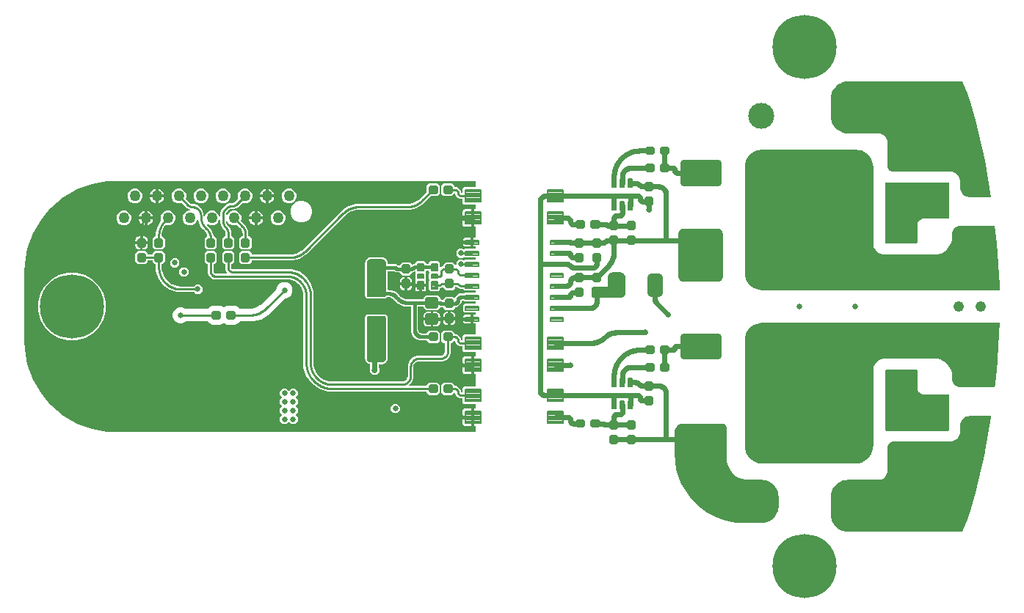
<source format=gbr>
G04 EAGLE Gerber RS-274X export*
G75*
%MOMM*%
%FSLAX34Y34*%
%LPD*%
%INTop Copper*%
%IPPOS*%
%AMOC8*
5,1,8,0,0,1.08239X$1,22.5*%
G01*
%ADD10C,3.000000*%
%ADD11C,1.219200*%
%ADD12C,0.500000*%
%ADD13C,0.194400*%
%ADD14C,0.208000*%
%ADD15C,0.750000*%
%ADD16C,3.650000*%
%ADD17C,0.900000*%
%ADD18C,0.198000*%
%ADD19C,1.275000*%
%ADD20C,0.650000*%
%ADD21C,1.500000*%
%ADD22C,0.204000*%
%ADD23C,0.800000*%
%ADD24C,0.392500*%
%ADD25C,0.200000*%
%ADD26C,7.400000*%
%ADD27C,0.254000*%
%ADD28C,0.406400*%
%ADD29C,0.650000*%
%ADD30C,0.609600*%
%ADD31C,0.600000*%

G36*
X240020Y-144996D02*
X240020Y-144996D01*
X240039Y-144998D01*
X240141Y-144976D01*
X240243Y-144960D01*
X240260Y-144950D01*
X240280Y-144946D01*
X240369Y-144893D01*
X240460Y-144844D01*
X240474Y-144830D01*
X240491Y-144820D01*
X240558Y-144741D01*
X240630Y-144666D01*
X240638Y-144648D01*
X240651Y-144633D01*
X240690Y-144537D01*
X240733Y-144443D01*
X240735Y-144423D01*
X240743Y-144405D01*
X240761Y-144238D01*
X240761Y-138462D01*
X240758Y-138442D01*
X240760Y-138423D01*
X240738Y-138321D01*
X240722Y-138219D01*
X240712Y-138202D01*
X240708Y-138182D01*
X240655Y-138093D01*
X240606Y-138002D01*
X240592Y-137988D01*
X240582Y-137971D01*
X240503Y-137904D01*
X240428Y-137832D01*
X240410Y-137824D01*
X240395Y-137811D01*
X240299Y-137772D01*
X240205Y-137729D01*
X240185Y-137727D01*
X240167Y-137719D01*
X240000Y-137701D01*
X238823Y-137701D01*
X238823Y-128462D01*
X238820Y-128442D01*
X238822Y-128423D01*
X238800Y-128321D01*
X238783Y-128219D01*
X238774Y-128202D01*
X238770Y-128182D01*
X238717Y-128093D01*
X238668Y-128002D01*
X238654Y-127988D01*
X238644Y-127971D01*
X238565Y-127904D01*
X238490Y-127833D01*
X238472Y-127824D01*
X238457Y-127811D01*
X238361Y-127772D01*
X238267Y-127729D01*
X238247Y-127727D01*
X238229Y-127719D01*
X238062Y-127701D01*
X237299Y-127701D01*
X237299Y-127699D01*
X238062Y-127699D01*
X238082Y-127696D01*
X238101Y-127698D01*
X238203Y-127676D01*
X238305Y-127659D01*
X238322Y-127650D01*
X238342Y-127646D01*
X238431Y-127593D01*
X238522Y-127544D01*
X238536Y-127530D01*
X238553Y-127520D01*
X238620Y-127441D01*
X238691Y-127366D01*
X238700Y-127348D01*
X238713Y-127333D01*
X238752Y-127237D01*
X238795Y-127143D01*
X238797Y-127123D01*
X238805Y-127105D01*
X238823Y-126938D01*
X238823Y-117699D01*
X240000Y-117699D01*
X240020Y-117696D01*
X240039Y-117698D01*
X240141Y-117676D01*
X240243Y-117660D01*
X240260Y-117650D01*
X240280Y-117646D01*
X240369Y-117593D01*
X240460Y-117544D01*
X240474Y-117530D01*
X240491Y-117520D01*
X240558Y-117441D01*
X240630Y-117366D01*
X240638Y-117348D01*
X240651Y-117333D01*
X240690Y-117237D01*
X240733Y-117143D01*
X240735Y-117123D01*
X240743Y-117105D01*
X240761Y-116938D01*
X240761Y-113062D01*
X240758Y-113042D01*
X240760Y-113023D01*
X240738Y-112921D01*
X240722Y-112819D01*
X240712Y-112802D01*
X240708Y-112782D01*
X240655Y-112693D01*
X240606Y-112602D01*
X240592Y-112588D01*
X240582Y-112571D01*
X240503Y-112504D01*
X240428Y-112432D01*
X240410Y-112424D01*
X240395Y-112411D01*
X240299Y-112372D01*
X240205Y-112329D01*
X240185Y-112327D01*
X240167Y-112319D01*
X240000Y-112301D01*
X227080Y-112301D01*
X225299Y-110520D01*
X225299Y-106332D01*
X225296Y-106312D01*
X225298Y-106293D01*
X225276Y-106191D01*
X225260Y-106089D01*
X225250Y-106072D01*
X225246Y-106052D01*
X225193Y-105963D01*
X225144Y-105872D01*
X225130Y-105858D01*
X225120Y-105841D01*
X225041Y-105774D01*
X224966Y-105702D01*
X224948Y-105694D01*
X224933Y-105681D01*
X224837Y-105642D01*
X224743Y-105599D01*
X224723Y-105597D01*
X224705Y-105589D01*
X224538Y-105571D01*
X221905Y-105571D01*
X218624Y-103676D01*
X216717Y-100373D01*
X216716Y-100331D01*
X216698Y-100282D01*
X216690Y-100231D01*
X216656Y-100167D01*
X216631Y-100100D01*
X216599Y-100059D01*
X216574Y-100013D01*
X216522Y-99964D01*
X216478Y-99908D01*
X216434Y-99880D01*
X216396Y-99844D01*
X216331Y-99814D01*
X216271Y-99775D01*
X216220Y-99762D01*
X216173Y-99740D01*
X216102Y-99733D01*
X216032Y-99715D01*
X215980Y-99719D01*
X215929Y-99713D01*
X215858Y-99729D01*
X215787Y-99734D01*
X215739Y-99754D01*
X215688Y-99766D01*
X215627Y-99802D01*
X215561Y-99830D01*
X215505Y-99875D01*
X215477Y-99892D01*
X215462Y-99910D01*
X215430Y-99935D01*
X213364Y-102001D01*
X203636Y-102001D01*
X200999Y-99364D01*
X200999Y-90636D01*
X203636Y-87999D01*
X213364Y-87999D01*
X216001Y-90636D01*
X216001Y-90968D01*
X216003Y-90981D01*
X216002Y-90990D01*
X216003Y-90996D01*
X216002Y-91007D01*
X216024Y-91109D01*
X216040Y-91211D01*
X216050Y-91228D01*
X216054Y-91248D01*
X216107Y-91337D01*
X216156Y-91428D01*
X216170Y-91442D01*
X216180Y-91459D01*
X216259Y-91526D01*
X216334Y-91598D01*
X216352Y-91606D01*
X216367Y-91619D01*
X216463Y-91658D01*
X216557Y-91701D01*
X216577Y-91703D01*
X216595Y-91711D01*
X216762Y-91729D01*
X218314Y-91729D01*
X221457Y-93543D01*
X223271Y-96686D01*
X223271Y-98268D01*
X223274Y-98288D01*
X223272Y-98307D01*
X223294Y-98409D01*
X223310Y-98511D01*
X223320Y-98528D01*
X223324Y-98548D01*
X223377Y-98637D01*
X223426Y-98728D01*
X223440Y-98742D01*
X223450Y-98759D01*
X223529Y-98826D01*
X223604Y-98898D01*
X223622Y-98906D01*
X223637Y-98919D01*
X223733Y-98958D01*
X223827Y-99001D01*
X223847Y-99003D01*
X223865Y-99011D01*
X224032Y-99029D01*
X224538Y-99029D01*
X224558Y-99026D01*
X224577Y-99028D01*
X224679Y-99006D01*
X224781Y-98990D01*
X224798Y-98980D01*
X224818Y-98976D01*
X224907Y-98923D01*
X224998Y-98874D01*
X225012Y-98860D01*
X225029Y-98850D01*
X225096Y-98771D01*
X225168Y-98696D01*
X225176Y-98678D01*
X225189Y-98663D01*
X225228Y-98567D01*
X225271Y-98473D01*
X225273Y-98453D01*
X225281Y-98435D01*
X225299Y-98268D01*
X225299Y-94080D01*
X227080Y-92299D01*
X240000Y-92299D01*
X240020Y-92296D01*
X240039Y-92298D01*
X240141Y-92276D01*
X240243Y-92260D01*
X240260Y-92250D01*
X240280Y-92246D01*
X240369Y-92193D01*
X240460Y-92144D01*
X240474Y-92130D01*
X240491Y-92120D01*
X240558Y-92041D01*
X240630Y-91966D01*
X240638Y-91948D01*
X240651Y-91933D01*
X240690Y-91837D01*
X240733Y-91743D01*
X240735Y-91723D01*
X240743Y-91705D01*
X240761Y-91538D01*
X240761Y-78462D01*
X240758Y-78442D01*
X240760Y-78423D01*
X240738Y-78321D01*
X240721Y-78219D01*
X240712Y-78202D01*
X240708Y-78182D01*
X240655Y-78093D01*
X240606Y-78002D01*
X240592Y-77988D01*
X240582Y-77971D01*
X240503Y-77904D01*
X240428Y-77832D01*
X240410Y-77824D01*
X240395Y-77811D01*
X240299Y-77772D01*
X240205Y-77729D01*
X240185Y-77727D01*
X240167Y-77719D01*
X240000Y-77701D01*
X238823Y-77701D01*
X238823Y-68462D01*
X238820Y-68442D01*
X238822Y-68423D01*
X238800Y-68321D01*
X238783Y-68219D01*
X238774Y-68202D01*
X238770Y-68182D01*
X238717Y-68093D01*
X238668Y-68002D01*
X238654Y-67988D01*
X238644Y-67971D01*
X238565Y-67904D01*
X238490Y-67833D01*
X238472Y-67824D01*
X238457Y-67811D01*
X238361Y-67772D01*
X238267Y-67729D01*
X238247Y-67727D01*
X238229Y-67719D01*
X238062Y-67701D01*
X237299Y-67701D01*
X237299Y-67699D01*
X238062Y-67699D01*
X238082Y-67696D01*
X238101Y-67698D01*
X238203Y-67676D01*
X238305Y-67659D01*
X238322Y-67650D01*
X238342Y-67646D01*
X238431Y-67593D01*
X238522Y-67544D01*
X238536Y-67530D01*
X238553Y-67520D01*
X238620Y-67441D01*
X238691Y-67366D01*
X238700Y-67348D01*
X238713Y-67333D01*
X238752Y-67237D01*
X238795Y-67143D01*
X238797Y-67123D01*
X238805Y-67105D01*
X238823Y-66938D01*
X238823Y-57699D01*
X240000Y-57699D01*
X240020Y-57696D01*
X240039Y-57698D01*
X240141Y-57676D01*
X240243Y-57660D01*
X240260Y-57650D01*
X240280Y-57646D01*
X240369Y-57593D01*
X240460Y-57544D01*
X240474Y-57530D01*
X240491Y-57520D01*
X240558Y-57441D01*
X240629Y-57366D01*
X240638Y-57348D01*
X240651Y-57333D01*
X240690Y-57237D01*
X240733Y-57143D01*
X240735Y-57123D01*
X240743Y-57105D01*
X240761Y-56938D01*
X240761Y-53062D01*
X240758Y-53042D01*
X240760Y-53023D01*
X240738Y-52921D01*
X240721Y-52819D01*
X240712Y-52802D01*
X240708Y-52782D01*
X240655Y-52693D01*
X240606Y-52602D01*
X240592Y-52588D01*
X240582Y-52571D01*
X240503Y-52504D01*
X240428Y-52432D01*
X240410Y-52424D01*
X240395Y-52411D01*
X240299Y-52372D01*
X240205Y-52329D01*
X240185Y-52327D01*
X240167Y-52319D01*
X240000Y-52301D01*
X227080Y-52301D01*
X225299Y-50520D01*
X225299Y-46332D01*
X225296Y-46312D01*
X225298Y-46293D01*
X225276Y-46191D01*
X225260Y-46089D01*
X225250Y-46072D01*
X225246Y-46052D01*
X225193Y-45963D01*
X225144Y-45872D01*
X225130Y-45858D01*
X225120Y-45841D01*
X225041Y-45774D01*
X224966Y-45702D01*
X224948Y-45694D01*
X224933Y-45681D01*
X224837Y-45642D01*
X224743Y-45599D01*
X224723Y-45597D01*
X224705Y-45589D01*
X224538Y-45571D01*
X221905Y-45571D01*
X218624Y-43676D01*
X216717Y-40373D01*
X216716Y-40331D01*
X216698Y-40282D01*
X216690Y-40231D01*
X216656Y-40167D01*
X216631Y-40100D01*
X216599Y-40059D01*
X216574Y-40013D01*
X216522Y-39964D01*
X216478Y-39908D01*
X216434Y-39880D01*
X216396Y-39844D01*
X216331Y-39814D01*
X216271Y-39775D01*
X216220Y-39762D01*
X216173Y-39740D01*
X216102Y-39733D01*
X216032Y-39715D01*
X215980Y-39719D01*
X215929Y-39713D01*
X215858Y-39729D01*
X215787Y-39734D01*
X215739Y-39754D01*
X215688Y-39766D01*
X215627Y-39802D01*
X215561Y-39830D01*
X215505Y-39875D01*
X215477Y-39892D01*
X215462Y-39910D01*
X215430Y-39935D01*
X213364Y-42001D01*
X212532Y-42001D01*
X212512Y-42004D01*
X212493Y-42002D01*
X212391Y-42024D01*
X212289Y-42040D01*
X212272Y-42050D01*
X212252Y-42054D01*
X212163Y-42107D01*
X212072Y-42156D01*
X212058Y-42170D01*
X212041Y-42180D01*
X211974Y-42259D01*
X211902Y-42334D01*
X211894Y-42352D01*
X211881Y-42367D01*
X211842Y-42463D01*
X211799Y-42557D01*
X211797Y-42577D01*
X211789Y-42595D01*
X211771Y-42762D01*
X211771Y-53841D01*
X209979Y-58168D01*
X206668Y-61479D01*
X202341Y-63271D01*
X175000Y-63271D01*
X174974Y-63275D01*
X174925Y-63274D01*
X173859Y-63379D01*
X173831Y-63387D01*
X173803Y-63387D01*
X173642Y-63434D01*
X171671Y-64250D01*
X171615Y-64285D01*
X171555Y-64310D01*
X171490Y-64362D01*
X171462Y-64380D01*
X171449Y-64395D01*
X171424Y-64415D01*
X169915Y-65924D01*
X169877Y-65977D01*
X169831Y-66024D01*
X169791Y-66097D01*
X169772Y-66124D01*
X169766Y-66142D01*
X169750Y-66171D01*
X168934Y-68142D01*
X168927Y-68170D01*
X168914Y-68195D01*
X168879Y-68359D01*
X168774Y-69425D01*
X168776Y-69452D01*
X168771Y-69500D01*
X168771Y-82640D01*
X166750Y-87517D01*
X163838Y-90430D01*
X163796Y-90488D01*
X163747Y-90540D01*
X163725Y-90587D01*
X163694Y-90629D01*
X163673Y-90698D01*
X163643Y-90763D01*
X163637Y-90815D01*
X163622Y-90865D01*
X163624Y-90936D01*
X163616Y-91007D01*
X163627Y-91058D01*
X163628Y-91110D01*
X163653Y-91178D01*
X163668Y-91248D01*
X163695Y-91293D01*
X163713Y-91341D01*
X163758Y-91397D01*
X163794Y-91459D01*
X163834Y-91493D01*
X163867Y-91533D01*
X163927Y-91572D01*
X163981Y-91619D01*
X164030Y-91638D01*
X164073Y-91666D01*
X164143Y-91684D01*
X164209Y-91711D01*
X164281Y-91719D01*
X164312Y-91727D01*
X164335Y-91725D01*
X164376Y-91729D01*
X183238Y-91729D01*
X183258Y-91726D01*
X183277Y-91728D01*
X183379Y-91706D01*
X183481Y-91690D01*
X183498Y-91680D01*
X183518Y-91676D01*
X183607Y-91623D01*
X183698Y-91574D01*
X183712Y-91560D01*
X183729Y-91550D01*
X183796Y-91471D01*
X183868Y-91396D01*
X183876Y-91378D01*
X183889Y-91363D01*
X183928Y-91267D01*
X183971Y-91173D01*
X183973Y-91153D01*
X183981Y-91135D01*
X183999Y-90968D01*
X183999Y-90636D01*
X186636Y-87999D01*
X196364Y-87999D01*
X199001Y-90636D01*
X199001Y-99364D01*
X196364Y-102001D01*
X186636Y-102001D01*
X183999Y-99364D01*
X183999Y-99032D01*
X183996Y-99012D01*
X183998Y-98993D01*
X183976Y-98891D01*
X183960Y-98789D01*
X183950Y-98772D01*
X183946Y-98752D01*
X183893Y-98663D01*
X183844Y-98572D01*
X183830Y-98558D01*
X183820Y-98541D01*
X183741Y-98474D01*
X183666Y-98402D01*
X183648Y-98394D01*
X183633Y-98381D01*
X183537Y-98342D01*
X183443Y-98299D01*
X183423Y-98297D01*
X183405Y-98289D01*
X183238Y-98271D01*
X70151Y-98271D01*
X59977Y-94965D01*
X51323Y-88677D01*
X45035Y-80023D01*
X41729Y-69849D01*
X41729Y12500D01*
X41726Y12522D01*
X41727Y12560D01*
X41500Y15449D01*
X41498Y15454D01*
X41499Y15460D01*
X41465Y15624D01*
X39679Y21120D01*
X39663Y21151D01*
X39654Y21186D01*
X39571Y21332D01*
X36175Y26006D01*
X36149Y26031D01*
X36130Y26062D01*
X36006Y26175D01*
X31332Y29571D01*
X31300Y29587D01*
X31272Y29610D01*
X31120Y29679D01*
X25624Y31465D01*
X25619Y31466D01*
X25614Y31468D01*
X25449Y31500D01*
X22560Y31727D01*
X22538Y31725D01*
X22500Y31729D01*
X-62216Y31729D01*
X-66055Y33945D01*
X-68271Y37784D01*
X-68271Y48238D01*
X-68274Y48258D01*
X-68272Y48277D01*
X-68294Y48379D01*
X-68310Y48481D01*
X-68320Y48498D01*
X-68324Y48518D01*
X-68377Y48607D01*
X-68426Y48698D01*
X-68440Y48712D01*
X-68450Y48729D01*
X-68529Y48796D01*
X-68604Y48868D01*
X-68622Y48876D01*
X-68637Y48889D01*
X-68733Y48928D01*
X-68827Y48971D01*
X-68847Y48973D01*
X-68865Y48981D01*
X-69032Y48999D01*
X-69364Y48999D01*
X-72001Y51636D01*
X-72001Y61364D01*
X-69364Y64001D01*
X-60636Y64001D01*
X-57999Y61364D01*
X-57999Y51636D01*
X-60636Y48999D01*
X-60968Y48999D01*
X-60988Y48996D01*
X-61007Y48998D01*
X-61109Y48976D01*
X-61211Y48960D01*
X-61228Y48950D01*
X-61248Y48946D01*
X-61337Y48893D01*
X-61428Y48844D01*
X-61442Y48830D01*
X-61459Y48820D01*
X-61526Y48741D01*
X-61598Y48666D01*
X-61606Y48648D01*
X-61619Y48633D01*
X-61658Y48537D01*
X-61701Y48443D01*
X-61703Y48423D01*
X-61711Y48405D01*
X-61729Y48238D01*
X-61729Y40000D01*
X-61724Y39969D01*
X-61724Y39964D01*
X-61726Y39945D01*
X-61723Y39932D01*
X-61723Y39901D01*
X-61690Y39650D01*
X-61671Y39587D01*
X-61662Y39523D01*
X-61628Y39446D01*
X-61619Y39415D01*
X-61607Y39399D01*
X-61594Y39369D01*
X-61344Y38935D01*
X-61271Y38846D01*
X-61200Y38756D01*
X-61192Y38750D01*
X-61188Y38745D01*
X-61169Y38733D01*
X-61065Y38656D01*
X-60631Y38406D01*
X-60570Y38383D01*
X-60513Y38350D01*
X-60432Y38330D01*
X-60401Y38319D01*
X-60382Y38318D01*
X-60350Y38310D01*
X-60099Y38277D01*
X-60068Y38278D01*
X-60000Y38271D01*
X-46984Y38271D01*
X-46890Y38286D01*
X-46795Y38295D01*
X-46769Y38306D01*
X-46741Y38310D01*
X-46657Y38355D01*
X-46569Y38393D01*
X-46548Y38412D01*
X-46523Y38426D01*
X-46458Y38494D01*
X-46387Y38559D01*
X-46374Y38583D01*
X-46354Y38604D01*
X-46314Y38690D01*
X-46268Y38774D01*
X-46262Y38801D01*
X-46250Y38827D01*
X-46240Y38922D01*
X-46223Y39015D01*
X-46226Y39043D01*
X-46223Y39071D01*
X-46244Y39165D01*
X-46257Y39259D01*
X-46271Y39291D01*
X-46276Y39312D01*
X-46293Y39340D01*
X-46324Y39413D01*
X-48271Y42784D01*
X-48271Y48238D01*
X-48274Y48258D01*
X-48272Y48277D01*
X-48294Y48379D01*
X-48310Y48481D01*
X-48320Y48498D01*
X-48324Y48518D01*
X-48377Y48607D01*
X-48426Y48698D01*
X-48440Y48712D01*
X-48450Y48729D01*
X-48529Y48796D01*
X-48604Y48868D01*
X-48622Y48876D01*
X-48637Y48889D01*
X-48733Y48928D01*
X-48827Y48971D01*
X-48847Y48973D01*
X-48865Y48981D01*
X-49032Y48999D01*
X-49364Y48999D01*
X-52001Y51636D01*
X-52001Y61364D01*
X-49364Y64001D01*
X-40636Y64001D01*
X-37999Y61364D01*
X-37999Y51636D01*
X-40636Y48999D01*
X-40968Y48999D01*
X-40988Y48996D01*
X-41007Y48998D01*
X-41109Y48976D01*
X-41211Y48960D01*
X-41228Y48950D01*
X-41248Y48946D01*
X-41337Y48893D01*
X-41428Y48844D01*
X-41442Y48830D01*
X-41459Y48820D01*
X-41526Y48741D01*
X-41598Y48666D01*
X-41606Y48648D01*
X-41619Y48633D01*
X-41658Y48537D01*
X-41701Y48443D01*
X-41703Y48423D01*
X-41711Y48405D01*
X-41729Y48238D01*
X-41729Y45000D01*
X-41724Y44969D01*
X-41723Y44901D01*
X-41690Y44650D01*
X-41671Y44587D01*
X-41662Y44523D01*
X-41628Y44446D01*
X-41619Y44415D01*
X-41607Y44399D01*
X-41594Y44369D01*
X-41344Y43935D01*
X-41271Y43846D01*
X-41200Y43756D01*
X-41192Y43750D01*
X-41188Y43745D01*
X-41169Y43733D01*
X-41065Y43656D01*
X-40631Y43406D01*
X-40570Y43383D01*
X-40513Y43350D01*
X-40432Y43330D01*
X-40401Y43319D01*
X-40382Y43318D01*
X-40350Y43310D01*
X-40099Y43277D01*
X-40068Y43278D01*
X-40000Y43271D01*
X27794Y43271D01*
X36914Y40308D01*
X44671Y34671D01*
X50308Y26914D01*
X53271Y17794D01*
X53271Y-65000D01*
X53274Y-65022D01*
X53273Y-65060D01*
X53531Y-68340D01*
X53533Y-68345D01*
X53532Y-68351D01*
X53566Y-68515D01*
X55593Y-74755D01*
X55610Y-74786D01*
X55618Y-74821D01*
X55701Y-74967D01*
X59558Y-80274D01*
X59583Y-80299D01*
X59602Y-80330D01*
X59726Y-80442D01*
X65033Y-84299D01*
X65065Y-84315D01*
X65093Y-84338D01*
X65245Y-84407D01*
X71485Y-86434D01*
X71490Y-86435D01*
X71495Y-86437D01*
X71660Y-86469D01*
X74940Y-86727D01*
X74962Y-86725D01*
X75000Y-86729D01*
X155500Y-86729D01*
X155526Y-86725D01*
X155575Y-86726D01*
X156739Y-86611D01*
X156766Y-86604D01*
X156795Y-86603D01*
X156956Y-86557D01*
X159107Y-85666D01*
X159163Y-85631D01*
X159223Y-85605D01*
X159288Y-85553D01*
X159316Y-85536D01*
X159329Y-85521D01*
X159354Y-85501D01*
X161001Y-83854D01*
X161039Y-83801D01*
X161085Y-83754D01*
X161125Y-83681D01*
X161144Y-83654D01*
X161150Y-83636D01*
X161166Y-83607D01*
X162057Y-81456D01*
X162063Y-81428D01*
X162076Y-81403D01*
X162111Y-81239D01*
X162226Y-80075D01*
X162224Y-80048D01*
X162229Y-80000D01*
X162229Y-66960D01*
X164174Y-62266D01*
X167766Y-58674D01*
X172460Y-56729D01*
X200000Y-56729D01*
X200026Y-56725D01*
X200075Y-56726D01*
X200946Y-56640D01*
X200974Y-56632D01*
X201002Y-56632D01*
X201163Y-56585D01*
X202774Y-55918D01*
X202829Y-55884D01*
X202890Y-55858D01*
X202955Y-55806D01*
X202983Y-55789D01*
X202995Y-55774D01*
X203021Y-55753D01*
X204253Y-54521D01*
X204291Y-54467D01*
X204337Y-54421D01*
X204378Y-54347D01*
X204397Y-54321D01*
X204403Y-54302D01*
X204418Y-54274D01*
X205085Y-52663D01*
X205092Y-52635D01*
X205105Y-52610D01*
X205140Y-52446D01*
X205226Y-51575D01*
X205224Y-51548D01*
X205229Y-51500D01*
X205229Y-42762D01*
X205226Y-42742D01*
X205228Y-42723D01*
X205206Y-42621D01*
X205190Y-42519D01*
X205180Y-42502D01*
X205176Y-42482D01*
X205123Y-42393D01*
X205074Y-42302D01*
X205060Y-42288D01*
X205050Y-42271D01*
X204971Y-42204D01*
X204896Y-42132D01*
X204878Y-42124D01*
X204863Y-42111D01*
X204767Y-42072D01*
X204673Y-42029D01*
X204653Y-42027D01*
X204635Y-42019D01*
X204468Y-42001D01*
X203636Y-42001D01*
X200999Y-39364D01*
X200999Y-30636D01*
X203636Y-27999D01*
X213364Y-27999D01*
X216001Y-30636D01*
X216001Y-30968D01*
X216004Y-30988D01*
X216002Y-31007D01*
X216024Y-31109D01*
X216040Y-31211D01*
X216050Y-31228D01*
X216054Y-31248D01*
X216107Y-31337D01*
X216156Y-31428D01*
X216170Y-31442D01*
X216180Y-31459D01*
X216259Y-31526D01*
X216334Y-31598D01*
X216352Y-31606D01*
X216367Y-31619D01*
X216463Y-31658D01*
X216557Y-31701D01*
X216577Y-31703D01*
X216595Y-31711D01*
X216762Y-31729D01*
X218314Y-31729D01*
X221457Y-33543D01*
X223271Y-36686D01*
X223271Y-38268D01*
X223274Y-38288D01*
X223272Y-38307D01*
X223294Y-38409D01*
X223310Y-38511D01*
X223320Y-38528D01*
X223324Y-38548D01*
X223377Y-38637D01*
X223426Y-38728D01*
X223440Y-38742D01*
X223450Y-38759D01*
X223529Y-38826D01*
X223604Y-38898D01*
X223622Y-38906D01*
X223637Y-38919D01*
X223733Y-38958D01*
X223827Y-39001D01*
X223847Y-39003D01*
X223865Y-39011D01*
X224032Y-39029D01*
X224538Y-39029D01*
X224558Y-39026D01*
X224577Y-39028D01*
X224679Y-39006D01*
X224781Y-38990D01*
X224798Y-38980D01*
X224818Y-38976D01*
X224907Y-38923D01*
X224998Y-38874D01*
X225012Y-38860D01*
X225029Y-38850D01*
X225096Y-38771D01*
X225168Y-38696D01*
X225176Y-38678D01*
X225189Y-38663D01*
X225228Y-38567D01*
X225271Y-38473D01*
X225273Y-38453D01*
X225281Y-38435D01*
X225299Y-38268D01*
X225299Y-34080D01*
X227080Y-32299D01*
X240000Y-32299D01*
X240020Y-32296D01*
X240039Y-32298D01*
X240141Y-32276D01*
X240243Y-32260D01*
X240260Y-32250D01*
X240280Y-32246D01*
X240369Y-32193D01*
X240460Y-32144D01*
X240474Y-32130D01*
X240491Y-32120D01*
X240558Y-32041D01*
X240629Y-31966D01*
X240638Y-31948D01*
X240651Y-31933D01*
X240690Y-31837D01*
X240733Y-31743D01*
X240735Y-31723D01*
X240743Y-31705D01*
X240761Y-31538D01*
X240761Y-20212D01*
X240758Y-20192D01*
X240760Y-20173D01*
X240738Y-20071D01*
X240721Y-19969D01*
X240712Y-19952D01*
X240708Y-19932D01*
X240655Y-19843D01*
X240606Y-19752D01*
X240592Y-19738D01*
X240582Y-19721D01*
X240503Y-19654D01*
X240428Y-19582D01*
X240410Y-19574D01*
X240395Y-19561D01*
X240299Y-19522D01*
X240205Y-19479D01*
X240185Y-19477D01*
X240167Y-19469D01*
X240000Y-19451D01*
X237749Y-19451D01*
X237749Y-15188D01*
X237746Y-15169D01*
X237748Y-15149D01*
X237726Y-15047D01*
X237710Y-14945D01*
X237700Y-14928D01*
X237696Y-14908D01*
X237643Y-14819D01*
X237594Y-14728D01*
X237580Y-14714D01*
X237570Y-14697D01*
X237491Y-14630D01*
X237416Y-14559D01*
X237398Y-14550D01*
X237383Y-14537D01*
X237287Y-14499D01*
X237193Y-14455D01*
X237173Y-14453D01*
X237155Y-14446D01*
X237231Y-14433D01*
X237248Y-14424D01*
X237268Y-14420D01*
X237357Y-14367D01*
X237448Y-14318D01*
X237462Y-14304D01*
X237479Y-14294D01*
X237546Y-14215D01*
X237618Y-14140D01*
X237626Y-14122D01*
X237639Y-14107D01*
X237678Y-14010D01*
X237721Y-13917D01*
X237723Y-13897D01*
X237731Y-13879D01*
X237749Y-13712D01*
X237749Y-9449D01*
X240000Y-9449D01*
X240020Y-9446D01*
X240039Y-9448D01*
X240141Y-9426D01*
X240243Y-9410D01*
X240260Y-9400D01*
X240280Y-9396D01*
X240369Y-9343D01*
X240460Y-9294D01*
X240474Y-9280D01*
X240491Y-9270D01*
X240558Y-9191D01*
X240629Y-9116D01*
X240638Y-9098D01*
X240651Y-9083D01*
X240690Y-8987D01*
X240733Y-8893D01*
X240735Y-8873D01*
X240743Y-8855D01*
X240761Y-8688D01*
X240761Y-7512D01*
X240758Y-7492D01*
X240760Y-7473D01*
X240738Y-7371D01*
X240721Y-7269D01*
X240712Y-7252D01*
X240708Y-7232D01*
X240655Y-7143D01*
X240606Y-7052D01*
X240592Y-7038D01*
X240582Y-7021D01*
X240503Y-6954D01*
X240428Y-6882D01*
X240410Y-6874D01*
X240395Y-6861D01*
X240299Y-6822D01*
X240205Y-6779D01*
X240185Y-6777D01*
X240167Y-6769D01*
X240000Y-6751D01*
X227751Y-6751D01*
X225999Y-4999D01*
X225999Y1499D01*
X227751Y3251D01*
X240000Y3251D01*
X240020Y3254D01*
X240039Y3252D01*
X240141Y3274D01*
X240243Y3290D01*
X240260Y3300D01*
X240280Y3304D01*
X240369Y3357D01*
X240460Y3406D01*
X240474Y3420D01*
X240491Y3430D01*
X240558Y3509D01*
X240629Y3584D01*
X240638Y3602D01*
X240651Y3617D01*
X240690Y3713D01*
X240733Y3807D01*
X240735Y3827D01*
X240743Y3845D01*
X240761Y4012D01*
X240761Y5188D01*
X240758Y5208D01*
X240760Y5227D01*
X240738Y5329D01*
X240721Y5431D01*
X240712Y5448D01*
X240708Y5468D01*
X240655Y5557D01*
X240606Y5648D01*
X240592Y5662D01*
X240582Y5679D01*
X240503Y5746D01*
X240428Y5818D01*
X240410Y5826D01*
X240395Y5839D01*
X240299Y5878D01*
X240205Y5921D01*
X240185Y5923D01*
X240167Y5931D01*
X240000Y5949D01*
X227751Y5949D01*
X227006Y6694D01*
X226932Y6747D01*
X226863Y6807D01*
X226833Y6819D01*
X226806Y6838D01*
X226719Y6865D01*
X226635Y6899D01*
X226594Y6903D01*
X226571Y6910D01*
X226539Y6909D01*
X226468Y6917D01*
X224794Y6917D01*
X224774Y6914D01*
X224755Y6916D01*
X224653Y6894D01*
X224551Y6878D01*
X224534Y6868D01*
X224514Y6864D01*
X224425Y6811D01*
X224334Y6762D01*
X224320Y6748D01*
X224303Y6738D01*
X224236Y6659D01*
X224164Y6584D01*
X224156Y6566D01*
X224143Y6551D01*
X224104Y6455D01*
X224061Y6361D01*
X224059Y6341D01*
X224051Y6323D01*
X224033Y6156D01*
X224033Y4982D01*
X222014Y1486D01*
X218518Y-533D01*
X217762Y-533D01*
X217742Y-536D01*
X217723Y-534D01*
X217621Y-556D01*
X217519Y-572D01*
X217502Y-582D01*
X217482Y-586D01*
X217393Y-639D01*
X217302Y-688D01*
X217288Y-702D01*
X217271Y-712D01*
X217204Y-791D01*
X217132Y-866D01*
X217124Y-884D01*
X217111Y-899D01*
X217072Y-995D01*
X217029Y-1089D01*
X217027Y-1109D01*
X217019Y-1127D01*
X217001Y-1294D01*
X217001Y-1364D01*
X214364Y-4001D01*
X205636Y-4001D01*
X202999Y-1364D01*
X202999Y-1294D01*
X202996Y-1274D01*
X202998Y-1255D01*
X202976Y-1153D01*
X202960Y-1051D01*
X202950Y-1034D01*
X202946Y-1014D01*
X202893Y-925D01*
X202844Y-834D01*
X202830Y-820D01*
X202820Y-803D01*
X202741Y-736D01*
X202666Y-664D01*
X202648Y-656D01*
X202633Y-643D01*
X202537Y-604D01*
X202443Y-561D01*
X202423Y-559D01*
X202405Y-551D01*
X202238Y-533D01*
X200208Y-533D01*
X200118Y-547D01*
X200027Y-555D01*
X199997Y-567D01*
X199965Y-572D01*
X199885Y-615D01*
X199801Y-651D01*
X199769Y-677D01*
X199748Y-688D01*
X199726Y-711D01*
X199670Y-756D01*
X196425Y-4001D01*
X183575Y-4001D01*
X180499Y-925D01*
X180499Y-294D01*
X180496Y-274D01*
X180498Y-255D01*
X180476Y-153D01*
X180460Y-51D01*
X180450Y-34D01*
X180446Y-14D01*
X180393Y75D01*
X180344Y166D01*
X180330Y180D01*
X180320Y197D01*
X180241Y264D01*
X180166Y336D01*
X180148Y344D01*
X180133Y357D01*
X180037Y396D01*
X179943Y439D01*
X179923Y441D01*
X179905Y449D01*
X179738Y467D01*
X174794Y467D01*
X174774Y464D01*
X174755Y466D01*
X174653Y444D01*
X174551Y428D01*
X174534Y418D01*
X174514Y414D01*
X174425Y361D01*
X174334Y312D01*
X174320Y298D01*
X174303Y288D01*
X174236Y209D01*
X174164Y134D01*
X174156Y116D01*
X174143Y101D01*
X174104Y5D01*
X174061Y-89D01*
X174059Y-109D01*
X174051Y-127D01*
X174033Y-294D01*
X174033Y-26500D01*
X174037Y-26526D01*
X174036Y-26575D01*
X174108Y-27298D01*
X174115Y-27325D01*
X174115Y-27353D01*
X174162Y-27514D01*
X174715Y-28850D01*
X174750Y-28906D01*
X174775Y-28966D01*
X174827Y-29031D01*
X174845Y-29059D01*
X174860Y-29072D01*
X174880Y-29097D01*
X175903Y-30120D01*
X175956Y-30158D01*
X176003Y-30204D01*
X176076Y-30244D01*
X176103Y-30263D01*
X176121Y-30269D01*
X176150Y-30285D01*
X177486Y-30838D01*
X177513Y-30845D01*
X177538Y-30858D01*
X177702Y-30892D01*
X178425Y-30964D01*
X178452Y-30962D01*
X178500Y-30967D01*
X183352Y-30967D01*
X183442Y-30953D01*
X183533Y-30945D01*
X183563Y-30933D01*
X183595Y-30928D01*
X183676Y-30885D01*
X183760Y-30849D01*
X183792Y-30823D01*
X183813Y-30812D01*
X183835Y-30789D01*
X183891Y-30744D01*
X186636Y-27999D01*
X196364Y-27999D01*
X199001Y-30636D01*
X199001Y-39364D01*
X196364Y-42001D01*
X186636Y-42001D01*
X183891Y-39256D01*
X183817Y-39203D01*
X183747Y-39143D01*
X183717Y-39131D01*
X183691Y-39112D01*
X183604Y-39085D01*
X183519Y-39051D01*
X183478Y-39047D01*
X183456Y-39040D01*
X183424Y-39041D01*
X183352Y-39033D01*
X176007Y-39033D01*
X171401Y-37125D01*
X167875Y-33599D01*
X165967Y-28993D01*
X165967Y-294D01*
X165964Y-274D01*
X165966Y-255D01*
X165944Y-153D01*
X165928Y-51D01*
X165918Y-34D01*
X165914Y-14D01*
X165861Y75D01*
X165812Y166D01*
X165798Y180D01*
X165788Y197D01*
X165709Y264D01*
X165634Y336D01*
X165616Y344D01*
X165601Y357D01*
X165505Y396D01*
X165411Y439D01*
X165391Y441D01*
X165373Y449D01*
X165206Y467D01*
X157638Y467D01*
X151136Y3160D01*
X150053Y4244D01*
X150052Y4244D01*
X147088Y7209D01*
X146719Y7578D01*
X145684Y8613D01*
X145663Y8628D01*
X145629Y8663D01*
X144526Y9568D01*
X144501Y9582D01*
X144481Y9602D01*
X144334Y9683D01*
X141711Y10770D01*
X141683Y10776D01*
X141658Y10789D01*
X141494Y10824D01*
X140075Y10964D01*
X140048Y10962D01*
X140000Y10967D01*
X139018Y10967D01*
X138926Y10952D01*
X138833Y10944D01*
X138805Y10932D01*
X138776Y10928D01*
X138693Y10884D01*
X138607Y10847D01*
X138585Y10827D01*
X138558Y10812D01*
X138494Y10745D01*
X138425Y10682D01*
X138410Y10656D01*
X138389Y10634D01*
X138350Y10549D01*
X138316Y10491D01*
X138303Y10482D01*
X138288Y10478D01*
X138144Y10391D01*
X137921Y10220D01*
X137910Y10208D01*
X137896Y10200D01*
X137780Y10079D01*
X137609Y9856D01*
X137601Y9842D01*
X137590Y9831D01*
X137525Y9713D01*
X137523Y9713D01*
X137362Y9666D01*
X137102Y9559D01*
X137088Y9550D01*
X137073Y9546D01*
X136929Y9459D01*
X136706Y9288D01*
X136695Y9276D01*
X136682Y9268D01*
X136589Y9171D01*
X136586Y9172D01*
X136418Y9169D01*
X136191Y9139D01*
X136151Y9127D01*
X136109Y9123D01*
X136034Y9091D01*
X135955Y9068D01*
X135921Y9043D01*
X135883Y9027D01*
X135835Y8989D01*
X135772Y8988D01*
X135692Y8965D01*
X135660Y8960D01*
X135642Y8950D01*
X135611Y8941D01*
X135518Y8903D01*
X135436Y8936D01*
X135324Y8963D01*
X135213Y8991D01*
X135203Y8991D01*
X135196Y8993D01*
X135174Y8991D01*
X135045Y8988D01*
X134417Y8905D01*
X134381Y8920D01*
X134309Y8958D01*
X134268Y8965D01*
X134229Y8981D01*
X134074Y8998D01*
X134067Y8999D01*
X134065Y8999D01*
X134062Y8999D01*
X117938Y8999D01*
X117896Y8993D01*
X117855Y8995D01*
X117776Y8973D01*
X117695Y8960D01*
X117658Y8940D01*
X117618Y8929D01*
X117579Y8906D01*
X116955Y8988D01*
X116840Y8984D01*
X116725Y8983D01*
X116716Y8980D01*
X116709Y8980D01*
X116688Y8972D01*
X116564Y8936D01*
X116482Y8903D01*
X116389Y8941D01*
X116325Y8956D01*
X116264Y8981D01*
X116182Y8990D01*
X116153Y8997D01*
X116115Y9018D01*
X116049Y9066D01*
X116009Y9078D01*
X115972Y9099D01*
X115821Y9136D01*
X115813Y9138D01*
X115812Y9138D01*
X115809Y9139D01*
X115582Y9169D01*
X115566Y9168D01*
X115551Y9172D01*
X115416Y9169D01*
X115415Y9172D01*
X115294Y9288D01*
X115071Y9459D01*
X115057Y9467D01*
X115045Y9478D01*
X114898Y9559D01*
X114638Y9666D01*
X114623Y9670D01*
X114609Y9678D01*
X114479Y9710D01*
X114478Y9712D01*
X114391Y9856D01*
X114220Y10079D01*
X114208Y10090D01*
X114200Y10104D01*
X114079Y10220D01*
X113856Y10391D01*
X113842Y10399D01*
X113831Y10410D01*
X113713Y10475D01*
X113713Y10477D01*
X113666Y10638D01*
X113559Y10898D01*
X113550Y10912D01*
X113546Y10927D01*
X113459Y11071D01*
X113288Y11294D01*
X113276Y11305D01*
X113268Y11318D01*
X113171Y11411D01*
X113172Y11414D01*
X113169Y11582D01*
X113139Y11809D01*
X113127Y11849D01*
X113123Y11891D01*
X113091Y11966D01*
X113068Y12045D01*
X113043Y12079D01*
X113027Y12117D01*
X112989Y12165D01*
X112988Y12228D01*
X112965Y12308D01*
X112960Y12340D01*
X112950Y12358D01*
X112941Y12389D01*
X112903Y12482D01*
X112936Y12564D01*
X112963Y12676D01*
X112991Y12787D01*
X112991Y12797D01*
X112993Y12804D01*
X112991Y12826D01*
X112988Y12955D01*
X112905Y13583D01*
X112920Y13619D01*
X112958Y13691D01*
X112965Y13732D01*
X112981Y13771D01*
X112998Y13926D01*
X112999Y13933D01*
X112999Y13935D01*
X112999Y13938D01*
X112999Y49034D01*
X112991Y49082D01*
X112993Y49131D01*
X112972Y49202D01*
X112960Y49276D01*
X112937Y49320D01*
X112923Y49366D01*
X112916Y49376D01*
X112994Y50070D01*
X112993Y50099D01*
X112999Y50155D01*
X112999Y50742D01*
X112985Y50828D01*
X112980Y50915D01*
X112964Y50960D01*
X112960Y50982D01*
X113134Y51480D01*
X113134Y51481D01*
X113135Y51482D01*
X113172Y51646D01*
X113244Y52282D01*
X113286Y52362D01*
X113290Y52390D01*
X113301Y52415D01*
X113304Y52442D01*
X113635Y52970D01*
X113636Y52972D01*
X113637Y52973D01*
X113709Y53124D01*
X113921Y53728D01*
X113980Y53797D01*
X113990Y53823D01*
X114007Y53845D01*
X114015Y53871D01*
X114456Y54312D01*
X114457Y54313D01*
X114458Y54314D01*
X114562Y54445D01*
X114903Y54987D01*
X114976Y55042D01*
X114991Y55064D01*
X115012Y55082D01*
X115026Y55106D01*
X115555Y55438D01*
X115556Y55439D01*
X115557Y55439D01*
X115688Y55544D01*
X116141Y55997D01*
X116223Y56033D01*
X116244Y56052D01*
X116268Y56065D01*
X116287Y56084D01*
X116876Y56291D01*
X116877Y56291D01*
X116879Y56291D01*
X117030Y56365D01*
X117572Y56705D01*
X117661Y56722D01*
X117685Y56736D01*
X117711Y56743D01*
X117734Y56758D01*
X118354Y56828D01*
X118355Y56828D01*
X118357Y56828D01*
X118520Y56866D01*
X119029Y57044D01*
X119091Y57019D01*
X119138Y57014D01*
X119163Y57007D01*
X119194Y57008D01*
X119258Y57001D01*
X119845Y57001D01*
X119873Y57005D01*
X119930Y57006D01*
X120636Y57085D01*
X120641Y57083D01*
X120706Y57047D01*
X120754Y57037D01*
X120800Y57019D01*
X120925Y57005D01*
X120948Y57001D01*
X120955Y57002D01*
X120966Y57001D01*
X131034Y57001D01*
X131082Y57009D01*
X131131Y57007D01*
X131202Y57028D01*
X131276Y57040D01*
X131320Y57063D01*
X131366Y57077D01*
X131376Y57084D01*
X132070Y57006D01*
X132099Y57007D01*
X132155Y57001D01*
X132742Y57001D01*
X132828Y57015D01*
X132915Y57020D01*
X132960Y57036D01*
X132982Y57040D01*
X133480Y56866D01*
X133481Y56866D01*
X133482Y56865D01*
X133646Y56828D01*
X134282Y56756D01*
X134362Y56714D01*
X134390Y56710D01*
X134415Y56699D01*
X134442Y56696D01*
X134970Y56365D01*
X134971Y56364D01*
X134973Y56363D01*
X135124Y56291D01*
X135728Y56079D01*
X135797Y56020D01*
X135823Y56010D01*
X135845Y55993D01*
X135871Y55985D01*
X136312Y55544D01*
X136313Y55543D01*
X136314Y55542D01*
X136445Y55438D01*
X136987Y55097D01*
X137041Y55025D01*
X137064Y55009D01*
X137082Y54988D01*
X137106Y54974D01*
X137438Y54445D01*
X137439Y54444D01*
X137439Y54443D01*
X137544Y54312D01*
X137997Y53859D01*
X138033Y53777D01*
X138052Y53756D01*
X138065Y53732D01*
X138084Y53713D01*
X138291Y53124D01*
X138291Y53123D01*
X138291Y53121D01*
X138365Y52970D01*
X138705Y52428D01*
X138722Y52340D01*
X138736Y52315D01*
X138743Y52288D01*
X138758Y52266D01*
X138828Y51646D01*
X138828Y51645D01*
X138828Y51643D01*
X138866Y51480D01*
X139044Y50971D01*
X139019Y50909D01*
X139014Y50862D01*
X139007Y50837D01*
X139008Y50806D01*
X139001Y50742D01*
X139001Y50155D01*
X139005Y50127D01*
X139006Y50070D01*
X139046Y49709D01*
X139073Y49612D01*
X139095Y49514D01*
X139107Y49494D01*
X139113Y49472D01*
X139169Y49389D01*
X139221Y49303D01*
X139238Y49288D01*
X139252Y49269D01*
X139332Y49208D01*
X139408Y49143D01*
X139429Y49134D01*
X139448Y49121D01*
X139543Y49089D01*
X139636Y49051D01*
X139665Y49048D01*
X139681Y49043D01*
X139714Y49043D01*
X139803Y49033D01*
X148463Y49033D01*
X148730Y48766D01*
X148783Y48728D01*
X148830Y48682D01*
X148895Y48646D01*
X148898Y48643D01*
X148904Y48641D01*
X148930Y48622D01*
X148949Y48617D01*
X148977Y48601D01*
X149002Y48591D01*
X149066Y48576D01*
X149126Y48551D01*
X149210Y48542D01*
X149242Y48534D01*
X149261Y48536D01*
X149293Y48533D01*
X149670Y48533D01*
X149937Y48266D01*
X150447Y47756D01*
X150521Y47703D01*
X150591Y47643D01*
X150621Y47631D01*
X150647Y47612D01*
X150734Y47585D01*
X150819Y47551D01*
X150860Y47547D01*
X150882Y47540D01*
X150914Y47541D01*
X150986Y47533D01*
X152238Y47533D01*
X152258Y47536D01*
X152277Y47534D01*
X152379Y47556D01*
X152481Y47572D01*
X152498Y47582D01*
X152518Y47586D01*
X152607Y47639D01*
X152698Y47688D01*
X152712Y47702D01*
X152729Y47712D01*
X152796Y47791D01*
X152868Y47866D01*
X152876Y47884D01*
X152889Y47899D01*
X152928Y47995D01*
X152971Y48089D01*
X152973Y48109D01*
X152981Y48127D01*
X152999Y48294D01*
X152999Y48364D01*
X155636Y51001D01*
X164364Y51001D01*
X166527Y48838D01*
X166621Y48770D01*
X166716Y48700D01*
X166722Y48698D01*
X166727Y48694D01*
X166838Y48660D01*
X166950Y48624D01*
X166956Y48624D01*
X166962Y48622D01*
X167079Y48625D01*
X167196Y48626D01*
X167203Y48628D01*
X167208Y48628D01*
X167225Y48635D01*
X167357Y48673D01*
X168970Y49341D01*
X169026Y49376D01*
X169086Y49401D01*
X169151Y49453D01*
X169179Y49471D01*
X169192Y49486D01*
X169217Y49506D01*
X169244Y49533D01*
X169988Y49533D01*
X170008Y49536D01*
X170027Y49534D01*
X170129Y49556D01*
X170231Y49572D01*
X170248Y49582D01*
X170268Y49586D01*
X170357Y49639D01*
X170448Y49688D01*
X170462Y49702D01*
X170479Y49712D01*
X170546Y49791D01*
X170618Y49866D01*
X170626Y49884D01*
X170639Y49899D01*
X170678Y49995D01*
X170721Y50089D01*
X170723Y50109D01*
X170731Y50127D01*
X170749Y50294D01*
X170749Y50731D01*
X172519Y52501D01*
X181481Y52501D01*
X183251Y50731D01*
X183251Y50294D01*
X183254Y50274D01*
X183252Y50255D01*
X183274Y50153D01*
X183290Y50051D01*
X183300Y50034D01*
X183304Y50014D01*
X183357Y49925D01*
X183406Y49834D01*
X183420Y49820D01*
X183430Y49803D01*
X183509Y49736D01*
X183584Y49664D01*
X183602Y49656D01*
X183617Y49643D01*
X183713Y49604D01*
X183807Y49561D01*
X183827Y49559D01*
X183845Y49551D01*
X184012Y49533D01*
X185988Y49533D01*
X186008Y49536D01*
X186027Y49534D01*
X186129Y49556D01*
X186231Y49572D01*
X186248Y49582D01*
X186268Y49586D01*
X186357Y49639D01*
X186448Y49688D01*
X186462Y49702D01*
X186479Y49712D01*
X186546Y49791D01*
X186618Y49866D01*
X186626Y49884D01*
X186639Y49899D01*
X186678Y49995D01*
X186721Y50089D01*
X186723Y50109D01*
X186731Y50127D01*
X186749Y50294D01*
X186749Y50731D01*
X188519Y52501D01*
X197481Y52501D01*
X199251Y50731D01*
X199251Y46317D01*
X199266Y46223D01*
X199275Y46128D01*
X199286Y46102D01*
X199290Y46075D01*
X199335Y45990D01*
X199373Y45903D01*
X199392Y45882D01*
X199406Y45857D01*
X199475Y45792D01*
X199539Y45721D01*
X199563Y45707D01*
X199584Y45688D01*
X199670Y45648D01*
X199754Y45601D01*
X199781Y45596D01*
X199807Y45584D01*
X199902Y45574D01*
X199995Y45556D01*
X200023Y45560D01*
X200051Y45557D01*
X200145Y45577D01*
X200239Y45591D01*
X200271Y45605D01*
X200292Y45609D01*
X200320Y45626D01*
X200393Y45658D01*
X202348Y46787D01*
X202379Y46794D01*
X202481Y46810D01*
X202498Y46820D01*
X202518Y46824D01*
X202607Y46877D01*
X202698Y46926D01*
X202712Y46940D01*
X202729Y46950D01*
X202796Y47029D01*
X202868Y47104D01*
X202876Y47122D01*
X202889Y47137D01*
X202928Y47233D01*
X202971Y47327D01*
X202973Y47347D01*
X202981Y47365D01*
X202999Y47532D01*
X202999Y48364D01*
X205636Y51001D01*
X214364Y51001D01*
X216950Y48415D01*
X217008Y48373D01*
X217060Y48324D01*
X217107Y48302D01*
X217149Y48272D01*
X217218Y48251D01*
X217283Y48220D01*
X217335Y48215D01*
X217385Y48199D01*
X217456Y48201D01*
X217527Y48193D01*
X217578Y48204D01*
X217630Y48206D01*
X217698Y48230D01*
X217768Y48246D01*
X217813Y48272D01*
X217861Y48290D01*
X217917Y48335D01*
X217979Y48372D01*
X218013Y48411D01*
X218053Y48444D01*
X218092Y48504D01*
X218139Y48559D01*
X218158Y48607D01*
X218186Y48651D01*
X218204Y48720D01*
X218231Y48787D01*
X218239Y48858D01*
X218247Y48889D01*
X218245Y48913D01*
X218249Y48954D01*
X218249Y51175D01*
X221325Y54251D01*
X225675Y54251D01*
X226275Y53651D01*
X226291Y53639D01*
X226303Y53624D01*
X226391Y53568D01*
X226475Y53507D01*
X226494Y53502D01*
X226510Y53491D01*
X226611Y53465D01*
X226710Y53435D01*
X226730Y53436D01*
X226749Y53431D01*
X226852Y53439D01*
X226956Y53441D01*
X226974Y53448D01*
X226994Y53450D01*
X227089Y53490D01*
X227187Y53526D01*
X227202Y53538D01*
X227220Y53546D01*
X227351Y53651D01*
X227751Y54051D01*
X240000Y54051D01*
X240020Y54054D01*
X240039Y54052D01*
X240141Y54074D01*
X240243Y54090D01*
X240260Y54100D01*
X240280Y54104D01*
X240369Y54157D01*
X240460Y54206D01*
X240474Y54220D01*
X240491Y54230D01*
X240558Y54309D01*
X240629Y54384D01*
X240638Y54402D01*
X240651Y54417D01*
X240690Y54513D01*
X240733Y54607D01*
X240735Y54627D01*
X240743Y54645D01*
X240761Y54812D01*
X240761Y55988D01*
X240759Y56001D01*
X240760Y56010D01*
X240759Y56016D01*
X240760Y56027D01*
X240738Y56129D01*
X240721Y56231D01*
X240712Y56248D01*
X240708Y56268D01*
X240655Y56357D01*
X240606Y56448D01*
X240592Y56462D01*
X240582Y56479D01*
X240503Y56546D01*
X240428Y56618D01*
X240410Y56626D01*
X240395Y56639D01*
X240299Y56678D01*
X240205Y56721D01*
X240185Y56723D01*
X240167Y56731D01*
X240000Y56749D01*
X227751Y56749D01*
X227501Y56999D01*
X227485Y57011D01*
X227473Y57026D01*
X227386Y57082D01*
X227302Y57143D01*
X227283Y57148D01*
X227266Y57159D01*
X227165Y57185D01*
X227067Y57215D01*
X227047Y57214D01*
X227027Y57219D01*
X226924Y57211D01*
X226821Y57209D01*
X226802Y57202D01*
X226782Y57200D01*
X226687Y57160D01*
X226590Y57124D01*
X226574Y57112D01*
X226556Y57104D01*
X226425Y56999D01*
X225675Y56249D01*
X221325Y56249D01*
X218249Y59325D01*
X218249Y63675D01*
X221325Y66751D01*
X225675Y66751D01*
X226175Y66251D01*
X226191Y66239D01*
X226203Y66224D01*
X226291Y66168D01*
X226375Y66107D01*
X226394Y66102D01*
X226410Y66091D01*
X226511Y66065D01*
X226610Y66035D01*
X226630Y66036D01*
X226649Y66031D01*
X226752Y66039D01*
X226856Y66041D01*
X226874Y66048D01*
X226894Y66050D01*
X226989Y66090D01*
X227087Y66126D01*
X227102Y66138D01*
X227120Y66146D01*
X227251Y66251D01*
X227751Y66751D01*
X240000Y66751D01*
X240020Y66754D01*
X240039Y66752D01*
X240141Y66774D01*
X240243Y66790D01*
X240260Y66800D01*
X240280Y66804D01*
X240369Y66857D01*
X240460Y66906D01*
X240474Y66920D01*
X240491Y66930D01*
X240558Y67009D01*
X240629Y67084D01*
X240638Y67102D01*
X240651Y67117D01*
X240690Y67213D01*
X240733Y67307D01*
X240735Y67327D01*
X240743Y67345D01*
X240761Y67512D01*
X240761Y68688D01*
X240758Y68708D01*
X240760Y68727D01*
X240738Y68829D01*
X240721Y68931D01*
X240712Y68948D01*
X240708Y68968D01*
X240655Y69057D01*
X240606Y69148D01*
X240592Y69162D01*
X240582Y69179D01*
X240503Y69246D01*
X240428Y69318D01*
X240410Y69326D01*
X240395Y69339D01*
X240299Y69378D01*
X240205Y69421D01*
X240185Y69423D01*
X240167Y69431D01*
X240000Y69449D01*
X237749Y69449D01*
X237749Y73712D01*
X237746Y73731D01*
X237748Y73751D01*
X237726Y73853D01*
X237710Y73955D01*
X237700Y73972D01*
X237696Y73992D01*
X237643Y74081D01*
X237594Y74172D01*
X237580Y74186D01*
X237570Y74203D01*
X237491Y74270D01*
X237416Y74341D01*
X237398Y74350D01*
X237383Y74363D01*
X237287Y74401D01*
X237193Y74445D01*
X237173Y74447D01*
X237155Y74454D01*
X237231Y74467D01*
X237248Y74476D01*
X237268Y74480D01*
X237357Y74533D01*
X237448Y74582D01*
X237462Y74596D01*
X237479Y74606D01*
X237546Y74685D01*
X237618Y74760D01*
X237626Y74778D01*
X237639Y74793D01*
X237678Y74890D01*
X237721Y74983D01*
X237723Y75003D01*
X237731Y75021D01*
X237749Y75188D01*
X237749Y79451D01*
X240000Y79451D01*
X240020Y79454D01*
X240039Y79452D01*
X240141Y79474D01*
X240243Y79490D01*
X240260Y79500D01*
X240280Y79504D01*
X240369Y79557D01*
X240460Y79606D01*
X240474Y79620D01*
X240491Y79630D01*
X240558Y79709D01*
X240629Y79784D01*
X240638Y79802D01*
X240651Y79817D01*
X240690Y79913D01*
X240733Y80007D01*
X240735Y80027D01*
X240743Y80045D01*
X240761Y80212D01*
X240761Y91538D01*
X240758Y91558D01*
X240760Y91577D01*
X240738Y91679D01*
X240721Y91781D01*
X240712Y91798D01*
X240708Y91818D01*
X240655Y91907D01*
X240606Y91998D01*
X240592Y92012D01*
X240582Y92029D01*
X240503Y92096D01*
X240428Y92168D01*
X240410Y92176D01*
X240395Y92189D01*
X240299Y92228D01*
X240205Y92271D01*
X240185Y92273D01*
X240167Y92281D01*
X240000Y92299D01*
X238823Y92299D01*
X238823Y101538D01*
X238820Y101558D01*
X238822Y101577D01*
X238800Y101679D01*
X238783Y101781D01*
X238774Y101798D01*
X238770Y101818D01*
X238717Y101907D01*
X238668Y101998D01*
X238654Y102012D01*
X238644Y102029D01*
X238565Y102096D01*
X238490Y102167D01*
X238472Y102176D01*
X238457Y102189D01*
X238361Y102228D01*
X238267Y102271D01*
X238247Y102273D01*
X238229Y102281D01*
X238062Y102299D01*
X237299Y102299D01*
X237299Y102301D01*
X238062Y102301D01*
X238082Y102304D01*
X238101Y102302D01*
X238203Y102324D01*
X238305Y102341D01*
X238322Y102350D01*
X238342Y102354D01*
X238431Y102407D01*
X238522Y102456D01*
X238536Y102470D01*
X238553Y102480D01*
X238620Y102559D01*
X238691Y102634D01*
X238700Y102652D01*
X238713Y102667D01*
X238752Y102763D01*
X238795Y102857D01*
X238797Y102877D01*
X238805Y102895D01*
X238823Y103062D01*
X238823Y112301D01*
X240000Y112301D01*
X240020Y112304D01*
X240039Y112302D01*
X240141Y112324D01*
X240243Y112340D01*
X240260Y112350D01*
X240280Y112354D01*
X240369Y112407D01*
X240460Y112456D01*
X240474Y112470D01*
X240491Y112480D01*
X240558Y112559D01*
X240629Y112634D01*
X240638Y112652D01*
X240651Y112667D01*
X240690Y112763D01*
X240733Y112857D01*
X240735Y112877D01*
X240743Y112895D01*
X240761Y113062D01*
X240761Y116938D01*
X240758Y116958D01*
X240760Y116977D01*
X240738Y117079D01*
X240721Y117181D01*
X240712Y117198D01*
X240708Y117218D01*
X240655Y117307D01*
X240606Y117398D01*
X240592Y117412D01*
X240582Y117429D01*
X240503Y117496D01*
X240428Y117568D01*
X240410Y117576D01*
X240395Y117589D01*
X240299Y117628D01*
X240205Y117671D01*
X240185Y117673D01*
X240167Y117681D01*
X240000Y117699D01*
X227080Y117699D01*
X225299Y119480D01*
X225299Y123668D01*
X225296Y123688D01*
X225298Y123707D01*
X225276Y123809D01*
X225260Y123911D01*
X225250Y123928D01*
X225246Y123948D01*
X225193Y124037D01*
X225144Y124128D01*
X225130Y124142D01*
X225120Y124159D01*
X225041Y124226D01*
X224966Y124298D01*
X224948Y124306D01*
X224933Y124319D01*
X224837Y124358D01*
X224743Y124401D01*
X224723Y124403D01*
X224705Y124411D01*
X224538Y124429D01*
X221905Y124429D01*
X218624Y126324D01*
X216717Y129627D01*
X216716Y129669D01*
X216698Y129718D01*
X216690Y129769D01*
X216656Y129833D01*
X216631Y129900D01*
X216599Y129941D01*
X216574Y129987D01*
X216522Y130036D01*
X216478Y130092D01*
X216434Y130120D01*
X216396Y130156D01*
X216331Y130186D01*
X216271Y130225D01*
X216220Y130238D01*
X216173Y130260D01*
X216102Y130267D01*
X216032Y130285D01*
X215980Y130281D01*
X215929Y130287D01*
X215858Y130271D01*
X215787Y130266D01*
X215739Y130246D01*
X215688Y130234D01*
X215627Y130198D01*
X215561Y130170D01*
X215505Y130125D01*
X215477Y130108D01*
X215462Y130090D01*
X215430Y130065D01*
X213364Y127999D01*
X203636Y127999D01*
X200999Y130636D01*
X200999Y139364D01*
X203636Y142001D01*
X213364Y142001D01*
X216001Y139364D01*
X216001Y139032D01*
X216004Y139012D01*
X216002Y138993D01*
X216024Y138891D01*
X216040Y138789D01*
X216050Y138772D01*
X216054Y138752D01*
X216107Y138663D01*
X216156Y138572D01*
X216170Y138558D01*
X216180Y138541D01*
X216259Y138474D01*
X216334Y138402D01*
X216352Y138394D01*
X216367Y138381D01*
X216463Y138342D01*
X216557Y138299D01*
X216577Y138297D01*
X216595Y138289D01*
X216762Y138271D01*
X218314Y138271D01*
X221457Y136457D01*
X223271Y133314D01*
X223271Y131732D01*
X223274Y131712D01*
X223272Y131693D01*
X223294Y131591D01*
X223310Y131489D01*
X223320Y131472D01*
X223324Y131452D01*
X223377Y131363D01*
X223426Y131272D01*
X223440Y131258D01*
X223450Y131241D01*
X223529Y131174D01*
X223604Y131102D01*
X223622Y131094D01*
X223637Y131081D01*
X223733Y131042D01*
X223827Y130999D01*
X223847Y130997D01*
X223865Y130989D01*
X224032Y130971D01*
X224538Y130971D01*
X224558Y130974D01*
X224577Y130972D01*
X224679Y130994D01*
X224781Y131010D01*
X224798Y131020D01*
X224818Y131024D01*
X224907Y131077D01*
X224998Y131126D01*
X225012Y131140D01*
X225029Y131150D01*
X225096Y131229D01*
X225168Y131304D01*
X225176Y131322D01*
X225189Y131337D01*
X225228Y131433D01*
X225271Y131527D01*
X225273Y131547D01*
X225281Y131565D01*
X225299Y131732D01*
X225299Y135920D01*
X227080Y137701D01*
X240000Y137701D01*
X240020Y137704D01*
X240039Y137702D01*
X240141Y137724D01*
X240243Y137740D01*
X240260Y137750D01*
X240280Y137754D01*
X240369Y137807D01*
X240460Y137856D01*
X240474Y137870D01*
X240491Y137880D01*
X240558Y137959D01*
X240629Y138034D01*
X240638Y138052D01*
X240651Y138067D01*
X240690Y138163D01*
X240733Y138257D01*
X240735Y138277D01*
X240743Y138295D01*
X240761Y138462D01*
X240761Y144238D01*
X240758Y144258D01*
X240760Y144277D01*
X240738Y144379D01*
X240721Y144481D01*
X240712Y144498D01*
X240708Y144518D01*
X240655Y144607D01*
X240606Y144698D01*
X240592Y144712D01*
X240582Y144729D01*
X240503Y144796D01*
X240428Y144868D01*
X240410Y144876D01*
X240395Y144889D01*
X240299Y144928D01*
X240205Y144971D01*
X240185Y144973D01*
X240167Y144981D01*
X240000Y144999D01*
X-175000Y144999D01*
X-175013Y144997D01*
X-175033Y144999D01*
X-184118Y144602D01*
X-184149Y144595D01*
X-184217Y144591D01*
X-202111Y141436D01*
X-202141Y141426D01*
X-202239Y141402D01*
X-219313Y135187D01*
X-219341Y135172D01*
X-219434Y135131D01*
X-235169Y126046D01*
X-235193Y126026D01*
X-235278Y125970D01*
X-249197Y114291D01*
X-249217Y114267D01*
X-249291Y114197D01*
X-260970Y100278D01*
X-260986Y100251D01*
X-261046Y100169D01*
X-270131Y84434D01*
X-270142Y84404D01*
X-270187Y84313D01*
X-276402Y67239D01*
X-276407Y67208D01*
X-276436Y67111D01*
X-279591Y49217D01*
X-279591Y49185D01*
X-279602Y49118D01*
X-279999Y40033D01*
X-279997Y40020D01*
X-279999Y40000D01*
X-279999Y-40000D01*
X-279997Y-40013D01*
X-279999Y-40033D01*
X-279602Y-49118D01*
X-279602Y-49120D01*
X-279602Y-49121D01*
X-279595Y-49151D01*
X-279591Y-49217D01*
X-276436Y-67111D01*
X-276426Y-67141D01*
X-276402Y-67239D01*
X-270187Y-84313D01*
X-270172Y-84341D01*
X-270131Y-84434D01*
X-261046Y-100169D01*
X-261026Y-100193D01*
X-260970Y-100278D01*
X-249291Y-114197D01*
X-249267Y-114217D01*
X-249197Y-114291D01*
X-235278Y-125970D01*
X-235251Y-125986D01*
X-235169Y-126046D01*
X-219434Y-135131D01*
X-219404Y-135142D01*
X-219313Y-135187D01*
X-202239Y-141402D01*
X-202208Y-141407D01*
X-202111Y-141436D01*
X-184217Y-144591D01*
X-184185Y-144591D01*
X-184118Y-144602D01*
X-175033Y-144999D01*
X-175020Y-144997D01*
X-175000Y-144999D01*
X240000Y-144999D01*
X240020Y-144996D01*
G37*
G36*
X844702Y18999D02*
X844702Y18999D01*
X844702Y19000D01*
X844619Y24182D01*
X841772Y72479D01*
X839377Y93001D01*
X839372Y93005D01*
X799000Y93005D01*
X797244Y92832D01*
X797243Y92832D01*
X795554Y92320D01*
X795554Y92319D01*
X793998Y91488D01*
X793997Y91487D01*
X792633Y90368D01*
X792633Y90367D01*
X792632Y90367D01*
X791513Y89003D01*
X791512Y89002D01*
X790681Y87447D01*
X790681Y87446D01*
X790680Y87446D01*
X790168Y85757D01*
X790168Y85756D01*
X789995Y84001D01*
X789995Y84000D01*
X789995Y80000D01*
X789986Y79883D01*
X789985Y79873D01*
X789971Y79689D01*
X789970Y79679D01*
X789955Y79495D01*
X789955Y79485D01*
X789954Y79485D01*
X789940Y79301D01*
X789939Y79291D01*
X789925Y79108D01*
X789924Y79098D01*
X789910Y78914D01*
X789909Y78904D01*
X789894Y78720D01*
X789894Y78710D01*
X789893Y78710D01*
X789879Y78526D01*
X789878Y78516D01*
X789864Y78332D01*
X789863Y78323D01*
X789863Y78322D01*
X789849Y78139D01*
X789848Y78129D01*
X789833Y77945D01*
X789833Y77935D01*
X789832Y77935D01*
X789818Y77751D01*
X789817Y77741D01*
X789803Y77557D01*
X789802Y77547D01*
X789788Y77364D01*
X789787Y77354D01*
X789772Y77170D01*
X789772Y77160D01*
X789771Y77160D01*
X789757Y76976D01*
X789756Y76966D01*
X789749Y76872D01*
X789016Y73821D01*
X787816Y70922D01*
X786176Y68247D01*
X784139Y65861D01*
X781753Y63824D01*
X779078Y62184D01*
X776179Y60984D01*
X773128Y60251D01*
X772931Y60236D01*
X772615Y60211D01*
X772300Y60186D01*
X771984Y60161D01*
X771668Y60136D01*
X771353Y60111D01*
X771352Y60111D01*
X771037Y60087D01*
X770721Y60062D01*
X770595Y60052D01*
X770279Y60027D01*
X770000Y60005D01*
X712500Y60005D01*
X710157Y60210D01*
X707885Y60819D01*
X705752Y61813D01*
X703826Y63162D01*
X702162Y64826D01*
X700813Y66752D01*
X699819Y68885D01*
X699210Y71157D01*
X699005Y73500D01*
X699005Y161500D01*
X698765Y164551D01*
X698765Y164552D01*
X698050Y167527D01*
X698050Y167528D01*
X696879Y170355D01*
X695280Y172964D01*
X695280Y172965D01*
X693292Y175292D01*
X690965Y177280D01*
X690964Y177280D01*
X688355Y178879D01*
X685528Y180050D01*
X685527Y180050D01*
X682552Y180765D01*
X682551Y180765D01*
X679500Y181005D01*
X570500Y181005D01*
X570388Y180996D01*
X570072Y180971D01*
X569756Y180946D01*
X569314Y180912D01*
X568999Y180887D01*
X568683Y180862D01*
X568367Y180837D01*
X567925Y180802D01*
X567610Y180778D01*
X567449Y180765D01*
X567448Y180765D01*
X564473Y180050D01*
X564472Y180050D01*
X561645Y178879D01*
X559036Y177280D01*
X559035Y177280D01*
X556708Y175292D01*
X554720Y172965D01*
X554720Y172964D01*
X553121Y170355D01*
X551950Y167528D01*
X551950Y167527D01*
X551235Y164552D01*
X551235Y164551D01*
X551228Y164456D01*
X551212Y164262D01*
X551212Y164252D01*
X551197Y164068D01*
X551196Y164058D01*
X551182Y163874D01*
X551181Y163865D01*
X551181Y163864D01*
X551167Y163681D01*
X551166Y163671D01*
X551151Y163487D01*
X551151Y163477D01*
X551136Y163293D01*
X551135Y163283D01*
X551121Y163099D01*
X551120Y163089D01*
X551106Y162906D01*
X551105Y162896D01*
X551090Y162712D01*
X551090Y162702D01*
X551075Y162518D01*
X551074Y162508D01*
X551060Y162324D01*
X551059Y162314D01*
X551045Y162130D01*
X551044Y162120D01*
X551029Y161937D01*
X551029Y161927D01*
X551014Y161743D01*
X551013Y161733D01*
X550999Y161549D01*
X550998Y161539D01*
X550995Y161500D01*
X550995Y38500D01*
X551235Y35449D01*
X551235Y35448D01*
X551950Y32473D01*
X551950Y32472D01*
X553121Y29645D01*
X554720Y27036D01*
X554720Y27035D01*
X556708Y24708D01*
X559035Y22720D01*
X559036Y22720D01*
X561645Y21121D01*
X564472Y19950D01*
X564473Y19950D01*
X567448Y19235D01*
X567449Y19235D01*
X570500Y18995D01*
X844697Y18995D01*
X844702Y18999D01*
G37*
G36*
X679500Y-181005D02*
X679500Y-181005D01*
X679691Y-180990D01*
X679755Y-180985D01*
X680263Y-180945D01*
X680771Y-180905D01*
X680835Y-180900D01*
X681343Y-180860D01*
X681406Y-180855D01*
X681851Y-180820D01*
X681915Y-180815D01*
X682423Y-180775D01*
X682487Y-180770D01*
X682551Y-180765D01*
X682552Y-180765D01*
X685527Y-180050D01*
X685528Y-180050D01*
X688355Y-178879D01*
X690964Y-177280D01*
X690965Y-177280D01*
X693292Y-175292D01*
X695280Y-172965D01*
X695280Y-172964D01*
X696879Y-170355D01*
X698050Y-167528D01*
X698050Y-167527D01*
X698765Y-164552D01*
X698765Y-164551D01*
X698766Y-164536D01*
X698775Y-164426D01*
X698777Y-164401D01*
X698785Y-164291D01*
X698794Y-164181D01*
X698803Y-164071D01*
X698805Y-164046D01*
X698813Y-163936D01*
X698822Y-163826D01*
X698831Y-163716D01*
X698841Y-163581D01*
X698850Y-163471D01*
X698859Y-163361D01*
X698869Y-163226D01*
X698878Y-163116D01*
X698887Y-163006D01*
X698895Y-162896D01*
X698897Y-162871D01*
X698906Y-162761D01*
X698914Y-162651D01*
X698923Y-162541D01*
X698925Y-162516D01*
X698934Y-162406D01*
X698942Y-162296D01*
X698951Y-162186D01*
X698962Y-162051D01*
X698970Y-161941D01*
X698979Y-161831D01*
X698990Y-161696D01*
X698998Y-161586D01*
X699005Y-161500D01*
X699005Y-73500D01*
X699019Y-73336D01*
X699020Y-73331D01*
X699020Y-73326D01*
X699021Y-73321D01*
X699021Y-73316D01*
X699022Y-73311D01*
X699022Y-73306D01*
X699022Y-73301D01*
X699023Y-73296D01*
X699023Y-73291D01*
X699024Y-73286D01*
X699024Y-73281D01*
X699025Y-73276D01*
X699210Y-71157D01*
X699819Y-68885D01*
X700813Y-66752D01*
X702162Y-64826D01*
X703826Y-63162D01*
X705752Y-61813D01*
X707885Y-60819D01*
X710157Y-60210D01*
X712500Y-60005D01*
X770000Y-60005D01*
X773128Y-60251D01*
X776179Y-60984D01*
X779078Y-62184D01*
X781753Y-63824D01*
X784139Y-65861D01*
X786176Y-68247D01*
X787816Y-70922D01*
X789016Y-73821D01*
X789749Y-76872D01*
X789995Y-80000D01*
X789995Y-84000D01*
X789995Y-84001D01*
X790168Y-85756D01*
X790168Y-85757D01*
X790680Y-87446D01*
X790681Y-87446D01*
X790681Y-87447D01*
X791512Y-89002D01*
X791513Y-89003D01*
X792632Y-90367D01*
X792633Y-90367D01*
X792633Y-90368D01*
X793997Y-91487D01*
X793998Y-91488D01*
X795554Y-92319D01*
X795554Y-92320D01*
X797243Y-92832D01*
X797244Y-92832D01*
X799000Y-93005D01*
X839372Y-93005D01*
X839377Y-93001D01*
X839378Y-92991D01*
X839379Y-92986D01*
X839380Y-92976D01*
X839381Y-92971D01*
X839382Y-92961D01*
X839382Y-92956D01*
X839384Y-92946D01*
X839384Y-92941D01*
X839385Y-92931D01*
X839386Y-92926D01*
X839387Y-92916D01*
X839388Y-92911D01*
X839389Y-92901D01*
X839389Y-92896D01*
X839391Y-92886D01*
X839391Y-92881D01*
X839392Y-92871D01*
X839393Y-92866D01*
X839394Y-92856D01*
X839395Y-92851D01*
X839396Y-92841D01*
X839396Y-92836D01*
X839398Y-92826D01*
X839398Y-92821D01*
X839399Y-92811D01*
X839400Y-92806D01*
X839401Y-92796D01*
X839402Y-92791D01*
X839403Y-92781D01*
X839403Y-92776D01*
X839404Y-92771D01*
X839405Y-92766D01*
X839405Y-92761D01*
X839406Y-92756D01*
X839406Y-92751D01*
X839407Y-92746D01*
X839408Y-92741D01*
X839408Y-92736D01*
X839409Y-92731D01*
X839409Y-92726D01*
X839410Y-92721D01*
X839410Y-92716D01*
X839411Y-92711D01*
X839412Y-92706D01*
X839412Y-92701D01*
X839413Y-92696D01*
X839414Y-92686D01*
X839415Y-92681D01*
X839416Y-92671D01*
X839416Y-92666D01*
X839417Y-92656D01*
X839418Y-92651D01*
X839419Y-92641D01*
X839420Y-92636D01*
X839421Y-92626D01*
X839422Y-92621D01*
X839423Y-92611D01*
X839423Y-92606D01*
X839424Y-92596D01*
X839425Y-92591D01*
X839426Y-92581D01*
X839427Y-92576D01*
X839428Y-92566D01*
X839429Y-92561D01*
X839430Y-92551D01*
X839430Y-92546D01*
X839431Y-92536D01*
X839432Y-92531D01*
X839433Y-92521D01*
X839434Y-92516D01*
X839435Y-92506D01*
X839436Y-92501D01*
X839437Y-92491D01*
X839437Y-92486D01*
X839438Y-92476D01*
X839439Y-92471D01*
X839440Y-92461D01*
X839441Y-92456D01*
X839442Y-92446D01*
X839443Y-92441D01*
X839444Y-92431D01*
X839444Y-92426D01*
X839445Y-92421D01*
X839445Y-92416D01*
X839446Y-92411D01*
X839447Y-92406D01*
X839447Y-92401D01*
X839448Y-92396D01*
X839448Y-92391D01*
X839449Y-92386D01*
X839450Y-92381D01*
X839450Y-92376D01*
X839451Y-92371D01*
X839451Y-92366D01*
X839452Y-92361D01*
X839453Y-92351D01*
X839454Y-92346D01*
X839455Y-92336D01*
X839455Y-92331D01*
X839457Y-92321D01*
X839457Y-92316D01*
X839458Y-92306D01*
X839459Y-92301D01*
X839460Y-92291D01*
X839461Y-92286D01*
X839462Y-92276D01*
X839462Y-92271D01*
X839464Y-92261D01*
X839464Y-92256D01*
X839465Y-92246D01*
X839466Y-92241D01*
X839467Y-92231D01*
X839468Y-92226D01*
X839469Y-92216D01*
X839469Y-92211D01*
X839471Y-92201D01*
X839471Y-92196D01*
X839472Y-92186D01*
X839473Y-92181D01*
X839474Y-92171D01*
X839475Y-92166D01*
X839476Y-92156D01*
X839476Y-92151D01*
X839478Y-92141D01*
X839478Y-92136D01*
X839479Y-92126D01*
X839480Y-92121D01*
X839481Y-92111D01*
X839482Y-92106D01*
X839483Y-92096D01*
X839483Y-92091D01*
X839485Y-92081D01*
X839485Y-92076D01*
X839486Y-92071D01*
X839486Y-92066D01*
X839487Y-92061D01*
X839487Y-92056D01*
X839488Y-92051D01*
X839489Y-92046D01*
X839489Y-92041D01*
X839490Y-92036D01*
X839490Y-92031D01*
X839491Y-92026D01*
X839492Y-92021D01*
X839492Y-92016D01*
X839493Y-92011D01*
X839494Y-92001D01*
X839494Y-91996D01*
X839496Y-91986D01*
X839496Y-91981D01*
X839497Y-91971D01*
X839498Y-91966D01*
X839499Y-91956D01*
X839500Y-91951D01*
X839501Y-91941D01*
X839501Y-91936D01*
X839503Y-91926D01*
X839503Y-91921D01*
X839504Y-91911D01*
X839505Y-91906D01*
X839506Y-91896D01*
X839507Y-91891D01*
X839508Y-91881D01*
X839508Y-91876D01*
X839510Y-91866D01*
X839510Y-91861D01*
X839511Y-91851D01*
X839512Y-91846D01*
X839513Y-91836D01*
X839514Y-91831D01*
X839515Y-91821D01*
X839515Y-91816D01*
X839517Y-91806D01*
X839517Y-91801D01*
X839518Y-91791D01*
X839519Y-91786D01*
X839520Y-91776D01*
X839521Y-91771D01*
X839522Y-91761D01*
X839522Y-91756D01*
X839524Y-91746D01*
X839524Y-91741D01*
X839525Y-91731D01*
X839526Y-91726D01*
X839527Y-91721D01*
X839527Y-91716D01*
X839528Y-91711D01*
X839528Y-91706D01*
X839529Y-91701D01*
X839529Y-91696D01*
X839530Y-91691D01*
X839531Y-91686D01*
X839531Y-91681D01*
X839532Y-91676D01*
X839532Y-91671D01*
X839533Y-91666D01*
X839534Y-91661D01*
X839535Y-91651D01*
X839535Y-91646D01*
X839536Y-91636D01*
X839537Y-91631D01*
X839538Y-91621D01*
X839539Y-91616D01*
X839540Y-91606D01*
X839541Y-91601D01*
X839542Y-91591D01*
X839542Y-91586D01*
X839543Y-91576D01*
X839544Y-91571D01*
X839545Y-91561D01*
X839546Y-91556D01*
X839547Y-91546D01*
X839548Y-91541D01*
X839549Y-91531D01*
X839549Y-91526D01*
X839550Y-91516D01*
X839551Y-91511D01*
X839552Y-91501D01*
X839553Y-91496D01*
X839554Y-91486D01*
X839555Y-91481D01*
X839556Y-91471D01*
X839556Y-91466D01*
X839557Y-91456D01*
X839558Y-91451D01*
X839559Y-91441D01*
X839560Y-91436D01*
X839561Y-91426D01*
X839562Y-91421D01*
X839563Y-91411D01*
X839563Y-91406D01*
X839564Y-91396D01*
X839565Y-91391D01*
X839566Y-91381D01*
X839567Y-91376D01*
X839567Y-91371D01*
X839568Y-91366D01*
X839569Y-91361D01*
X839569Y-91356D01*
X839570Y-91351D01*
X839570Y-91346D01*
X839571Y-91341D01*
X839571Y-91336D01*
X839572Y-91331D01*
X839573Y-91326D01*
X839573Y-91321D01*
X839574Y-91316D01*
X839574Y-91311D01*
X839576Y-91301D01*
X839576Y-91296D01*
X839577Y-91286D01*
X839578Y-91281D01*
X839579Y-91271D01*
X839580Y-91266D01*
X839581Y-91256D01*
X839581Y-91251D01*
X839583Y-91241D01*
X839583Y-91236D01*
X839584Y-91226D01*
X839585Y-91221D01*
X839586Y-91211D01*
X839587Y-91206D01*
X839588Y-91196D01*
X839588Y-91191D01*
X839590Y-91181D01*
X839590Y-91176D01*
X839591Y-91166D01*
X839592Y-91161D01*
X839593Y-91151D01*
X839594Y-91146D01*
X839595Y-91136D01*
X839595Y-91131D01*
X839597Y-91121D01*
X839597Y-91116D01*
X839598Y-91106D01*
X839599Y-91101D01*
X839600Y-91091D01*
X839601Y-91086D01*
X839602Y-91076D01*
X839602Y-91071D01*
X839604Y-91061D01*
X839604Y-91056D01*
X839605Y-91046D01*
X839606Y-91041D01*
X839606Y-91036D01*
X839607Y-91036D01*
X839606Y-91036D01*
X839607Y-91031D01*
X839608Y-91026D01*
X839608Y-91021D01*
X839609Y-91016D01*
X839609Y-91011D01*
X839610Y-91006D01*
X839611Y-91001D01*
X839611Y-90996D01*
X839612Y-90991D01*
X839612Y-90986D01*
X839613Y-90981D01*
X839613Y-90976D01*
X839614Y-90976D01*
X839613Y-90976D01*
X839614Y-90971D01*
X839615Y-90966D01*
X839615Y-90961D01*
X839616Y-90951D01*
X839617Y-90946D01*
X839618Y-90936D01*
X839619Y-90931D01*
X839620Y-90921D01*
X839620Y-90916D01*
X839621Y-90916D01*
X839620Y-90916D01*
X839622Y-90906D01*
X839622Y-90901D01*
X839623Y-90891D01*
X839624Y-90886D01*
X839625Y-90876D01*
X839626Y-90871D01*
X839627Y-90861D01*
X839627Y-90856D01*
X839628Y-90856D01*
X839627Y-90856D01*
X839629Y-90846D01*
X839629Y-90841D01*
X839630Y-90831D01*
X839631Y-90826D01*
X839632Y-90816D01*
X839633Y-90811D01*
X839634Y-90801D01*
X839634Y-90796D01*
X839635Y-90796D01*
X839634Y-90796D01*
X839636Y-90786D01*
X839636Y-90781D01*
X839637Y-90771D01*
X839638Y-90766D01*
X839639Y-90756D01*
X839640Y-90751D01*
X839641Y-90741D01*
X839641Y-90736D01*
X839642Y-90736D01*
X839641Y-90736D01*
X839643Y-90726D01*
X839643Y-90721D01*
X839644Y-90711D01*
X839645Y-90706D01*
X839646Y-90696D01*
X839647Y-90691D01*
X839647Y-90686D01*
X839648Y-90681D01*
X839648Y-90676D01*
X839649Y-90676D01*
X839648Y-90676D01*
X839649Y-90671D01*
X839650Y-90666D01*
X839650Y-90661D01*
X839651Y-90656D01*
X839651Y-90651D01*
X839652Y-90646D01*
X839653Y-90641D01*
X839653Y-90636D01*
X839654Y-90631D01*
X839654Y-90626D01*
X839655Y-90621D01*
X839655Y-90616D01*
X839656Y-90616D01*
X839655Y-90616D01*
X839656Y-90611D01*
X839657Y-90601D01*
X839658Y-90596D01*
X839659Y-90586D01*
X839660Y-90581D01*
X839661Y-90571D01*
X839661Y-90566D01*
X839662Y-90556D01*
X839663Y-90556D01*
X839662Y-90556D01*
X839663Y-90551D01*
X839664Y-90541D01*
X839665Y-90536D01*
X839666Y-90526D01*
X839667Y-90521D01*
X839668Y-90511D01*
X839668Y-90506D01*
X839669Y-90496D01*
X839670Y-90496D01*
X839669Y-90496D01*
X839670Y-90491D01*
X839671Y-90481D01*
X839672Y-90476D01*
X839673Y-90466D01*
X839674Y-90461D01*
X839675Y-90451D01*
X839675Y-90446D01*
X839676Y-90436D01*
X839677Y-90436D01*
X839676Y-90436D01*
X839677Y-90431D01*
X839678Y-90421D01*
X839679Y-90416D01*
X839680Y-90406D01*
X839681Y-90401D01*
X839682Y-90391D01*
X839682Y-90386D01*
X839683Y-90376D01*
X839684Y-90376D01*
X839683Y-90376D01*
X839684Y-90371D01*
X839685Y-90361D01*
X839686Y-90356D01*
X839687Y-90346D01*
X839688Y-90341D01*
X839688Y-90336D01*
X839689Y-90331D01*
X839689Y-90326D01*
X839690Y-90321D01*
X839690Y-90316D01*
X839691Y-90316D01*
X839691Y-90311D01*
X839692Y-90306D01*
X839692Y-90301D01*
X839693Y-90296D01*
X839693Y-90291D01*
X839694Y-90286D01*
X839695Y-90281D01*
X839695Y-90276D01*
X839696Y-90266D01*
X839697Y-90261D01*
X839698Y-90251D01*
X839699Y-90246D01*
X839700Y-90236D01*
X839700Y-90231D01*
X839702Y-90221D01*
X839702Y-90216D01*
X839703Y-90206D01*
X839704Y-90201D01*
X839705Y-90191D01*
X839706Y-90186D01*
X839707Y-90176D01*
X839707Y-90171D01*
X839709Y-90161D01*
X839709Y-90156D01*
X839710Y-90146D01*
X839711Y-90141D01*
X839712Y-90131D01*
X839713Y-90126D01*
X839714Y-90116D01*
X839714Y-90111D01*
X839716Y-90101D01*
X839716Y-90096D01*
X839717Y-90086D01*
X839718Y-90081D01*
X839719Y-90071D01*
X839720Y-90066D01*
X839721Y-90056D01*
X839721Y-90051D01*
X839723Y-90041D01*
X839723Y-90036D01*
X839724Y-90026D01*
X839725Y-90021D01*
X839726Y-90011D01*
X839727Y-90006D01*
X839728Y-89996D01*
X839728Y-89991D01*
X839729Y-89986D01*
X839730Y-89981D01*
X839730Y-89976D01*
X839731Y-89971D01*
X839731Y-89966D01*
X839732Y-89961D01*
X839733Y-89956D01*
X839733Y-89951D01*
X839734Y-89946D01*
X839734Y-89941D01*
X839735Y-89936D01*
X839735Y-89931D01*
X839736Y-89926D01*
X839737Y-89916D01*
X839738Y-89911D01*
X839739Y-89901D01*
X839740Y-89896D01*
X839741Y-89886D01*
X839741Y-89881D01*
X839742Y-89871D01*
X839743Y-89866D01*
X839744Y-89856D01*
X839745Y-89851D01*
X839746Y-89841D01*
X839747Y-89836D01*
X839748Y-89826D01*
X839748Y-89821D01*
X839749Y-89811D01*
X839750Y-89806D01*
X839751Y-89796D01*
X839752Y-89791D01*
X839753Y-89781D01*
X839754Y-89776D01*
X839755Y-89766D01*
X839755Y-89761D01*
X839756Y-89751D01*
X839757Y-89746D01*
X839758Y-89736D01*
X839759Y-89731D01*
X839760Y-89721D01*
X839761Y-89716D01*
X839762Y-89706D01*
X839762Y-89701D01*
X839763Y-89691D01*
X839764Y-89686D01*
X839765Y-89676D01*
X839766Y-89671D01*
X839767Y-89661D01*
X839768Y-89656D01*
X839769Y-89646D01*
X839769Y-89641D01*
X839770Y-89636D01*
X839770Y-89631D01*
X839771Y-89626D01*
X839772Y-89621D01*
X839772Y-89616D01*
X839773Y-89611D01*
X839773Y-89606D01*
X839774Y-89601D01*
X839775Y-89596D01*
X839775Y-89591D01*
X839776Y-89586D01*
X839776Y-89581D01*
X839777Y-89576D01*
X839778Y-89566D01*
X839779Y-89561D01*
X839780Y-89551D01*
X839780Y-89546D01*
X839782Y-89536D01*
X839782Y-89531D01*
X839783Y-89521D01*
X839784Y-89516D01*
X839785Y-89506D01*
X839786Y-89501D01*
X839787Y-89491D01*
X839787Y-89486D01*
X839789Y-89476D01*
X839789Y-89471D01*
X839790Y-89461D01*
X839791Y-89456D01*
X839792Y-89446D01*
X839793Y-89441D01*
X839794Y-89431D01*
X839794Y-89426D01*
X839796Y-89416D01*
X839796Y-89411D01*
X839797Y-89401D01*
X839798Y-89396D01*
X839799Y-89386D01*
X839800Y-89381D01*
X839801Y-89371D01*
X839801Y-89366D01*
X839803Y-89356D01*
X839803Y-89351D01*
X839804Y-89341D01*
X839805Y-89336D01*
X839806Y-89326D01*
X839807Y-89321D01*
X839808Y-89311D01*
X839808Y-89306D01*
X839810Y-89296D01*
X839810Y-89291D01*
X839811Y-89286D01*
X839811Y-89281D01*
X839812Y-89276D01*
X839812Y-89271D01*
X839813Y-89266D01*
X839814Y-89261D01*
X839814Y-89256D01*
X839815Y-89251D01*
X839815Y-89246D01*
X839816Y-89241D01*
X839817Y-89236D01*
X839817Y-89231D01*
X839818Y-89226D01*
X839819Y-89216D01*
X839819Y-89211D01*
X839821Y-89201D01*
X839821Y-89196D01*
X839822Y-89186D01*
X839823Y-89181D01*
X839824Y-89171D01*
X839825Y-89166D01*
X839826Y-89156D01*
X839826Y-89151D01*
X839828Y-89141D01*
X839828Y-89136D01*
X839829Y-89126D01*
X839830Y-89121D01*
X839831Y-89111D01*
X839832Y-89106D01*
X839833Y-89096D01*
X839833Y-89091D01*
X839835Y-89081D01*
X839835Y-89076D01*
X839836Y-89066D01*
X839837Y-89061D01*
X839838Y-89051D01*
X839839Y-89046D01*
X839840Y-89036D01*
X839840Y-89031D01*
X839842Y-89021D01*
X839842Y-89016D01*
X839843Y-89006D01*
X839844Y-89001D01*
X839845Y-88991D01*
X839846Y-88986D01*
X839847Y-88976D01*
X839847Y-88971D01*
X839849Y-88961D01*
X839849Y-88956D01*
X839850Y-88951D01*
X839850Y-88946D01*
X839851Y-88941D01*
X839852Y-88936D01*
X839852Y-88931D01*
X839853Y-88926D01*
X839853Y-88921D01*
X839854Y-88916D01*
X839854Y-88911D01*
X839855Y-88906D01*
X839856Y-88901D01*
X839856Y-88896D01*
X839857Y-88891D01*
X839857Y-88886D01*
X839858Y-88881D01*
X839859Y-88876D01*
X839860Y-88866D01*
X839860Y-88861D01*
X839861Y-88851D01*
X839862Y-88846D01*
X839863Y-88836D01*
X839864Y-88831D01*
X839865Y-88821D01*
X839866Y-88816D01*
X839867Y-88806D01*
X839867Y-88801D01*
X839868Y-88791D01*
X839869Y-88786D01*
X839870Y-88776D01*
X839871Y-88771D01*
X839872Y-88761D01*
X839873Y-88756D01*
X839874Y-88746D01*
X839874Y-88741D01*
X839875Y-88731D01*
X839876Y-88726D01*
X839877Y-88716D01*
X839878Y-88711D01*
X839879Y-88701D01*
X839880Y-88696D01*
X839881Y-88686D01*
X839881Y-88681D01*
X839882Y-88671D01*
X839883Y-88666D01*
X839884Y-88656D01*
X839885Y-88651D01*
X839886Y-88641D01*
X839887Y-88636D01*
X839888Y-88626D01*
X839888Y-88621D01*
X839889Y-88611D01*
X839890Y-88606D01*
X839891Y-88601D01*
X839891Y-88596D01*
X839892Y-88591D01*
X839892Y-88586D01*
X839893Y-88581D01*
X839894Y-88576D01*
X839894Y-88571D01*
X839895Y-88566D01*
X839895Y-88561D01*
X839896Y-88556D01*
X839896Y-88551D01*
X839897Y-88546D01*
X839898Y-88541D01*
X839898Y-88536D01*
X839899Y-88531D01*
X839899Y-88526D01*
X839901Y-88516D01*
X839901Y-88511D01*
X839902Y-88501D01*
X839903Y-88496D01*
X839904Y-88486D01*
X839905Y-88481D01*
X839906Y-88471D01*
X839906Y-88466D01*
X839908Y-88456D01*
X839908Y-88451D01*
X839909Y-88441D01*
X839910Y-88436D01*
X839911Y-88426D01*
X839912Y-88421D01*
X839913Y-88411D01*
X839913Y-88406D01*
X839915Y-88396D01*
X839915Y-88391D01*
X839916Y-88381D01*
X839917Y-88376D01*
X839918Y-88366D01*
X839919Y-88361D01*
X839920Y-88351D01*
X839920Y-88346D01*
X839922Y-88336D01*
X839922Y-88331D01*
X839923Y-88321D01*
X839924Y-88316D01*
X839925Y-88306D01*
X839926Y-88301D01*
X839927Y-88291D01*
X839927Y-88286D01*
X839929Y-88276D01*
X839929Y-88271D01*
X839930Y-88261D01*
X839931Y-88256D01*
X839931Y-88251D01*
X839932Y-88251D01*
X839931Y-88251D01*
X839932Y-88246D01*
X839933Y-88241D01*
X839933Y-88236D01*
X839934Y-88231D01*
X839934Y-88226D01*
X839935Y-88221D01*
X839936Y-88216D01*
X839936Y-88211D01*
X839937Y-88206D01*
X839937Y-88201D01*
X839938Y-88196D01*
X839938Y-88191D01*
X839939Y-88191D01*
X839938Y-88191D01*
X839940Y-88181D01*
X839940Y-88176D01*
X839941Y-88166D01*
X839942Y-88161D01*
X839943Y-88151D01*
X839944Y-88146D01*
X839945Y-88136D01*
X839945Y-88131D01*
X839946Y-88131D01*
X839945Y-88131D01*
X839947Y-88121D01*
X839947Y-88116D01*
X839948Y-88106D01*
X839949Y-88101D01*
X839950Y-88091D01*
X839951Y-88086D01*
X839952Y-88076D01*
X839952Y-88071D01*
X839953Y-88071D01*
X839952Y-88071D01*
X839954Y-88061D01*
X839954Y-88056D01*
X839955Y-88046D01*
X839956Y-88041D01*
X839957Y-88031D01*
X839958Y-88026D01*
X839959Y-88016D01*
X839959Y-88011D01*
X839960Y-88011D01*
X839959Y-88011D01*
X839961Y-88001D01*
X839961Y-87996D01*
X839962Y-87986D01*
X839963Y-87981D01*
X839964Y-87971D01*
X839965Y-87966D01*
X839966Y-87956D01*
X839966Y-87951D01*
X839967Y-87951D01*
X839966Y-87951D01*
X839968Y-87941D01*
X839968Y-87936D01*
X839969Y-87926D01*
X839970Y-87921D01*
X839971Y-87911D01*
X839972Y-87906D01*
X839972Y-87901D01*
X839973Y-87896D01*
X839973Y-87891D01*
X839974Y-87891D01*
X839973Y-87891D01*
X839974Y-87886D01*
X839975Y-87881D01*
X839975Y-87876D01*
X839976Y-87871D01*
X839976Y-87866D01*
X839977Y-87861D01*
X839978Y-87856D01*
X839978Y-87851D01*
X839979Y-87846D01*
X839979Y-87841D01*
X839980Y-87831D01*
X839981Y-87831D01*
X839980Y-87831D01*
X839981Y-87826D01*
X839982Y-87816D01*
X839983Y-87811D01*
X839984Y-87801D01*
X839985Y-87796D01*
X839986Y-87786D01*
X839986Y-87781D01*
X839987Y-87771D01*
X839988Y-87771D01*
X839987Y-87771D01*
X839988Y-87766D01*
X839989Y-87756D01*
X839990Y-87751D01*
X839991Y-87741D01*
X839992Y-87736D01*
X839993Y-87726D01*
X839993Y-87721D01*
X839994Y-87711D01*
X839995Y-87711D01*
X839994Y-87711D01*
X839995Y-87706D01*
X839996Y-87696D01*
X839997Y-87691D01*
X839998Y-87681D01*
X839999Y-87676D01*
X840000Y-87666D01*
X840000Y-87661D01*
X840001Y-87651D01*
X840002Y-87651D01*
X840001Y-87651D01*
X840002Y-87646D01*
X840003Y-87636D01*
X840004Y-87631D01*
X840005Y-87621D01*
X840006Y-87616D01*
X840007Y-87606D01*
X840007Y-87601D01*
X840008Y-87591D01*
X840009Y-87591D01*
X840008Y-87591D01*
X840009Y-87586D01*
X840010Y-87576D01*
X840011Y-87571D01*
X840012Y-87561D01*
X840013Y-87556D01*
X840013Y-87551D01*
X840014Y-87546D01*
X840014Y-87541D01*
X840015Y-87536D01*
X840015Y-87531D01*
X840016Y-87531D01*
X840016Y-87526D01*
X840017Y-87521D01*
X840017Y-87516D01*
X840018Y-87511D01*
X840018Y-87506D01*
X840019Y-87501D01*
X840020Y-87496D01*
X840020Y-87491D01*
X840021Y-87481D01*
X840022Y-87476D01*
X840023Y-87466D01*
X840024Y-87461D01*
X840025Y-87451D01*
X840025Y-87446D01*
X840027Y-87436D01*
X840027Y-87431D01*
X840028Y-87421D01*
X840029Y-87416D01*
X840030Y-87406D01*
X840031Y-87401D01*
X840032Y-87391D01*
X840032Y-87386D01*
X840034Y-87376D01*
X840034Y-87371D01*
X840035Y-87361D01*
X840036Y-87356D01*
X840037Y-87346D01*
X840038Y-87341D01*
X840039Y-87331D01*
X840039Y-87326D01*
X840041Y-87316D01*
X840041Y-87311D01*
X840042Y-87301D01*
X840043Y-87296D01*
X840044Y-87286D01*
X840045Y-87281D01*
X840046Y-87271D01*
X840046Y-87266D01*
X840048Y-87256D01*
X840048Y-87251D01*
X840049Y-87241D01*
X840050Y-87236D01*
X840051Y-87226D01*
X840052Y-87221D01*
X840053Y-87211D01*
X840053Y-87206D01*
X840054Y-87201D01*
X840055Y-87196D01*
X840055Y-87191D01*
X840056Y-87186D01*
X840056Y-87181D01*
X840057Y-87176D01*
X840058Y-87171D01*
X840058Y-87166D01*
X840059Y-87161D01*
X840059Y-87156D01*
X840060Y-87151D01*
X840060Y-87146D01*
X840061Y-87141D01*
X840062Y-87131D01*
X840063Y-87126D01*
X840064Y-87116D01*
X840065Y-87111D01*
X840066Y-87101D01*
X840066Y-87096D01*
X840067Y-87086D01*
X840068Y-87081D01*
X840069Y-87071D01*
X840070Y-87066D01*
X840071Y-87056D01*
X840072Y-87051D01*
X840073Y-87041D01*
X840073Y-87036D01*
X840074Y-87026D01*
X840075Y-87021D01*
X840076Y-87011D01*
X840077Y-87006D01*
X840078Y-86996D01*
X840079Y-86991D01*
X840080Y-86981D01*
X840080Y-86976D01*
X840081Y-86966D01*
X840082Y-86961D01*
X840083Y-86951D01*
X840084Y-86946D01*
X840085Y-86936D01*
X840086Y-86931D01*
X840087Y-86921D01*
X840087Y-86916D01*
X840088Y-86906D01*
X840089Y-86901D01*
X840090Y-86891D01*
X840091Y-86886D01*
X840092Y-86876D01*
X840093Y-86871D01*
X840093Y-86866D01*
X840094Y-86861D01*
X840094Y-86856D01*
X840095Y-86851D01*
X840095Y-86846D01*
X840096Y-86841D01*
X840097Y-86836D01*
X840097Y-86831D01*
X840098Y-86826D01*
X840098Y-86821D01*
X840099Y-86816D01*
X840100Y-86811D01*
X840100Y-86806D01*
X840101Y-86801D01*
X840101Y-86796D01*
X840102Y-86791D01*
X840103Y-86781D01*
X840104Y-86776D01*
X840105Y-86766D01*
X840105Y-86761D01*
X840107Y-86751D01*
X840107Y-86746D01*
X840108Y-86736D01*
X840109Y-86731D01*
X840110Y-86721D01*
X840111Y-86716D01*
X840112Y-86706D01*
X840112Y-86701D01*
X840114Y-86691D01*
X840114Y-86686D01*
X840115Y-86676D01*
X840116Y-86671D01*
X840117Y-86661D01*
X840118Y-86656D01*
X840119Y-86646D01*
X840119Y-86641D01*
X840121Y-86631D01*
X840121Y-86626D01*
X840122Y-86616D01*
X840123Y-86611D01*
X840124Y-86601D01*
X840125Y-86596D01*
X840126Y-86586D01*
X840126Y-86581D01*
X840128Y-86571D01*
X840128Y-86566D01*
X840129Y-86556D01*
X840130Y-86551D01*
X840131Y-86541D01*
X840132Y-86536D01*
X840133Y-86526D01*
X840133Y-86521D01*
X840134Y-86516D01*
X840135Y-86511D01*
X840135Y-86506D01*
X840136Y-86501D01*
X840136Y-86496D01*
X840137Y-86491D01*
X840137Y-86486D01*
X840138Y-86481D01*
X840139Y-86476D01*
X840139Y-86471D01*
X840140Y-86466D01*
X840140Y-86461D01*
X840141Y-86456D01*
X840142Y-86451D01*
X840142Y-86446D01*
X840143Y-86441D01*
X840144Y-86431D01*
X840144Y-86426D01*
X840146Y-86416D01*
X840146Y-86411D01*
X840147Y-86401D01*
X840148Y-86396D01*
X840149Y-86386D01*
X840150Y-86381D01*
X840151Y-86371D01*
X840151Y-86366D01*
X840153Y-86356D01*
X840153Y-86351D01*
X840154Y-86341D01*
X840155Y-86336D01*
X840156Y-86326D01*
X840157Y-86321D01*
X840158Y-86311D01*
X840158Y-86306D01*
X840160Y-86296D01*
X840160Y-86291D01*
X840161Y-86281D01*
X840162Y-86276D01*
X840163Y-86266D01*
X840164Y-86261D01*
X840165Y-86251D01*
X840165Y-86246D01*
X840167Y-86236D01*
X840167Y-86231D01*
X840168Y-86221D01*
X840169Y-86216D01*
X840170Y-86206D01*
X840171Y-86201D01*
X840172Y-86191D01*
X840172Y-86186D01*
X840174Y-86176D01*
X840174Y-86171D01*
X840175Y-86166D01*
X840175Y-86161D01*
X840176Y-86156D01*
X840177Y-86151D01*
X840177Y-86146D01*
X840178Y-86141D01*
X840178Y-86136D01*
X840179Y-86131D01*
X840179Y-86126D01*
X840180Y-86121D01*
X840181Y-86116D01*
X840181Y-86111D01*
X840182Y-86106D01*
X840183Y-86096D01*
X840184Y-86091D01*
X840185Y-86081D01*
X840185Y-86076D01*
X840186Y-86066D01*
X840187Y-86061D01*
X840188Y-86051D01*
X840189Y-86046D01*
X840190Y-86036D01*
X840191Y-86031D01*
X840192Y-86021D01*
X840192Y-86016D01*
X840193Y-86006D01*
X840194Y-86001D01*
X840195Y-85991D01*
X840196Y-85986D01*
X840197Y-85976D01*
X840198Y-85971D01*
X840199Y-85961D01*
X840199Y-85956D01*
X840200Y-85946D01*
X840201Y-85941D01*
X840202Y-85931D01*
X840203Y-85926D01*
X840204Y-85916D01*
X840205Y-85911D01*
X840206Y-85901D01*
X840206Y-85896D01*
X840207Y-85886D01*
X840208Y-85881D01*
X840209Y-85871D01*
X840210Y-85866D01*
X840211Y-85856D01*
X840212Y-85851D01*
X840213Y-85841D01*
X840213Y-85836D01*
X840214Y-85826D01*
X840215Y-85821D01*
X840216Y-85816D01*
X840216Y-85811D01*
X840217Y-85806D01*
X840217Y-85801D01*
X840218Y-85796D01*
X840219Y-85791D01*
X840219Y-85786D01*
X840220Y-85781D01*
X840220Y-85776D01*
X840221Y-85771D01*
X840221Y-85766D01*
X840222Y-85761D01*
X840223Y-85756D01*
X840224Y-85746D01*
X840224Y-85741D01*
X840226Y-85731D01*
X840226Y-85726D01*
X840227Y-85716D01*
X840228Y-85711D01*
X840229Y-85701D01*
X840230Y-85696D01*
X840231Y-85686D01*
X840231Y-85681D01*
X840233Y-85671D01*
X840233Y-85666D01*
X840234Y-85656D01*
X840235Y-85651D01*
X840236Y-85641D01*
X840237Y-85636D01*
X840238Y-85626D01*
X840238Y-85621D01*
X840240Y-85611D01*
X840240Y-85606D01*
X840241Y-85596D01*
X840242Y-85591D01*
X840243Y-85581D01*
X840244Y-85576D01*
X840245Y-85566D01*
X840245Y-85561D01*
X840247Y-85551D01*
X840247Y-85546D01*
X840248Y-85536D01*
X840249Y-85531D01*
X840250Y-85521D01*
X840251Y-85516D01*
X840252Y-85506D01*
X840252Y-85501D01*
X840254Y-85491D01*
X840254Y-85486D01*
X840255Y-85476D01*
X840256Y-85471D01*
X840256Y-85466D01*
X840257Y-85466D01*
X840256Y-85466D01*
X840257Y-85461D01*
X840258Y-85456D01*
X840258Y-85451D01*
X840259Y-85446D01*
X840259Y-85441D01*
X840260Y-85436D01*
X840261Y-85431D01*
X840261Y-85426D01*
X840262Y-85421D01*
X840262Y-85416D01*
X840263Y-85411D01*
X840263Y-85406D01*
X840264Y-85406D01*
X840263Y-85406D01*
X840265Y-85396D01*
X840265Y-85391D01*
X840266Y-85381D01*
X840267Y-85376D01*
X840268Y-85366D01*
X840269Y-85361D01*
X840270Y-85351D01*
X840270Y-85346D01*
X840271Y-85346D01*
X840270Y-85346D01*
X840272Y-85336D01*
X840272Y-85331D01*
X840273Y-85321D01*
X840274Y-85316D01*
X840275Y-85306D01*
X840276Y-85301D01*
X840277Y-85291D01*
X840277Y-85286D01*
X840278Y-85286D01*
X840277Y-85286D01*
X840279Y-85276D01*
X840279Y-85271D01*
X840280Y-85261D01*
X840281Y-85256D01*
X840282Y-85246D01*
X840283Y-85241D01*
X840284Y-85231D01*
X840284Y-85226D01*
X840285Y-85226D01*
X840284Y-85226D01*
X840286Y-85216D01*
X840286Y-85211D01*
X840287Y-85201D01*
X840288Y-85196D01*
X840289Y-85186D01*
X840290Y-85181D01*
X840291Y-85171D01*
X840291Y-85166D01*
X840292Y-85166D01*
X840291Y-85166D01*
X840293Y-85156D01*
X840293Y-85151D01*
X840294Y-85141D01*
X840295Y-85136D01*
X840296Y-85126D01*
X840297Y-85121D01*
X840297Y-85116D01*
X840298Y-85111D01*
X840298Y-85106D01*
X840299Y-85106D01*
X840298Y-85106D01*
X840299Y-85101D01*
X840300Y-85096D01*
X840300Y-85091D01*
X840301Y-85086D01*
X840301Y-85081D01*
X840302Y-85076D01*
X840303Y-85071D01*
X840303Y-85066D01*
X840304Y-85061D01*
X840304Y-85056D01*
X840305Y-85046D01*
X840306Y-85046D01*
X840305Y-85046D01*
X840306Y-85041D01*
X840307Y-85031D01*
X840308Y-85026D01*
X840309Y-85016D01*
X840310Y-85011D01*
X840311Y-85001D01*
X840311Y-84996D01*
X840312Y-84986D01*
X840313Y-84986D01*
X840312Y-84986D01*
X840313Y-84981D01*
X840314Y-84971D01*
X840315Y-84966D01*
X840316Y-84956D01*
X840317Y-84951D01*
X840318Y-84941D01*
X840318Y-84936D01*
X840319Y-84926D01*
X840320Y-84926D01*
X840319Y-84926D01*
X840320Y-84921D01*
X840321Y-84911D01*
X840322Y-84906D01*
X840323Y-84896D01*
X840324Y-84891D01*
X840325Y-84881D01*
X840325Y-84876D01*
X840326Y-84866D01*
X840327Y-84866D01*
X840326Y-84866D01*
X840327Y-84861D01*
X840328Y-84851D01*
X840329Y-84846D01*
X840330Y-84836D01*
X840331Y-84831D01*
X840332Y-84821D01*
X840332Y-84816D01*
X840333Y-84806D01*
X840334Y-84806D01*
X840333Y-84806D01*
X840334Y-84801D01*
X840335Y-84791D01*
X840336Y-84786D01*
X840336Y-84781D01*
X840337Y-84776D01*
X840338Y-84771D01*
X840338Y-84766D01*
X840339Y-84761D01*
X840339Y-84756D01*
X840340Y-84751D01*
X840340Y-84746D01*
X840341Y-84746D01*
X840341Y-84741D01*
X840342Y-84736D01*
X840342Y-84731D01*
X840343Y-84726D01*
X840343Y-84721D01*
X840344Y-84716D01*
X840345Y-84711D01*
X840345Y-84706D01*
X840346Y-84696D01*
X840347Y-84691D01*
X840348Y-84681D01*
X840349Y-84676D01*
X840350Y-84666D01*
X840350Y-84661D01*
X840352Y-84651D01*
X840352Y-84646D01*
X840353Y-84636D01*
X840354Y-84631D01*
X840355Y-84621D01*
X840356Y-84616D01*
X840357Y-84606D01*
X840357Y-84601D01*
X840359Y-84591D01*
X840359Y-84586D01*
X840360Y-84576D01*
X840361Y-84571D01*
X840362Y-84561D01*
X840363Y-84556D01*
X840364Y-84546D01*
X840364Y-84541D01*
X840366Y-84531D01*
X840366Y-84526D01*
X840367Y-84516D01*
X840368Y-84511D01*
X840369Y-84501D01*
X840370Y-84496D01*
X840371Y-84486D01*
X840371Y-84481D01*
X840373Y-84471D01*
X840373Y-84466D01*
X840374Y-84456D01*
X840375Y-84451D01*
X840376Y-84441D01*
X840377Y-84436D01*
X840377Y-84431D01*
X840378Y-84426D01*
X840378Y-84421D01*
X840379Y-84416D01*
X840380Y-84411D01*
X840380Y-84406D01*
X840381Y-84401D01*
X840381Y-84396D01*
X840382Y-84391D01*
X840383Y-84386D01*
X840383Y-84381D01*
X840384Y-84376D01*
X840384Y-84371D01*
X840385Y-84366D01*
X840385Y-84361D01*
X840386Y-84356D01*
X840387Y-84346D01*
X840388Y-84341D01*
X840389Y-84331D01*
X840390Y-84326D01*
X840391Y-84316D01*
X840391Y-84311D01*
X840392Y-84301D01*
X840393Y-84296D01*
X840394Y-84286D01*
X840395Y-84281D01*
X840396Y-84271D01*
X840397Y-84266D01*
X840398Y-84256D01*
X840398Y-84251D01*
X840399Y-84241D01*
X840400Y-84236D01*
X840401Y-84226D01*
X840402Y-84221D01*
X840403Y-84211D01*
X840404Y-84206D01*
X840405Y-84196D01*
X840405Y-84191D01*
X840406Y-84181D01*
X840407Y-84176D01*
X840408Y-84166D01*
X840409Y-84161D01*
X840410Y-84151D01*
X840411Y-84146D01*
X840412Y-84136D01*
X840412Y-84131D01*
X840413Y-84121D01*
X840414Y-84116D01*
X840415Y-84106D01*
X840416Y-84101D01*
X840417Y-84091D01*
X840418Y-84086D01*
X840418Y-84081D01*
X840419Y-84076D01*
X840419Y-84071D01*
X840420Y-84066D01*
X840420Y-84061D01*
X840421Y-84056D01*
X840422Y-84051D01*
X840422Y-84046D01*
X840423Y-84041D01*
X840423Y-84036D01*
X840424Y-84031D01*
X840425Y-84026D01*
X840425Y-84021D01*
X840426Y-84011D01*
X840427Y-84006D01*
X840428Y-83996D01*
X840429Y-83991D01*
X840430Y-83981D01*
X840430Y-83976D01*
X840432Y-83966D01*
X840432Y-83961D01*
X840433Y-83951D01*
X840434Y-83946D01*
X840435Y-83936D01*
X840436Y-83931D01*
X840437Y-83921D01*
X840437Y-83916D01*
X840439Y-83906D01*
X840439Y-83901D01*
X840440Y-83891D01*
X840441Y-83886D01*
X840442Y-83876D01*
X840443Y-83871D01*
X840444Y-83861D01*
X840444Y-83856D01*
X840446Y-83846D01*
X840446Y-83841D01*
X840447Y-83831D01*
X840448Y-83826D01*
X840449Y-83816D01*
X840450Y-83811D01*
X840451Y-83801D01*
X840451Y-83796D01*
X840453Y-83786D01*
X840453Y-83781D01*
X840454Y-83771D01*
X840455Y-83766D01*
X840456Y-83756D01*
X840457Y-83751D01*
X840458Y-83741D01*
X840458Y-83736D01*
X840459Y-83731D01*
X840460Y-83726D01*
X840460Y-83721D01*
X840461Y-83716D01*
X840461Y-83711D01*
X840462Y-83706D01*
X840462Y-83701D01*
X840463Y-83696D01*
X840464Y-83691D01*
X840464Y-83686D01*
X840465Y-83681D01*
X840465Y-83676D01*
X840466Y-83671D01*
X840467Y-83661D01*
X840468Y-83656D01*
X840469Y-83646D01*
X840469Y-83641D01*
X840471Y-83631D01*
X840471Y-83626D01*
X840472Y-83616D01*
X840473Y-83611D01*
X840474Y-83601D01*
X840475Y-83596D01*
X840476Y-83586D01*
X840476Y-83581D01*
X840478Y-83571D01*
X840478Y-83566D01*
X840479Y-83556D01*
X840480Y-83551D01*
X840481Y-83541D01*
X840482Y-83536D01*
X840483Y-83526D01*
X840483Y-83521D01*
X840485Y-83511D01*
X840485Y-83506D01*
X840486Y-83496D01*
X840487Y-83491D01*
X840488Y-83481D01*
X840489Y-83476D01*
X840490Y-83466D01*
X840490Y-83461D01*
X840492Y-83451D01*
X840492Y-83446D01*
X840493Y-83436D01*
X840494Y-83431D01*
X840495Y-83421D01*
X840496Y-83416D01*
X840497Y-83406D01*
X840497Y-83401D01*
X840499Y-83391D01*
X840499Y-83386D01*
X840500Y-83381D01*
X840500Y-83376D01*
X840501Y-83371D01*
X840502Y-83366D01*
X840502Y-83361D01*
X840503Y-83356D01*
X840503Y-83351D01*
X840504Y-83346D01*
X840504Y-83341D01*
X840505Y-83336D01*
X840506Y-83331D01*
X840506Y-83326D01*
X840507Y-83321D01*
X840508Y-83311D01*
X840509Y-83306D01*
X840510Y-83296D01*
X840510Y-83291D01*
X840511Y-83281D01*
X840512Y-83276D01*
X840513Y-83266D01*
X840514Y-83261D01*
X840515Y-83251D01*
X840516Y-83246D01*
X840517Y-83236D01*
X840517Y-83231D01*
X840518Y-83221D01*
X840519Y-83216D01*
X840520Y-83206D01*
X840521Y-83201D01*
X840522Y-83191D01*
X840523Y-83186D01*
X840524Y-83176D01*
X840524Y-83171D01*
X840525Y-83161D01*
X840526Y-83156D01*
X840527Y-83146D01*
X840528Y-83141D01*
X840529Y-83131D01*
X840530Y-83126D01*
X840531Y-83116D01*
X840531Y-83111D01*
X840532Y-83101D01*
X840533Y-83096D01*
X840534Y-83086D01*
X840535Y-83081D01*
X840536Y-83071D01*
X840537Y-83066D01*
X840538Y-83056D01*
X840538Y-83051D01*
X840539Y-83041D01*
X840540Y-83036D01*
X840541Y-83031D01*
X840541Y-83026D01*
X840542Y-83021D01*
X840542Y-83016D01*
X840543Y-83011D01*
X840544Y-83006D01*
X840544Y-83001D01*
X840545Y-82996D01*
X840545Y-82991D01*
X840546Y-82986D01*
X840546Y-82981D01*
X840547Y-82976D01*
X840548Y-82971D01*
X840549Y-82961D01*
X840549Y-82956D01*
X840551Y-82946D01*
X840551Y-82941D01*
X840552Y-82931D01*
X840553Y-82926D01*
X840554Y-82916D01*
X840555Y-82911D01*
X840556Y-82901D01*
X840556Y-82896D01*
X840558Y-82886D01*
X840558Y-82881D01*
X840559Y-82871D01*
X840560Y-82866D01*
X840561Y-82856D01*
X840562Y-82851D01*
X840563Y-82841D01*
X840563Y-82836D01*
X840565Y-82826D01*
X840565Y-82821D01*
X840566Y-82811D01*
X840567Y-82806D01*
X840568Y-82796D01*
X840569Y-82791D01*
X840570Y-82781D01*
X840570Y-82776D01*
X840572Y-82766D01*
X840572Y-82761D01*
X840573Y-82751D01*
X840574Y-82746D01*
X840575Y-82736D01*
X840576Y-82731D01*
X840577Y-82721D01*
X840577Y-82716D01*
X840579Y-82706D01*
X840579Y-82701D01*
X840580Y-82696D01*
X840580Y-82691D01*
X840581Y-82686D01*
X840581Y-82681D01*
X840582Y-82681D01*
X840581Y-82681D01*
X840582Y-82676D01*
X840583Y-82671D01*
X840583Y-82666D01*
X840584Y-82661D01*
X840584Y-82656D01*
X840585Y-82651D01*
X840586Y-82646D01*
X840586Y-82641D01*
X840587Y-82636D01*
X840587Y-82631D01*
X840588Y-82626D01*
X840588Y-82621D01*
X840589Y-82621D01*
X840588Y-82621D01*
X840590Y-82611D01*
X840590Y-82606D01*
X840591Y-82596D01*
X840592Y-82591D01*
X840593Y-82581D01*
X840594Y-82576D01*
X840595Y-82566D01*
X840595Y-82561D01*
X840596Y-82561D01*
X840595Y-82561D01*
X840597Y-82551D01*
X840597Y-82546D01*
X840598Y-82536D01*
X840599Y-82531D01*
X840600Y-82521D01*
X840601Y-82516D01*
X840602Y-82506D01*
X840602Y-82501D01*
X840603Y-82501D01*
X840602Y-82501D01*
X840604Y-82491D01*
X840604Y-82486D01*
X840605Y-82476D01*
X840606Y-82471D01*
X840607Y-82461D01*
X840608Y-82456D01*
X840609Y-82446D01*
X840609Y-82441D01*
X840610Y-82441D01*
X840609Y-82441D01*
X840611Y-82431D01*
X840611Y-82426D01*
X840612Y-82416D01*
X840613Y-82411D01*
X840614Y-82401D01*
X840615Y-82396D01*
X840616Y-82386D01*
X840616Y-82381D01*
X840617Y-82381D01*
X840616Y-82381D01*
X840618Y-82371D01*
X840618Y-82366D01*
X840619Y-82356D01*
X840620Y-82351D01*
X840621Y-82346D01*
X840621Y-82341D01*
X840622Y-82336D01*
X840622Y-82331D01*
X840623Y-82326D01*
X840623Y-82321D01*
X840624Y-82321D01*
X840623Y-82321D01*
X840624Y-82316D01*
X840625Y-82311D01*
X840625Y-82306D01*
X840626Y-82301D01*
X840626Y-82296D01*
X840627Y-82291D01*
X840628Y-82286D01*
X840628Y-82281D01*
X840629Y-82276D01*
X840629Y-82271D01*
X840630Y-82261D01*
X840631Y-82261D01*
X840630Y-82261D01*
X840631Y-82256D01*
X840632Y-82246D01*
X840633Y-82241D01*
X840634Y-82231D01*
X840635Y-82226D01*
X840636Y-82216D01*
X840636Y-82211D01*
X840637Y-82201D01*
X840638Y-82201D01*
X840637Y-82201D01*
X840638Y-82196D01*
X840639Y-82186D01*
X840640Y-82181D01*
X840641Y-82171D01*
X840642Y-82166D01*
X840643Y-82156D01*
X840643Y-82151D01*
X840644Y-82141D01*
X840645Y-82141D01*
X840644Y-82141D01*
X840645Y-82136D01*
X840646Y-82126D01*
X840647Y-82121D01*
X840648Y-82111D01*
X840649Y-82106D01*
X840650Y-82096D01*
X840650Y-82091D01*
X840651Y-82081D01*
X840652Y-82081D01*
X840651Y-82081D01*
X840652Y-82076D01*
X840653Y-82066D01*
X840654Y-82061D01*
X840655Y-82051D01*
X840656Y-82046D01*
X840657Y-82036D01*
X840657Y-82031D01*
X840658Y-82021D01*
X840659Y-82021D01*
X840658Y-82021D01*
X840659Y-82016D01*
X840660Y-82006D01*
X840661Y-82001D01*
X840661Y-81996D01*
X840662Y-81991D01*
X840663Y-81986D01*
X840663Y-81981D01*
X840664Y-81976D01*
X840664Y-81971D01*
X840665Y-81966D01*
X840665Y-81961D01*
X840666Y-81961D01*
X840666Y-81956D01*
X840667Y-81951D01*
X840667Y-81946D01*
X840668Y-81941D01*
X840668Y-81936D01*
X840670Y-81926D01*
X840670Y-81921D01*
X840671Y-81911D01*
X840672Y-81906D01*
X840673Y-81896D01*
X840674Y-81891D01*
X840675Y-81881D01*
X840675Y-81876D01*
X840677Y-81866D01*
X840677Y-81861D01*
X840678Y-81851D01*
X840679Y-81846D01*
X840680Y-81836D01*
X840681Y-81831D01*
X840682Y-81821D01*
X840682Y-81816D01*
X840684Y-81806D01*
X840684Y-81801D01*
X840685Y-81791D01*
X840686Y-81786D01*
X840687Y-81776D01*
X840688Y-81771D01*
X840689Y-81761D01*
X840689Y-81756D01*
X840691Y-81746D01*
X840691Y-81741D01*
X840692Y-81731D01*
X840693Y-81726D01*
X840694Y-81716D01*
X840695Y-81711D01*
X840696Y-81701D01*
X840696Y-81696D01*
X840698Y-81686D01*
X840698Y-81681D01*
X840699Y-81671D01*
X840700Y-81666D01*
X840701Y-81656D01*
X840702Y-81651D01*
X840702Y-81646D01*
X840703Y-81641D01*
X840703Y-81636D01*
X840704Y-81631D01*
X840705Y-81626D01*
X840705Y-81621D01*
X840706Y-81616D01*
X840706Y-81611D01*
X840707Y-81606D01*
X840708Y-81601D01*
X840708Y-81596D01*
X840709Y-81591D01*
X840709Y-81586D01*
X840710Y-81576D01*
X840711Y-81571D01*
X840712Y-81561D01*
X840713Y-81556D01*
X840714Y-81546D01*
X840715Y-81541D01*
X840716Y-81531D01*
X840716Y-81526D01*
X840717Y-81516D01*
X840718Y-81511D01*
X840719Y-81501D01*
X840720Y-81496D01*
X840721Y-81486D01*
X840722Y-81481D01*
X840723Y-81471D01*
X840723Y-81466D01*
X840724Y-81456D01*
X840725Y-81451D01*
X840726Y-81441D01*
X840727Y-81436D01*
X840728Y-81426D01*
X840729Y-81421D01*
X840730Y-81411D01*
X840730Y-81406D01*
X840731Y-81396D01*
X840732Y-81391D01*
X840733Y-81381D01*
X840734Y-81376D01*
X840735Y-81366D01*
X840736Y-81361D01*
X840737Y-81351D01*
X840737Y-81346D01*
X840738Y-81336D01*
X840739Y-81331D01*
X840740Y-81321D01*
X840741Y-81316D01*
X840742Y-81306D01*
X840743Y-81301D01*
X840743Y-81296D01*
X840744Y-81291D01*
X840744Y-81286D01*
X840745Y-81281D01*
X840745Y-81276D01*
X840746Y-81271D01*
X840747Y-81266D01*
X840747Y-81261D01*
X840748Y-81256D01*
X840748Y-81251D01*
X840749Y-81246D01*
X840750Y-81241D01*
X840750Y-81236D01*
X840751Y-81226D01*
X840752Y-81221D01*
X840753Y-81211D01*
X840754Y-81206D01*
X840755Y-81196D01*
X840755Y-81191D01*
X840757Y-81181D01*
X840757Y-81176D01*
X840758Y-81166D01*
X840759Y-81161D01*
X840760Y-81151D01*
X840761Y-81146D01*
X840762Y-81136D01*
X840762Y-81131D01*
X840764Y-81121D01*
X840764Y-81116D01*
X840765Y-81106D01*
X840766Y-81101D01*
X840767Y-81091D01*
X840768Y-81086D01*
X840769Y-81076D01*
X840769Y-81071D01*
X840771Y-81061D01*
X840771Y-81056D01*
X840772Y-81046D01*
X840773Y-81041D01*
X840774Y-81031D01*
X840775Y-81026D01*
X840776Y-81016D01*
X840776Y-81011D01*
X840778Y-81001D01*
X840778Y-80996D01*
X840779Y-80986D01*
X840780Y-80981D01*
X840781Y-80971D01*
X840782Y-80966D01*
X840783Y-80956D01*
X840783Y-80951D01*
X840784Y-80946D01*
X840785Y-80941D01*
X840785Y-80936D01*
X840786Y-80931D01*
X840786Y-80926D01*
X840787Y-80921D01*
X840787Y-80916D01*
X840788Y-80911D01*
X840789Y-80906D01*
X840789Y-80901D01*
X840790Y-80896D01*
X840790Y-80891D01*
X840791Y-80886D01*
X840792Y-80876D01*
X840793Y-80871D01*
X840794Y-80861D01*
X840794Y-80856D01*
X840796Y-80846D01*
X840796Y-80841D01*
X840797Y-80831D01*
X840798Y-80826D01*
X840799Y-80816D01*
X840800Y-80811D01*
X840801Y-80801D01*
X840801Y-80796D01*
X840803Y-80786D01*
X840803Y-80781D01*
X840804Y-80771D01*
X840805Y-80766D01*
X840806Y-80756D01*
X840807Y-80751D01*
X840808Y-80741D01*
X840808Y-80736D01*
X840810Y-80726D01*
X840810Y-80721D01*
X840811Y-80711D01*
X840812Y-80706D01*
X840813Y-80696D01*
X840814Y-80691D01*
X840815Y-80681D01*
X840815Y-80676D01*
X840817Y-80666D01*
X840817Y-80661D01*
X840818Y-80651D01*
X840819Y-80646D01*
X840820Y-80636D01*
X840821Y-80631D01*
X840822Y-80621D01*
X840822Y-80616D01*
X840823Y-80611D01*
X840824Y-80606D01*
X840824Y-80601D01*
X840825Y-80596D01*
X840825Y-80591D01*
X840826Y-80586D01*
X840827Y-80581D01*
X840827Y-80576D01*
X840828Y-80571D01*
X840828Y-80566D01*
X840829Y-80561D01*
X840829Y-80556D01*
X840830Y-80551D01*
X840831Y-80546D01*
X840831Y-80541D01*
X840832Y-80536D01*
X840833Y-80526D01*
X840834Y-80521D01*
X840835Y-80511D01*
X840835Y-80506D01*
X840836Y-80496D01*
X840837Y-80491D01*
X840838Y-80481D01*
X840839Y-80476D01*
X840840Y-80466D01*
X840841Y-80461D01*
X840842Y-80451D01*
X840842Y-80446D01*
X840843Y-80436D01*
X840844Y-80431D01*
X840845Y-80421D01*
X840846Y-80416D01*
X840847Y-80406D01*
X840848Y-80401D01*
X840849Y-80391D01*
X840849Y-80386D01*
X840850Y-80376D01*
X840851Y-80371D01*
X840852Y-80361D01*
X840853Y-80356D01*
X840854Y-80346D01*
X840855Y-80341D01*
X840856Y-80331D01*
X840856Y-80326D01*
X840857Y-80316D01*
X840858Y-80311D01*
X840859Y-80301D01*
X840860Y-80296D01*
X840861Y-80286D01*
X840862Y-80281D01*
X840863Y-80271D01*
X840863Y-80266D01*
X840864Y-80261D01*
X840864Y-80256D01*
X840865Y-80251D01*
X840866Y-80246D01*
X840866Y-80241D01*
X840867Y-80236D01*
X840867Y-80231D01*
X840868Y-80226D01*
X840869Y-80221D01*
X840869Y-80216D01*
X840870Y-80211D01*
X840870Y-80206D01*
X840871Y-80201D01*
X840871Y-80196D01*
X840872Y-80191D01*
X840873Y-80186D01*
X840874Y-80176D01*
X840874Y-80171D01*
X840876Y-80161D01*
X840876Y-80156D01*
X840877Y-80146D01*
X840878Y-80141D01*
X840879Y-80131D01*
X840880Y-80126D01*
X840881Y-80116D01*
X840881Y-80111D01*
X840883Y-80101D01*
X840883Y-80096D01*
X840884Y-80086D01*
X840885Y-80081D01*
X840886Y-80071D01*
X840887Y-80066D01*
X840888Y-80056D01*
X840888Y-80051D01*
X840890Y-80041D01*
X840890Y-80036D01*
X840891Y-80026D01*
X840892Y-80021D01*
X840893Y-80011D01*
X840894Y-80006D01*
X840895Y-79996D01*
X840895Y-79991D01*
X840897Y-79981D01*
X840897Y-79976D01*
X840898Y-79966D01*
X840899Y-79961D01*
X840900Y-79951D01*
X840901Y-79946D01*
X840902Y-79936D01*
X840902Y-79931D01*
X840904Y-79921D01*
X840904Y-79916D01*
X840905Y-79911D01*
X840905Y-79906D01*
X840906Y-79901D01*
X840906Y-79896D01*
X840907Y-79896D01*
X840906Y-79896D01*
X840907Y-79891D01*
X840908Y-79886D01*
X840908Y-79881D01*
X840909Y-79876D01*
X840909Y-79871D01*
X840910Y-79866D01*
X840911Y-79861D01*
X840911Y-79856D01*
X840912Y-79851D01*
X840913Y-79841D01*
X840913Y-79836D01*
X840914Y-79836D01*
X840913Y-79836D01*
X840915Y-79826D01*
X840915Y-79821D01*
X840916Y-79811D01*
X840917Y-79806D01*
X840918Y-79796D01*
X840919Y-79791D01*
X840920Y-79781D01*
X840920Y-79776D01*
X840921Y-79776D01*
X840920Y-79776D01*
X840922Y-79766D01*
X840922Y-79761D01*
X840923Y-79751D01*
X840924Y-79746D01*
X840925Y-79736D01*
X840926Y-79731D01*
X840927Y-79721D01*
X840927Y-79716D01*
X840928Y-79716D01*
X840927Y-79716D01*
X840929Y-79706D01*
X840929Y-79701D01*
X840930Y-79691D01*
X840931Y-79686D01*
X840932Y-79676D01*
X840933Y-79671D01*
X840934Y-79661D01*
X840934Y-79656D01*
X840935Y-79656D01*
X840934Y-79656D01*
X840936Y-79646D01*
X840936Y-79641D01*
X840937Y-79631D01*
X840938Y-79626D01*
X840939Y-79616D01*
X840940Y-79611D01*
X840941Y-79601D01*
X840941Y-79596D01*
X840942Y-79596D01*
X840941Y-79596D01*
X840943Y-79586D01*
X840943Y-79581D01*
X840944Y-79571D01*
X840945Y-79566D01*
X840946Y-79561D01*
X840946Y-79556D01*
X840947Y-79551D01*
X840947Y-79546D01*
X840948Y-79541D01*
X840948Y-79536D01*
X840949Y-79536D01*
X840948Y-79536D01*
X840949Y-79531D01*
X840950Y-79526D01*
X840950Y-79521D01*
X840951Y-79516D01*
X840951Y-79511D01*
X840952Y-79506D01*
X840953Y-79501D01*
X840954Y-79491D01*
X840954Y-79486D01*
X840955Y-79476D01*
X840956Y-79476D01*
X840955Y-79476D01*
X840956Y-79471D01*
X840957Y-79461D01*
X840958Y-79456D01*
X840959Y-79446D01*
X840960Y-79441D01*
X840961Y-79431D01*
X840961Y-79426D01*
X840962Y-79416D01*
X840963Y-79416D01*
X840962Y-79416D01*
X840963Y-79411D01*
X840964Y-79401D01*
X840965Y-79396D01*
X840966Y-79386D01*
X840967Y-79381D01*
X840968Y-79371D01*
X840968Y-79366D01*
X840969Y-79356D01*
X840970Y-79356D01*
X840969Y-79356D01*
X840970Y-79351D01*
X840971Y-79341D01*
X840972Y-79336D01*
X840973Y-79326D01*
X840974Y-79321D01*
X840975Y-79311D01*
X840975Y-79306D01*
X840976Y-79296D01*
X840977Y-79296D01*
X840976Y-79296D01*
X840977Y-79291D01*
X840978Y-79281D01*
X840979Y-79276D01*
X840980Y-79266D01*
X840981Y-79261D01*
X840982Y-79251D01*
X840982Y-79246D01*
X840983Y-79236D01*
X840984Y-79236D01*
X840983Y-79236D01*
X840984Y-79231D01*
X840985Y-79221D01*
X840986Y-79216D01*
X840986Y-79211D01*
X840987Y-79206D01*
X840988Y-79201D01*
X840988Y-79196D01*
X840989Y-79191D01*
X840989Y-79186D01*
X840990Y-79181D01*
X840990Y-79176D01*
X840991Y-79176D01*
X840991Y-79171D01*
X840992Y-79166D01*
X840992Y-79161D01*
X840993Y-79156D01*
X840993Y-79151D01*
X840995Y-79141D01*
X840995Y-79136D01*
X840996Y-79126D01*
X840997Y-79121D01*
X840998Y-79111D01*
X840999Y-79106D01*
X841000Y-79096D01*
X841000Y-79091D01*
X841002Y-79081D01*
X841002Y-79076D01*
X841003Y-79066D01*
X841004Y-79061D01*
X841005Y-79051D01*
X841006Y-79046D01*
X841007Y-79036D01*
X841007Y-79031D01*
X841009Y-79021D01*
X841009Y-79016D01*
X841010Y-79006D01*
X841011Y-79001D01*
X841012Y-78991D01*
X841013Y-78986D01*
X841014Y-78976D01*
X841014Y-78971D01*
X841016Y-78961D01*
X841016Y-78956D01*
X841017Y-78946D01*
X841018Y-78941D01*
X841019Y-78931D01*
X841020Y-78926D01*
X841021Y-78916D01*
X841021Y-78911D01*
X841023Y-78901D01*
X841023Y-78896D01*
X841024Y-78886D01*
X841025Y-78881D01*
X841026Y-78871D01*
X841027Y-78866D01*
X841027Y-78861D01*
X841028Y-78856D01*
X841028Y-78851D01*
X841029Y-78846D01*
X841030Y-78841D01*
X841030Y-78836D01*
X841031Y-78831D01*
X841031Y-78826D01*
X841032Y-78821D01*
X841033Y-78816D01*
X841033Y-78811D01*
X841034Y-78806D01*
X841034Y-78801D01*
X841035Y-78791D01*
X841036Y-78786D01*
X841037Y-78776D01*
X841038Y-78771D01*
X841039Y-78761D01*
X841040Y-78756D01*
X841041Y-78746D01*
X841041Y-78741D01*
X841042Y-78731D01*
X841043Y-78726D01*
X841044Y-78716D01*
X841045Y-78711D01*
X841046Y-78701D01*
X841047Y-78696D01*
X841048Y-78686D01*
X841048Y-78681D01*
X841049Y-78671D01*
X841050Y-78666D01*
X841051Y-78656D01*
X841052Y-78651D01*
X841053Y-78641D01*
X841054Y-78636D01*
X841055Y-78626D01*
X841055Y-78621D01*
X841056Y-78611D01*
X841057Y-78606D01*
X841058Y-78596D01*
X841059Y-78591D01*
X841060Y-78581D01*
X841061Y-78576D01*
X841062Y-78566D01*
X841062Y-78561D01*
X841063Y-78551D01*
X841064Y-78546D01*
X841065Y-78536D01*
X841066Y-78531D01*
X841066Y-78526D01*
X841067Y-78521D01*
X841068Y-78516D01*
X841068Y-78511D01*
X841069Y-78506D01*
X841069Y-78501D01*
X841070Y-78496D01*
X841070Y-78491D01*
X841071Y-78486D01*
X841072Y-78481D01*
X841072Y-78476D01*
X841073Y-78471D01*
X841073Y-78466D01*
X841074Y-78461D01*
X841075Y-78456D01*
X841075Y-78451D01*
X841076Y-78441D01*
X841077Y-78436D01*
X841078Y-78426D01*
X841079Y-78421D01*
X841080Y-78411D01*
X841080Y-78406D01*
X841082Y-78396D01*
X841082Y-78391D01*
X841083Y-78381D01*
X841084Y-78376D01*
X841085Y-78366D01*
X841086Y-78361D01*
X841087Y-78351D01*
X841087Y-78346D01*
X841089Y-78336D01*
X841089Y-78331D01*
X841090Y-78321D01*
X841091Y-78316D01*
X841092Y-78306D01*
X841093Y-78301D01*
X841094Y-78291D01*
X841094Y-78286D01*
X841096Y-78276D01*
X841096Y-78271D01*
X841097Y-78261D01*
X841098Y-78256D01*
X841099Y-78246D01*
X841100Y-78241D01*
X841101Y-78231D01*
X841101Y-78226D01*
X841103Y-78216D01*
X841103Y-78211D01*
X841104Y-78201D01*
X841105Y-78196D01*
X841106Y-78186D01*
X841107Y-78181D01*
X841107Y-78176D01*
X841108Y-78171D01*
X841108Y-78166D01*
X841109Y-78161D01*
X841110Y-78156D01*
X841110Y-78151D01*
X841111Y-78146D01*
X841111Y-78141D01*
X841112Y-78136D01*
X841112Y-78131D01*
X841113Y-78126D01*
X841114Y-78121D01*
X841114Y-78116D01*
X841115Y-78111D01*
X841115Y-78106D01*
X841116Y-78101D01*
X841117Y-78091D01*
X841118Y-78086D01*
X841119Y-78076D01*
X841119Y-78071D01*
X841121Y-78061D01*
X841121Y-78056D01*
X841122Y-78046D01*
X841123Y-78041D01*
X841124Y-78031D01*
X841125Y-78026D01*
X841126Y-78016D01*
X841126Y-78011D01*
X841128Y-78001D01*
X841128Y-77996D01*
X841129Y-77986D01*
X841130Y-77981D01*
X841131Y-77971D01*
X841132Y-77966D01*
X841133Y-77956D01*
X841133Y-77951D01*
X841135Y-77941D01*
X841135Y-77936D01*
X841136Y-77926D01*
X841137Y-77921D01*
X841138Y-77911D01*
X841139Y-77906D01*
X841140Y-77896D01*
X841140Y-77891D01*
X841142Y-77881D01*
X841142Y-77876D01*
X841143Y-77866D01*
X841144Y-77861D01*
X841145Y-77851D01*
X841146Y-77846D01*
X841147Y-77836D01*
X841147Y-77831D01*
X841148Y-77826D01*
X841149Y-77821D01*
X841149Y-77816D01*
X841150Y-77811D01*
X841150Y-77806D01*
X841151Y-77801D01*
X841152Y-77796D01*
X841152Y-77791D01*
X841153Y-77786D01*
X841153Y-77781D01*
X841154Y-77776D01*
X841154Y-77771D01*
X841155Y-77766D01*
X841156Y-77756D01*
X841157Y-77751D01*
X841158Y-77741D01*
X841159Y-77736D01*
X841160Y-77726D01*
X841160Y-77721D01*
X841161Y-77711D01*
X841162Y-77706D01*
X841163Y-77696D01*
X841164Y-77691D01*
X841165Y-77681D01*
X841166Y-77676D01*
X841167Y-77666D01*
X841167Y-77661D01*
X841168Y-77651D01*
X841169Y-77646D01*
X841170Y-77636D01*
X841171Y-77631D01*
X841172Y-77621D01*
X841173Y-77616D01*
X841174Y-77606D01*
X841174Y-77601D01*
X841175Y-77591D01*
X841176Y-77586D01*
X841177Y-77576D01*
X841178Y-77571D01*
X841179Y-77561D01*
X841180Y-77556D01*
X841181Y-77546D01*
X841181Y-77541D01*
X841182Y-77531D01*
X841183Y-77526D01*
X841184Y-77516D01*
X841185Y-77511D01*
X841186Y-77501D01*
X841187Y-77496D01*
X841188Y-77486D01*
X841188Y-77481D01*
X841189Y-77476D01*
X841189Y-77471D01*
X841190Y-77466D01*
X841191Y-77461D01*
X841191Y-77456D01*
X841192Y-77451D01*
X841192Y-77446D01*
X841193Y-77441D01*
X841194Y-77436D01*
X841194Y-77431D01*
X841195Y-77426D01*
X841195Y-77421D01*
X841196Y-77416D01*
X841197Y-77406D01*
X841198Y-77401D01*
X841199Y-77391D01*
X841199Y-77386D01*
X841201Y-77376D01*
X841201Y-77371D01*
X841202Y-77361D01*
X841203Y-77356D01*
X841204Y-77346D01*
X841205Y-77341D01*
X841206Y-77331D01*
X841206Y-77326D01*
X841208Y-77316D01*
X841208Y-77311D01*
X841209Y-77301D01*
X841210Y-77296D01*
X841211Y-77286D01*
X841212Y-77281D01*
X841213Y-77271D01*
X841213Y-77266D01*
X841215Y-77256D01*
X841215Y-77251D01*
X841216Y-77241D01*
X841217Y-77236D01*
X841218Y-77226D01*
X841219Y-77221D01*
X841220Y-77211D01*
X841220Y-77206D01*
X841222Y-77196D01*
X841222Y-77191D01*
X841223Y-77181D01*
X841224Y-77176D01*
X841225Y-77166D01*
X841226Y-77161D01*
X841227Y-77151D01*
X841227Y-77146D01*
X841229Y-77136D01*
X841229Y-77131D01*
X841230Y-77126D01*
X841230Y-77121D01*
X841231Y-77116D01*
X841231Y-77111D01*
X841232Y-77111D01*
X841231Y-77111D01*
X841232Y-77106D01*
X841233Y-77101D01*
X841233Y-77096D01*
X841234Y-77091D01*
X841234Y-77086D01*
X841235Y-77081D01*
X841236Y-77076D01*
X841236Y-77071D01*
X841237Y-77066D01*
X841238Y-77056D01*
X841238Y-77051D01*
X841239Y-77051D01*
X841238Y-77051D01*
X841240Y-77041D01*
X841240Y-77036D01*
X841241Y-77026D01*
X841242Y-77021D01*
X841243Y-77011D01*
X841244Y-77006D01*
X841245Y-76996D01*
X841245Y-76991D01*
X841246Y-76991D01*
X841245Y-76991D01*
X841247Y-76981D01*
X841247Y-76976D01*
X841248Y-76966D01*
X841249Y-76961D01*
X841250Y-76951D01*
X841251Y-76946D01*
X841252Y-76936D01*
X841252Y-76931D01*
X841253Y-76931D01*
X841252Y-76931D01*
X841254Y-76921D01*
X841254Y-76916D01*
X841255Y-76906D01*
X841256Y-76901D01*
X841257Y-76891D01*
X841258Y-76886D01*
X841259Y-76876D01*
X841259Y-76871D01*
X841260Y-76871D01*
X841259Y-76871D01*
X841261Y-76861D01*
X841261Y-76856D01*
X841262Y-76846D01*
X841263Y-76841D01*
X841264Y-76831D01*
X841265Y-76826D01*
X841266Y-76816D01*
X841266Y-76811D01*
X841267Y-76811D01*
X841266Y-76811D01*
X841268Y-76801D01*
X841268Y-76796D01*
X841269Y-76786D01*
X841270Y-76781D01*
X841271Y-76776D01*
X841271Y-76771D01*
X841272Y-76766D01*
X841272Y-76761D01*
X841273Y-76756D01*
X841273Y-76751D01*
X841274Y-76751D01*
X841273Y-76751D01*
X841274Y-76746D01*
X841275Y-76741D01*
X841275Y-76736D01*
X841276Y-76731D01*
X841276Y-76726D01*
X841277Y-76721D01*
X841278Y-76716D01*
X841279Y-76706D01*
X841279Y-76701D01*
X841280Y-76691D01*
X841281Y-76691D01*
X841280Y-76691D01*
X841281Y-76686D01*
X841282Y-76676D01*
X841283Y-76671D01*
X841284Y-76661D01*
X841285Y-76656D01*
X841286Y-76646D01*
X841286Y-76641D01*
X841287Y-76631D01*
X841288Y-76631D01*
X841287Y-76631D01*
X841288Y-76626D01*
X841289Y-76616D01*
X841290Y-76611D01*
X841291Y-76601D01*
X841292Y-76596D01*
X841293Y-76586D01*
X841293Y-76581D01*
X841294Y-76571D01*
X841295Y-76571D01*
X841294Y-76571D01*
X841295Y-76566D01*
X841296Y-76556D01*
X841297Y-76551D01*
X841298Y-76541D01*
X841299Y-76536D01*
X841300Y-76526D01*
X841300Y-76521D01*
X841301Y-76511D01*
X841302Y-76511D01*
X841301Y-76511D01*
X841302Y-76506D01*
X841303Y-76496D01*
X841304Y-76491D01*
X841305Y-76481D01*
X841306Y-76476D01*
X841307Y-76466D01*
X841307Y-76461D01*
X841308Y-76451D01*
X841309Y-76451D01*
X841308Y-76451D01*
X841309Y-76446D01*
X841310Y-76441D01*
X841310Y-76436D01*
X841311Y-76431D01*
X841311Y-76426D01*
X841312Y-76421D01*
X841313Y-76416D01*
X841313Y-76411D01*
X841314Y-76406D01*
X841314Y-76401D01*
X841315Y-76396D01*
X841315Y-76391D01*
X841316Y-76391D01*
X841316Y-76386D01*
X841317Y-76381D01*
X841317Y-76376D01*
X841318Y-76371D01*
X841318Y-76366D01*
X841320Y-76356D01*
X841320Y-76351D01*
X841321Y-76341D01*
X841322Y-76336D01*
X841323Y-76326D01*
X841324Y-76321D01*
X841325Y-76311D01*
X841325Y-76306D01*
X841327Y-76296D01*
X841327Y-76291D01*
X841328Y-76281D01*
X841329Y-76276D01*
X841330Y-76266D01*
X841331Y-76261D01*
X841332Y-76251D01*
X841332Y-76246D01*
X841334Y-76236D01*
X841334Y-76231D01*
X841335Y-76221D01*
X841336Y-76216D01*
X841337Y-76206D01*
X841338Y-76201D01*
X841339Y-76191D01*
X841339Y-76186D01*
X841341Y-76176D01*
X841341Y-76171D01*
X841342Y-76161D01*
X841343Y-76156D01*
X841344Y-76146D01*
X841345Y-76141D01*
X841346Y-76131D01*
X841346Y-76126D01*
X841348Y-76116D01*
X841348Y-76111D01*
X841349Y-76101D01*
X841350Y-76096D01*
X841351Y-76091D01*
X841351Y-76086D01*
X841352Y-76081D01*
X841352Y-76076D01*
X841353Y-76071D01*
X841353Y-76066D01*
X841354Y-76061D01*
X841355Y-76056D01*
X841355Y-76051D01*
X841356Y-76046D01*
X841356Y-76041D01*
X841357Y-76036D01*
X841358Y-76031D01*
X841358Y-76026D01*
X841359Y-76021D01*
X841359Y-76016D01*
X841360Y-76006D01*
X841361Y-76001D01*
X841362Y-75991D01*
X841363Y-75986D01*
X841364Y-75976D01*
X841365Y-75971D01*
X841366Y-75961D01*
X841366Y-75956D01*
X841367Y-75946D01*
X841368Y-75941D01*
X841369Y-75931D01*
X841370Y-75926D01*
X841371Y-75916D01*
X841372Y-75911D01*
X841373Y-75901D01*
X841373Y-75896D01*
X841374Y-75886D01*
X841375Y-75881D01*
X841376Y-75871D01*
X841377Y-75866D01*
X841378Y-75856D01*
X841379Y-75851D01*
X841380Y-75841D01*
X841380Y-75836D01*
X841381Y-75826D01*
X841382Y-75821D01*
X841383Y-75811D01*
X841384Y-75806D01*
X841385Y-75796D01*
X841386Y-75791D01*
X841387Y-75781D01*
X841387Y-75776D01*
X841388Y-75766D01*
X841389Y-75761D01*
X841390Y-75751D01*
X841391Y-75746D01*
X841391Y-75741D01*
X841392Y-75736D01*
X841393Y-75731D01*
X841393Y-75726D01*
X841394Y-75721D01*
X841394Y-75716D01*
X841395Y-75711D01*
X841395Y-75706D01*
X841396Y-75701D01*
X841397Y-75696D01*
X841397Y-75691D01*
X841398Y-75686D01*
X841398Y-75681D01*
X841400Y-75671D01*
X841400Y-75666D01*
X841401Y-75656D01*
X841402Y-75651D01*
X841403Y-75641D01*
X841404Y-75636D01*
X841405Y-75626D01*
X841405Y-75621D01*
X841407Y-75611D01*
X841407Y-75606D01*
X841408Y-75596D01*
X841409Y-75591D01*
X841410Y-75581D01*
X841411Y-75576D01*
X841412Y-75566D01*
X841412Y-75561D01*
X841414Y-75551D01*
X841414Y-75546D01*
X841415Y-75536D01*
X841416Y-75531D01*
X841417Y-75521D01*
X841418Y-75516D01*
X841419Y-75506D01*
X841419Y-75501D01*
X841421Y-75491D01*
X841421Y-75486D01*
X841422Y-75476D01*
X841423Y-75471D01*
X841424Y-75461D01*
X841425Y-75456D01*
X841426Y-75446D01*
X841426Y-75441D01*
X841428Y-75431D01*
X841428Y-75426D01*
X841429Y-75416D01*
X841430Y-75411D01*
X841431Y-75401D01*
X841432Y-75396D01*
X841432Y-75391D01*
X841433Y-75386D01*
X841433Y-75381D01*
X841434Y-75376D01*
X841435Y-75371D01*
X841435Y-75366D01*
X841436Y-75361D01*
X841436Y-75356D01*
X841437Y-75351D01*
X841437Y-75346D01*
X841438Y-75341D01*
X841439Y-75336D01*
X841439Y-75331D01*
X841440Y-75321D01*
X841441Y-75316D01*
X841442Y-75306D01*
X841443Y-75301D01*
X841444Y-75291D01*
X841444Y-75286D01*
X841446Y-75276D01*
X841446Y-75271D01*
X841447Y-75261D01*
X841448Y-75256D01*
X841449Y-75246D01*
X841450Y-75241D01*
X841451Y-75231D01*
X841451Y-75226D01*
X841453Y-75216D01*
X841453Y-75211D01*
X841454Y-75201D01*
X841455Y-75196D01*
X841456Y-75186D01*
X841457Y-75181D01*
X841458Y-75171D01*
X841458Y-75166D01*
X841460Y-75156D01*
X841460Y-75151D01*
X841461Y-75141D01*
X841462Y-75136D01*
X841463Y-75126D01*
X841464Y-75121D01*
X841465Y-75111D01*
X841465Y-75106D01*
X841467Y-75096D01*
X841467Y-75091D01*
X841468Y-75081D01*
X841469Y-75076D01*
X841470Y-75066D01*
X841471Y-75061D01*
X841472Y-75051D01*
X841472Y-75046D01*
X841473Y-75041D01*
X841474Y-75036D01*
X841474Y-75031D01*
X841475Y-75026D01*
X841475Y-75021D01*
X841476Y-75016D01*
X841477Y-75011D01*
X841477Y-75006D01*
X841478Y-75001D01*
X841478Y-74996D01*
X841479Y-74991D01*
X841479Y-74986D01*
X841480Y-74981D01*
X841481Y-74971D01*
X841482Y-74966D01*
X841483Y-74956D01*
X841484Y-74951D01*
X841485Y-74941D01*
X841485Y-74936D01*
X841486Y-74926D01*
X841487Y-74921D01*
X841488Y-74911D01*
X841489Y-74906D01*
X841490Y-74896D01*
X841491Y-74891D01*
X841492Y-74881D01*
X841492Y-74876D01*
X841493Y-74866D01*
X841494Y-74861D01*
X841495Y-74851D01*
X841496Y-74846D01*
X841497Y-74836D01*
X841498Y-74831D01*
X841499Y-74821D01*
X841499Y-74816D01*
X841500Y-74806D01*
X841501Y-74801D01*
X841502Y-74791D01*
X841503Y-74786D01*
X841504Y-74776D01*
X841505Y-74771D01*
X841506Y-74761D01*
X841506Y-74756D01*
X841507Y-74746D01*
X841508Y-74741D01*
X841509Y-74731D01*
X841510Y-74726D01*
X841511Y-74716D01*
X841512Y-74711D01*
X841513Y-74701D01*
X841513Y-74696D01*
X841514Y-74691D01*
X841514Y-74686D01*
X841515Y-74681D01*
X841516Y-74676D01*
X841516Y-74671D01*
X841517Y-74666D01*
X841517Y-74661D01*
X841518Y-74656D01*
X841519Y-74651D01*
X841519Y-74646D01*
X841520Y-74641D01*
X841520Y-74636D01*
X841521Y-74631D01*
X841522Y-74621D01*
X841523Y-74616D01*
X841524Y-74606D01*
X841524Y-74601D01*
X841526Y-74591D01*
X841526Y-74586D01*
X841527Y-74576D01*
X841528Y-74571D01*
X841529Y-74561D01*
X841530Y-74556D01*
X841531Y-74546D01*
X841531Y-74541D01*
X841533Y-74531D01*
X841533Y-74526D01*
X841534Y-74516D01*
X841535Y-74511D01*
X841536Y-74501D01*
X841537Y-74496D01*
X841538Y-74486D01*
X841538Y-74481D01*
X841540Y-74471D01*
X841540Y-74466D01*
X841541Y-74456D01*
X841542Y-74451D01*
X841543Y-74441D01*
X841544Y-74436D01*
X841545Y-74426D01*
X841545Y-74421D01*
X841547Y-74411D01*
X841547Y-74406D01*
X841548Y-74396D01*
X841549Y-74391D01*
X841550Y-74381D01*
X841551Y-74376D01*
X841552Y-74366D01*
X841552Y-74361D01*
X841553Y-74356D01*
X841554Y-74351D01*
X841554Y-74346D01*
X841555Y-74341D01*
X841555Y-74336D01*
X841556Y-74331D01*
X841556Y-74326D01*
X841557Y-74326D01*
X841556Y-74326D01*
X841557Y-74321D01*
X841558Y-74316D01*
X841558Y-74311D01*
X841559Y-74306D01*
X841559Y-74301D01*
X841560Y-74296D01*
X841561Y-74291D01*
X841561Y-74286D01*
X841562Y-74281D01*
X841563Y-74271D01*
X841563Y-74266D01*
X841564Y-74266D01*
X841563Y-74266D01*
X841565Y-74256D01*
X841565Y-74251D01*
X841566Y-74241D01*
X841567Y-74236D01*
X841568Y-74226D01*
X841569Y-74221D01*
X841570Y-74211D01*
X841570Y-74206D01*
X841571Y-74206D01*
X841570Y-74206D01*
X841572Y-74196D01*
X841572Y-74191D01*
X841573Y-74181D01*
X841574Y-74176D01*
X841575Y-74166D01*
X841576Y-74161D01*
X841577Y-74151D01*
X841577Y-74146D01*
X841578Y-74146D01*
X841577Y-74146D01*
X841579Y-74136D01*
X841579Y-74131D01*
X841580Y-74121D01*
X841581Y-74116D01*
X841582Y-74106D01*
X841583Y-74101D01*
X841584Y-74091D01*
X841584Y-74086D01*
X841585Y-74086D01*
X841584Y-74086D01*
X841586Y-74076D01*
X841586Y-74071D01*
X841587Y-74061D01*
X841588Y-74056D01*
X841589Y-74046D01*
X841590Y-74041D01*
X841591Y-74031D01*
X841591Y-74026D01*
X841592Y-74026D01*
X841591Y-74026D01*
X841593Y-74016D01*
X841593Y-74011D01*
X841594Y-74006D01*
X841594Y-74001D01*
X841595Y-73996D01*
X841596Y-73991D01*
X841596Y-73986D01*
X841597Y-73981D01*
X841597Y-73976D01*
X841598Y-73971D01*
X841598Y-73966D01*
X841599Y-73966D01*
X841598Y-73966D01*
X841599Y-73961D01*
X841600Y-73956D01*
X841600Y-73951D01*
X841601Y-73946D01*
X841601Y-73941D01*
X841602Y-73936D01*
X841603Y-73931D01*
X841604Y-73921D01*
X841604Y-73916D01*
X841605Y-73906D01*
X841606Y-73906D01*
X841605Y-73906D01*
X841606Y-73901D01*
X841607Y-73891D01*
X841608Y-73886D01*
X841609Y-73876D01*
X841610Y-73871D01*
X841611Y-73861D01*
X841611Y-73856D01*
X841612Y-73846D01*
X841613Y-73846D01*
X841612Y-73846D01*
X841613Y-73841D01*
X841614Y-73831D01*
X841615Y-73826D01*
X841616Y-73816D01*
X841617Y-73811D01*
X841618Y-73801D01*
X841618Y-73796D01*
X841619Y-73786D01*
X841620Y-73786D01*
X841619Y-73786D01*
X841620Y-73781D01*
X841621Y-73771D01*
X841622Y-73766D01*
X841623Y-73756D01*
X841624Y-73751D01*
X841625Y-73741D01*
X841625Y-73736D01*
X841626Y-73726D01*
X841627Y-73726D01*
X841626Y-73726D01*
X841627Y-73721D01*
X841628Y-73711D01*
X841629Y-73706D01*
X841630Y-73696D01*
X841631Y-73691D01*
X841632Y-73681D01*
X841632Y-73676D01*
X841633Y-73666D01*
X841634Y-73666D01*
X841633Y-73666D01*
X841634Y-73661D01*
X841635Y-73656D01*
X841635Y-73651D01*
X841636Y-73646D01*
X841636Y-73641D01*
X841637Y-73636D01*
X841638Y-73631D01*
X841638Y-73626D01*
X841639Y-73621D01*
X841639Y-73616D01*
X841640Y-73611D01*
X841640Y-73606D01*
X841641Y-73606D01*
X841641Y-73601D01*
X841642Y-73596D01*
X841643Y-73586D01*
X841643Y-73581D01*
X841645Y-73571D01*
X841645Y-73566D01*
X841646Y-73556D01*
X841647Y-73551D01*
X841648Y-73541D01*
X841649Y-73536D01*
X841650Y-73526D01*
X841650Y-73521D01*
X841652Y-73511D01*
X841652Y-73506D01*
X841653Y-73496D01*
X841654Y-73491D01*
X841655Y-73481D01*
X841656Y-73476D01*
X841657Y-73466D01*
X841657Y-73461D01*
X841659Y-73451D01*
X841659Y-73446D01*
X841660Y-73436D01*
X841661Y-73431D01*
X841662Y-73421D01*
X841663Y-73416D01*
X841664Y-73406D01*
X841664Y-73401D01*
X841666Y-73391D01*
X841666Y-73386D01*
X841667Y-73376D01*
X841668Y-73371D01*
X841669Y-73361D01*
X841670Y-73356D01*
X841671Y-73346D01*
X841671Y-73341D01*
X841673Y-73331D01*
X841673Y-73326D01*
X841674Y-73316D01*
X841675Y-73311D01*
X841676Y-73306D01*
X841676Y-73301D01*
X841677Y-73296D01*
X841677Y-73291D01*
X841678Y-73286D01*
X841678Y-73281D01*
X841679Y-73276D01*
X841680Y-73271D01*
X841680Y-73266D01*
X841681Y-73261D01*
X841681Y-73256D01*
X841682Y-73251D01*
X841683Y-73246D01*
X841684Y-73236D01*
X841684Y-73231D01*
X841685Y-73221D01*
X841686Y-73216D01*
X841687Y-73206D01*
X841688Y-73201D01*
X841689Y-73191D01*
X841690Y-73186D01*
X841691Y-73176D01*
X841691Y-73171D01*
X841692Y-73161D01*
X841693Y-73156D01*
X841694Y-73146D01*
X841695Y-73141D01*
X841696Y-73131D01*
X841697Y-73126D01*
X841698Y-73116D01*
X841698Y-73111D01*
X841699Y-73101D01*
X841700Y-73096D01*
X841701Y-73086D01*
X841702Y-73081D01*
X841703Y-73071D01*
X841704Y-73066D01*
X841705Y-73056D01*
X841705Y-73051D01*
X841706Y-73041D01*
X841707Y-73036D01*
X841708Y-73026D01*
X841709Y-73021D01*
X841710Y-73011D01*
X841711Y-73006D01*
X841712Y-72996D01*
X841712Y-72991D01*
X841713Y-72981D01*
X841714Y-72976D01*
X841715Y-72966D01*
X841716Y-72961D01*
X841716Y-72956D01*
X841717Y-72951D01*
X841718Y-72946D01*
X841718Y-72941D01*
X841719Y-72936D01*
X841719Y-72931D01*
X841720Y-72926D01*
X841720Y-72921D01*
X841721Y-72916D01*
X841722Y-72911D01*
X841722Y-72906D01*
X841723Y-72901D01*
X841723Y-72896D01*
X841725Y-72886D01*
X841725Y-72881D01*
X841726Y-72871D01*
X841727Y-72866D01*
X841728Y-72856D01*
X841729Y-72851D01*
X841730Y-72841D01*
X841730Y-72836D01*
X841732Y-72826D01*
X841732Y-72821D01*
X841733Y-72811D01*
X841734Y-72806D01*
X841735Y-72796D01*
X841736Y-72791D01*
X841737Y-72781D01*
X841737Y-72776D01*
X841739Y-72766D01*
X841739Y-72761D01*
X841740Y-72751D01*
X841741Y-72746D01*
X841742Y-72736D01*
X841743Y-72731D01*
X841744Y-72721D01*
X841744Y-72716D01*
X841746Y-72706D01*
X841746Y-72701D01*
X841747Y-72691D01*
X841748Y-72686D01*
X841749Y-72676D01*
X841750Y-72671D01*
X841751Y-72661D01*
X841751Y-72656D01*
X841753Y-72646D01*
X841753Y-72641D01*
X841754Y-72631D01*
X841755Y-72626D01*
X841756Y-72616D01*
X841757Y-72611D01*
X841757Y-72606D01*
X841758Y-72601D01*
X841758Y-72596D01*
X841759Y-72591D01*
X841760Y-72586D01*
X841760Y-72581D01*
X841761Y-72576D01*
X841761Y-72571D01*
X841762Y-72566D01*
X841762Y-72561D01*
X841763Y-72556D01*
X841764Y-72551D01*
X841764Y-72546D01*
X841765Y-72536D01*
X841766Y-72531D01*
X841767Y-72521D01*
X841768Y-72516D01*
X841769Y-72506D01*
X841769Y-72501D01*
X841771Y-72491D01*
X841771Y-72486D01*
X841772Y-72479D01*
X841773Y-72456D01*
X841775Y-72421D01*
X841777Y-72386D01*
X841780Y-72351D01*
X841780Y-72341D01*
X841782Y-72306D01*
X841784Y-72271D01*
X841786Y-72236D01*
X841788Y-72201D01*
X841789Y-72191D01*
X841791Y-72156D01*
X841793Y-72121D01*
X841795Y-72086D01*
X841797Y-72051D01*
X841798Y-72041D01*
X841800Y-72006D01*
X841802Y-71971D01*
X841804Y-71936D01*
X841806Y-71901D01*
X841807Y-71891D01*
X841809Y-71856D01*
X841811Y-71821D01*
X841813Y-71786D01*
X841815Y-71751D01*
X841815Y-71741D01*
X841816Y-71741D01*
X841815Y-71741D01*
X841818Y-71706D01*
X841820Y-71671D01*
X841822Y-71636D01*
X841824Y-71601D01*
X841824Y-71591D01*
X841826Y-71556D01*
X841828Y-71521D01*
X841831Y-71486D01*
X841833Y-71451D01*
X841833Y-71441D01*
X841835Y-71406D01*
X841837Y-71371D01*
X841839Y-71336D01*
X841841Y-71301D01*
X841842Y-71291D01*
X841844Y-71256D01*
X841846Y-71221D01*
X841848Y-71186D01*
X841850Y-71151D01*
X841853Y-71106D01*
X841855Y-71071D01*
X841857Y-71036D01*
X841859Y-71001D01*
X841862Y-70956D01*
X841864Y-70921D01*
X841866Y-70886D01*
X841868Y-70851D01*
X841871Y-70806D01*
X841873Y-70771D01*
X841875Y-70736D01*
X841877Y-70701D01*
X841879Y-70656D01*
X841882Y-70621D01*
X841884Y-70586D01*
X841886Y-70551D01*
X841888Y-70506D01*
X841890Y-70471D01*
X841892Y-70436D01*
X841894Y-70401D01*
X841895Y-70401D01*
X841897Y-70356D01*
X841899Y-70321D01*
X841901Y-70286D01*
X841903Y-70251D01*
X841906Y-70206D01*
X841908Y-70171D01*
X841910Y-70136D01*
X841912Y-70101D01*
X841915Y-70056D01*
X841917Y-70021D01*
X841919Y-69986D01*
X841921Y-69951D01*
X841924Y-69906D01*
X841926Y-69871D01*
X841928Y-69836D01*
X841930Y-69801D01*
X841933Y-69756D01*
X841935Y-69721D01*
X841937Y-69686D01*
X841939Y-69651D01*
X841941Y-69606D01*
X841943Y-69571D01*
X841945Y-69536D01*
X841946Y-69536D01*
X841945Y-69536D01*
X841948Y-69501D01*
X841950Y-69456D01*
X841952Y-69421D01*
X841954Y-69386D01*
X841956Y-69351D01*
X841959Y-69306D01*
X841961Y-69271D01*
X841963Y-69236D01*
X841965Y-69201D01*
X841968Y-69156D01*
X841970Y-69121D01*
X841972Y-69086D01*
X841974Y-69051D01*
X841977Y-69006D01*
X841979Y-68971D01*
X841981Y-68936D01*
X841983Y-68901D01*
X841985Y-68866D01*
X841986Y-68856D01*
X841988Y-68821D01*
X841990Y-68786D01*
X841992Y-68751D01*
X841994Y-68716D01*
X841994Y-68706D01*
X841996Y-68671D01*
X841997Y-68671D01*
X841996Y-68671D01*
X841999Y-68636D01*
X842001Y-68601D01*
X842003Y-68566D01*
X842003Y-68556D01*
X842005Y-68521D01*
X842007Y-68486D01*
X842009Y-68451D01*
X842012Y-68416D01*
X842012Y-68406D01*
X842014Y-68371D01*
X842016Y-68336D01*
X842018Y-68301D01*
X842020Y-68266D01*
X842021Y-68256D01*
X842023Y-68221D01*
X842025Y-68186D01*
X842027Y-68151D01*
X842029Y-68116D01*
X842030Y-68106D01*
X842032Y-68071D01*
X842034Y-68036D01*
X842036Y-68001D01*
X842038Y-67966D01*
X842039Y-67956D01*
X842041Y-67921D01*
X842043Y-67886D01*
X842045Y-67851D01*
X842047Y-67816D01*
X842047Y-67806D01*
X842048Y-67806D01*
X842047Y-67806D01*
X842050Y-67771D01*
X842052Y-67736D01*
X842054Y-67701D01*
X842056Y-67666D01*
X842056Y-67656D01*
X842058Y-67621D01*
X842060Y-67586D01*
X842063Y-67551D01*
X842065Y-67516D01*
X842065Y-67506D01*
X842067Y-67471D01*
X842069Y-67436D01*
X842071Y-67401D01*
X842073Y-67366D01*
X842074Y-67356D01*
X842076Y-67321D01*
X842078Y-67286D01*
X842080Y-67251D01*
X842082Y-67216D01*
X842083Y-67206D01*
X842085Y-67171D01*
X842087Y-67136D01*
X842089Y-67101D01*
X842091Y-67066D01*
X842094Y-67021D01*
X842096Y-66986D01*
X842098Y-66951D01*
X842100Y-66916D01*
X842103Y-66871D01*
X842105Y-66836D01*
X842107Y-66801D01*
X842109Y-66766D01*
X842111Y-66721D01*
X842114Y-66686D01*
X842116Y-66651D01*
X842118Y-66616D01*
X842120Y-66571D01*
X842122Y-66536D01*
X842124Y-66501D01*
X842126Y-66466D01*
X842127Y-66466D01*
X842129Y-66421D01*
X842131Y-66386D01*
X842133Y-66351D01*
X842135Y-66316D01*
X842138Y-66271D01*
X842140Y-66236D01*
X842142Y-66201D01*
X842144Y-66166D01*
X842147Y-66121D01*
X842149Y-66086D01*
X842151Y-66051D01*
X842153Y-66016D01*
X842156Y-65971D01*
X842158Y-65936D01*
X842160Y-65901D01*
X842162Y-65866D01*
X842165Y-65821D01*
X842167Y-65786D01*
X842169Y-65751D01*
X842171Y-65716D01*
X842173Y-65671D01*
X842175Y-65636D01*
X842177Y-65601D01*
X842178Y-65601D01*
X842177Y-65601D01*
X842180Y-65566D01*
X842182Y-65521D01*
X842184Y-65486D01*
X842186Y-65451D01*
X842188Y-65416D01*
X842191Y-65371D01*
X842193Y-65336D01*
X842195Y-65301D01*
X842197Y-65266D01*
X842200Y-65221D01*
X842202Y-65186D01*
X842204Y-65151D01*
X842206Y-65116D01*
X842209Y-65071D01*
X842211Y-65036D01*
X842213Y-65001D01*
X842215Y-64966D01*
X842217Y-64931D01*
X842218Y-64921D01*
X842220Y-64886D01*
X842222Y-64851D01*
X842224Y-64816D01*
X842226Y-64781D01*
X842226Y-64771D01*
X842228Y-64736D01*
X842229Y-64736D01*
X842228Y-64736D01*
X842231Y-64701D01*
X842233Y-64666D01*
X842235Y-64631D01*
X842235Y-64621D01*
X842237Y-64586D01*
X842239Y-64551D01*
X842241Y-64516D01*
X842244Y-64481D01*
X842244Y-64471D01*
X842246Y-64436D01*
X842248Y-64401D01*
X842250Y-64366D01*
X842252Y-64331D01*
X842253Y-64321D01*
X842255Y-64286D01*
X842257Y-64251D01*
X842259Y-64216D01*
X842261Y-64181D01*
X842262Y-64171D01*
X842264Y-64136D01*
X842266Y-64101D01*
X842268Y-64066D01*
X842270Y-64031D01*
X842271Y-64021D01*
X842273Y-63986D01*
X842275Y-63951D01*
X842277Y-63916D01*
X842279Y-63881D01*
X842279Y-63871D01*
X842280Y-63871D01*
X842279Y-63871D01*
X842282Y-63836D01*
X842284Y-63801D01*
X842286Y-63766D01*
X842288Y-63731D01*
X842288Y-63721D01*
X842290Y-63686D01*
X842292Y-63651D01*
X842295Y-63616D01*
X842297Y-63581D01*
X842297Y-63571D01*
X842299Y-63536D01*
X842301Y-63501D01*
X842303Y-63466D01*
X842305Y-63431D01*
X842306Y-63421D01*
X842308Y-63386D01*
X842310Y-63351D01*
X842312Y-63316D01*
X842314Y-63281D01*
X842315Y-63271D01*
X842317Y-63236D01*
X842319Y-63201D01*
X842321Y-63166D01*
X842323Y-63131D01*
X842324Y-63121D01*
X842326Y-63086D01*
X842328Y-63051D01*
X842330Y-63016D01*
X842332Y-62981D01*
X842335Y-62936D01*
X842337Y-62901D01*
X842339Y-62866D01*
X842341Y-62831D01*
X842343Y-62786D01*
X842346Y-62751D01*
X842348Y-62716D01*
X842350Y-62681D01*
X842352Y-62636D01*
X842354Y-62601D01*
X842356Y-62566D01*
X842358Y-62531D01*
X842359Y-62531D01*
X842361Y-62486D01*
X842363Y-62451D01*
X842365Y-62416D01*
X842367Y-62381D01*
X842370Y-62336D01*
X842372Y-62301D01*
X842374Y-62266D01*
X842376Y-62231D01*
X842379Y-62186D01*
X842381Y-62151D01*
X842383Y-62116D01*
X842385Y-62081D01*
X842388Y-62036D01*
X842390Y-62001D01*
X842392Y-61966D01*
X842394Y-61931D01*
X842397Y-61886D01*
X842399Y-61851D01*
X842401Y-61816D01*
X842403Y-61781D01*
X842405Y-61736D01*
X842407Y-61701D01*
X842409Y-61666D01*
X842410Y-61666D01*
X842409Y-61666D01*
X842412Y-61631D01*
X842414Y-61586D01*
X842416Y-61551D01*
X842418Y-61516D01*
X842420Y-61481D01*
X842423Y-61436D01*
X842425Y-61401D01*
X842427Y-61366D01*
X842429Y-61331D01*
X842432Y-61286D01*
X842434Y-61251D01*
X842436Y-61216D01*
X842438Y-61181D01*
X842441Y-61136D01*
X842443Y-61101D01*
X842445Y-61066D01*
X842447Y-61031D01*
X842450Y-60986D01*
X842452Y-60951D01*
X842454Y-60916D01*
X842456Y-60881D01*
X842458Y-60846D01*
X842458Y-60836D01*
X842460Y-60801D01*
X842461Y-60801D01*
X842460Y-60801D01*
X842463Y-60766D01*
X842465Y-60731D01*
X842467Y-60696D01*
X842467Y-60686D01*
X842469Y-60651D01*
X842471Y-60616D01*
X842473Y-60581D01*
X842476Y-60546D01*
X842476Y-60536D01*
X842478Y-60501D01*
X842480Y-60466D01*
X842482Y-60431D01*
X842484Y-60396D01*
X842485Y-60386D01*
X842487Y-60351D01*
X842489Y-60316D01*
X842491Y-60281D01*
X842493Y-60246D01*
X842494Y-60236D01*
X842496Y-60201D01*
X842498Y-60166D01*
X842500Y-60131D01*
X842502Y-60096D01*
X842503Y-60086D01*
X842505Y-60051D01*
X842507Y-60016D01*
X842509Y-59981D01*
X842511Y-59946D01*
X842511Y-59936D01*
X842512Y-59936D01*
X842511Y-59936D01*
X842514Y-59901D01*
X842516Y-59866D01*
X842518Y-59831D01*
X842520Y-59796D01*
X842520Y-59786D01*
X842522Y-59751D01*
X842524Y-59716D01*
X842527Y-59681D01*
X842529Y-59646D01*
X842529Y-59636D01*
X842531Y-59601D01*
X842533Y-59566D01*
X842535Y-59531D01*
X842537Y-59496D01*
X842538Y-59486D01*
X842540Y-59451D01*
X842542Y-59416D01*
X842544Y-59381D01*
X842546Y-59346D01*
X842547Y-59336D01*
X842549Y-59301D01*
X842551Y-59266D01*
X842553Y-59231D01*
X842555Y-59196D01*
X842556Y-59186D01*
X842558Y-59151D01*
X842560Y-59116D01*
X842562Y-59081D01*
X842564Y-59046D01*
X842567Y-59001D01*
X842569Y-58966D01*
X842571Y-58931D01*
X842573Y-58896D01*
X842575Y-58851D01*
X842578Y-58816D01*
X842580Y-58781D01*
X842582Y-58746D01*
X842584Y-58701D01*
X842586Y-58666D01*
X842588Y-58631D01*
X842590Y-58596D01*
X842591Y-58596D01*
X842593Y-58551D01*
X842595Y-58516D01*
X842597Y-58481D01*
X842599Y-58446D01*
X842602Y-58401D01*
X842604Y-58366D01*
X842606Y-58331D01*
X842608Y-58296D01*
X842611Y-58251D01*
X842613Y-58216D01*
X842615Y-58181D01*
X842617Y-58146D01*
X842620Y-58101D01*
X842622Y-58066D01*
X842624Y-58031D01*
X842626Y-57996D01*
X842629Y-57951D01*
X842631Y-57916D01*
X842633Y-57881D01*
X842635Y-57846D01*
X842637Y-57801D01*
X842639Y-57766D01*
X842641Y-57731D01*
X842642Y-57731D01*
X842641Y-57731D01*
X842644Y-57696D01*
X842646Y-57651D01*
X842648Y-57616D01*
X842650Y-57581D01*
X842652Y-57546D01*
X842655Y-57501D01*
X842657Y-57466D01*
X842659Y-57431D01*
X842661Y-57396D01*
X842664Y-57351D01*
X842666Y-57316D01*
X842668Y-57281D01*
X842670Y-57246D01*
X842673Y-57201D01*
X842675Y-57166D01*
X842677Y-57131D01*
X842679Y-57096D01*
X842682Y-57051D01*
X842684Y-57016D01*
X842686Y-56981D01*
X842688Y-56946D01*
X842690Y-56901D01*
X842692Y-56866D01*
X842693Y-56866D01*
X842692Y-56866D01*
X842695Y-56831D01*
X842697Y-56796D01*
X842699Y-56761D01*
X842699Y-56751D01*
X842701Y-56716D01*
X842703Y-56681D01*
X842705Y-56646D01*
X842708Y-56611D01*
X842708Y-56601D01*
X842710Y-56566D01*
X842712Y-56531D01*
X842714Y-56496D01*
X842716Y-56461D01*
X842717Y-56451D01*
X842719Y-56416D01*
X842721Y-56381D01*
X842723Y-56346D01*
X842725Y-56311D01*
X842726Y-56301D01*
X842728Y-56266D01*
X842730Y-56231D01*
X842732Y-56196D01*
X842734Y-56161D01*
X842735Y-56151D01*
X842737Y-56116D01*
X842739Y-56081D01*
X842741Y-56046D01*
X842743Y-56011D01*
X842743Y-56001D01*
X842744Y-56001D01*
X842743Y-56001D01*
X842746Y-55966D01*
X842748Y-55931D01*
X842750Y-55896D01*
X842752Y-55861D01*
X842752Y-55851D01*
X842754Y-55816D01*
X842756Y-55781D01*
X842759Y-55746D01*
X842761Y-55711D01*
X842761Y-55701D01*
X842763Y-55666D01*
X842765Y-55631D01*
X842767Y-55596D01*
X842769Y-55561D01*
X842770Y-55551D01*
X842772Y-55516D01*
X842774Y-55481D01*
X842776Y-55446D01*
X842778Y-55411D01*
X842779Y-55401D01*
X842781Y-55366D01*
X842783Y-55331D01*
X842785Y-55296D01*
X842787Y-55261D01*
X842788Y-55251D01*
X842790Y-55216D01*
X842792Y-55181D01*
X842794Y-55146D01*
X842796Y-55111D01*
X842797Y-55101D01*
X842799Y-55066D01*
X842801Y-55031D01*
X842803Y-54996D01*
X842805Y-54961D01*
X842807Y-54916D01*
X842810Y-54881D01*
X842812Y-54846D01*
X842814Y-54811D01*
X842816Y-54766D01*
X842818Y-54731D01*
X842820Y-54696D01*
X842822Y-54661D01*
X842823Y-54661D01*
X842825Y-54616D01*
X842827Y-54581D01*
X842829Y-54546D01*
X842831Y-54511D01*
X842834Y-54466D01*
X842836Y-54431D01*
X842838Y-54396D01*
X842840Y-54361D01*
X842843Y-54316D01*
X842845Y-54281D01*
X842847Y-54246D01*
X842849Y-54211D01*
X842852Y-54166D01*
X842854Y-54131D01*
X842856Y-54096D01*
X842858Y-54061D01*
X842861Y-54016D01*
X842863Y-53981D01*
X842865Y-53946D01*
X842867Y-53911D01*
X842869Y-53866D01*
X842871Y-53831D01*
X842873Y-53796D01*
X842874Y-53796D01*
X842873Y-53796D01*
X842876Y-53761D01*
X842878Y-53716D01*
X842880Y-53681D01*
X842882Y-53646D01*
X842884Y-53611D01*
X842887Y-53566D01*
X842889Y-53531D01*
X842891Y-53496D01*
X842893Y-53461D01*
X842896Y-53416D01*
X842898Y-53381D01*
X842900Y-53346D01*
X842902Y-53311D01*
X842905Y-53266D01*
X842907Y-53231D01*
X842909Y-53196D01*
X842911Y-53161D01*
X842914Y-53116D01*
X842916Y-53081D01*
X842918Y-53046D01*
X842920Y-53011D01*
X842922Y-52966D01*
X842924Y-52931D01*
X842925Y-52931D01*
X842924Y-52931D01*
X842927Y-52896D01*
X842929Y-52861D01*
X842931Y-52826D01*
X842931Y-52816D01*
X842933Y-52781D01*
X842935Y-52746D01*
X842937Y-52711D01*
X842940Y-52676D01*
X842940Y-52666D01*
X842942Y-52631D01*
X842944Y-52596D01*
X842946Y-52561D01*
X842948Y-52526D01*
X842949Y-52516D01*
X842951Y-52481D01*
X842953Y-52446D01*
X842955Y-52411D01*
X842957Y-52376D01*
X842958Y-52366D01*
X842960Y-52331D01*
X842962Y-52296D01*
X842964Y-52261D01*
X842966Y-52226D01*
X842967Y-52216D01*
X842969Y-52181D01*
X842971Y-52146D01*
X842973Y-52111D01*
X842975Y-52076D01*
X842975Y-52066D01*
X842976Y-52066D01*
X842975Y-52066D01*
X842978Y-52031D01*
X842980Y-51996D01*
X842982Y-51961D01*
X842984Y-51926D01*
X842984Y-51916D01*
X842986Y-51881D01*
X842988Y-51846D01*
X842991Y-51811D01*
X842993Y-51776D01*
X842993Y-51766D01*
X842995Y-51731D01*
X842997Y-51696D01*
X842999Y-51661D01*
X843001Y-51626D01*
X843002Y-51616D01*
X843004Y-51581D01*
X843006Y-51546D01*
X843008Y-51511D01*
X843010Y-51476D01*
X843011Y-51466D01*
X843013Y-51431D01*
X843015Y-51396D01*
X843017Y-51361D01*
X843019Y-51326D01*
X843020Y-51316D01*
X843022Y-51281D01*
X843024Y-51246D01*
X843026Y-51211D01*
X843028Y-51176D01*
X843029Y-51166D01*
X843031Y-51131D01*
X843033Y-51096D01*
X843035Y-51061D01*
X843037Y-51026D01*
X843037Y-51016D01*
X843039Y-50981D01*
X843042Y-50946D01*
X843044Y-50911D01*
X843046Y-50876D01*
X843048Y-50831D01*
X843050Y-50796D01*
X843052Y-50761D01*
X843054Y-50726D01*
X843055Y-50726D01*
X843057Y-50681D01*
X843059Y-50646D01*
X843061Y-50611D01*
X843063Y-50576D01*
X843066Y-50531D01*
X843068Y-50496D01*
X843070Y-50461D01*
X843072Y-50426D01*
X843075Y-50381D01*
X843077Y-50346D01*
X843079Y-50311D01*
X843081Y-50276D01*
X843084Y-50231D01*
X843086Y-50196D01*
X843088Y-50161D01*
X843090Y-50126D01*
X843093Y-50081D01*
X843095Y-50046D01*
X843097Y-50011D01*
X843099Y-49976D01*
X843101Y-49931D01*
X843103Y-49896D01*
X843105Y-49861D01*
X843106Y-49861D01*
X843105Y-49861D01*
X843108Y-49826D01*
X843110Y-49781D01*
X843112Y-49746D01*
X843114Y-49711D01*
X843116Y-49676D01*
X843119Y-49631D01*
X843121Y-49596D01*
X843123Y-49561D01*
X843125Y-49526D01*
X843128Y-49481D01*
X843130Y-49446D01*
X843132Y-49411D01*
X843134Y-49376D01*
X843137Y-49331D01*
X843139Y-49296D01*
X843141Y-49261D01*
X843143Y-49226D01*
X843146Y-49181D01*
X843148Y-49146D01*
X843150Y-49111D01*
X843152Y-49076D01*
X843154Y-49031D01*
X843156Y-48996D01*
X843157Y-48996D01*
X843156Y-48996D01*
X843159Y-48961D01*
X843161Y-48926D01*
X843163Y-48881D01*
X843165Y-48846D01*
X843167Y-48811D01*
X843169Y-48776D01*
X843172Y-48741D01*
X843172Y-48731D01*
X843174Y-48696D01*
X843176Y-48661D01*
X843178Y-48626D01*
X843180Y-48591D01*
X843181Y-48581D01*
X843183Y-48546D01*
X843185Y-48511D01*
X843187Y-48476D01*
X843189Y-48441D01*
X843190Y-48431D01*
X843192Y-48396D01*
X843194Y-48361D01*
X843196Y-48326D01*
X843198Y-48291D01*
X843199Y-48281D01*
X843201Y-48246D01*
X843203Y-48211D01*
X843205Y-48176D01*
X843207Y-48141D01*
X843207Y-48131D01*
X843208Y-48131D01*
X843207Y-48131D01*
X843210Y-48096D01*
X843212Y-48061D01*
X843214Y-48026D01*
X843216Y-47991D01*
X843216Y-47981D01*
X843218Y-47946D01*
X843220Y-47911D01*
X843223Y-47876D01*
X843225Y-47841D01*
X843225Y-47831D01*
X843227Y-47796D01*
X843229Y-47761D01*
X843231Y-47726D01*
X843233Y-47691D01*
X843234Y-47681D01*
X843236Y-47646D01*
X843238Y-47611D01*
X843240Y-47576D01*
X843242Y-47541D01*
X843243Y-47531D01*
X843245Y-47496D01*
X843247Y-47461D01*
X843249Y-47426D01*
X843251Y-47391D01*
X843252Y-47381D01*
X843254Y-47346D01*
X843256Y-47311D01*
X843258Y-47276D01*
X843260Y-47241D01*
X843261Y-47231D01*
X843263Y-47196D01*
X843265Y-47161D01*
X843267Y-47126D01*
X843269Y-47091D01*
X843269Y-47081D01*
X843271Y-47046D01*
X843274Y-47011D01*
X843276Y-46976D01*
X843278Y-46941D01*
X843280Y-46896D01*
X843282Y-46861D01*
X843284Y-46826D01*
X843286Y-46791D01*
X843287Y-46791D01*
X843289Y-46746D01*
X843291Y-46711D01*
X843293Y-46676D01*
X843295Y-46641D01*
X843298Y-46596D01*
X843300Y-46561D01*
X843302Y-46526D01*
X843304Y-46491D01*
X843307Y-46446D01*
X843309Y-46411D01*
X843311Y-46376D01*
X843313Y-46341D01*
X843316Y-46296D01*
X843318Y-46261D01*
X843320Y-46226D01*
X843322Y-46191D01*
X843325Y-46146D01*
X843327Y-46111D01*
X843329Y-46076D01*
X843331Y-46041D01*
X843333Y-45996D01*
X843335Y-45961D01*
X843337Y-45926D01*
X843338Y-45926D01*
X843337Y-45926D01*
X843340Y-45891D01*
X843342Y-45846D01*
X843344Y-45811D01*
X843346Y-45776D01*
X843348Y-45741D01*
X843351Y-45696D01*
X843353Y-45661D01*
X843355Y-45626D01*
X843357Y-45591D01*
X843360Y-45546D01*
X843362Y-45511D01*
X843364Y-45476D01*
X843366Y-45441D01*
X843369Y-45396D01*
X843371Y-45361D01*
X843373Y-45326D01*
X843375Y-45291D01*
X843378Y-45246D01*
X843380Y-45211D01*
X843382Y-45176D01*
X843384Y-45141D01*
X843386Y-45096D01*
X843388Y-45061D01*
X843389Y-45061D01*
X843388Y-45061D01*
X843391Y-45026D01*
X843393Y-44991D01*
X843395Y-44946D01*
X843397Y-44911D01*
X843399Y-44876D01*
X843401Y-44841D01*
X843404Y-44796D01*
X843406Y-44761D01*
X843408Y-44726D01*
X843410Y-44691D01*
X843412Y-44656D01*
X843413Y-44646D01*
X843415Y-44611D01*
X843417Y-44576D01*
X843419Y-44541D01*
X843421Y-44506D01*
X843422Y-44496D01*
X843424Y-44461D01*
X843426Y-44426D01*
X843428Y-44391D01*
X843430Y-44356D01*
X843431Y-44346D01*
X843433Y-44311D01*
X843435Y-44276D01*
X843437Y-44241D01*
X843439Y-44206D01*
X843439Y-44196D01*
X843440Y-44196D01*
X843439Y-44196D01*
X843442Y-44161D01*
X843444Y-44126D01*
X843446Y-44091D01*
X843448Y-44056D01*
X843448Y-44046D01*
X843450Y-44011D01*
X843452Y-43976D01*
X843455Y-43941D01*
X843457Y-43906D01*
X843457Y-43896D01*
X843459Y-43861D01*
X843461Y-43826D01*
X843463Y-43791D01*
X843465Y-43756D01*
X843466Y-43746D01*
X843468Y-43711D01*
X843470Y-43676D01*
X843472Y-43641D01*
X843474Y-43606D01*
X843475Y-43596D01*
X843477Y-43561D01*
X843479Y-43526D01*
X843481Y-43491D01*
X843483Y-43456D01*
X843484Y-43446D01*
X843486Y-43411D01*
X843488Y-43376D01*
X843490Y-43341D01*
X843492Y-43306D01*
X843493Y-43296D01*
X843495Y-43261D01*
X843497Y-43226D01*
X843499Y-43191D01*
X843501Y-43156D01*
X843501Y-43146D01*
X843503Y-43111D01*
X843506Y-43076D01*
X843508Y-43041D01*
X843510Y-43006D01*
X843510Y-42996D01*
X843512Y-42961D01*
X843514Y-42926D01*
X843516Y-42891D01*
X843518Y-42856D01*
X843519Y-42856D01*
X843521Y-42811D01*
X843523Y-42776D01*
X843525Y-42741D01*
X843527Y-42706D01*
X843530Y-42661D01*
X843532Y-42626D01*
X843534Y-42591D01*
X843536Y-42556D01*
X843539Y-42511D01*
X843541Y-42476D01*
X843543Y-42441D01*
X843545Y-42406D01*
X843548Y-42361D01*
X843550Y-42326D01*
X843552Y-42291D01*
X843554Y-42256D01*
X843557Y-42211D01*
X843559Y-42176D01*
X843561Y-42141D01*
X843563Y-42106D01*
X843565Y-42061D01*
X843567Y-42026D01*
X843569Y-41991D01*
X843570Y-41991D01*
X843569Y-41991D01*
X843572Y-41956D01*
X843574Y-41911D01*
X843576Y-41876D01*
X843578Y-41841D01*
X843580Y-41806D01*
X843583Y-41761D01*
X843585Y-41726D01*
X843587Y-41691D01*
X843589Y-41656D01*
X843592Y-41611D01*
X843594Y-41576D01*
X843596Y-41541D01*
X843598Y-41506D01*
X843601Y-41461D01*
X843603Y-41426D01*
X843605Y-41391D01*
X843607Y-41356D01*
X843610Y-41311D01*
X843612Y-41276D01*
X843614Y-41241D01*
X843616Y-41206D01*
X843618Y-41161D01*
X843620Y-41126D01*
X843621Y-41126D01*
X843620Y-41126D01*
X843623Y-41091D01*
X843625Y-41056D01*
X843627Y-41011D01*
X843629Y-40976D01*
X843631Y-40941D01*
X843633Y-40906D01*
X843636Y-40861D01*
X843638Y-40826D01*
X843640Y-40791D01*
X843642Y-40756D01*
X843644Y-40721D01*
X843645Y-40711D01*
X843647Y-40676D01*
X843649Y-40641D01*
X843651Y-40606D01*
X843653Y-40571D01*
X843654Y-40561D01*
X843656Y-40526D01*
X843658Y-40491D01*
X843660Y-40456D01*
X843662Y-40421D01*
X843663Y-40411D01*
X843665Y-40376D01*
X843667Y-40341D01*
X843669Y-40306D01*
X843671Y-40271D01*
X843671Y-40261D01*
X843672Y-40261D01*
X843671Y-40261D01*
X843674Y-40226D01*
X843676Y-40191D01*
X843678Y-40156D01*
X843680Y-40121D01*
X843680Y-40111D01*
X843682Y-40076D01*
X843684Y-40041D01*
X843687Y-40006D01*
X843689Y-39971D01*
X843689Y-39961D01*
X843691Y-39926D01*
X843693Y-39891D01*
X843695Y-39856D01*
X843697Y-39821D01*
X843698Y-39811D01*
X843700Y-39776D01*
X843702Y-39741D01*
X843704Y-39706D01*
X843706Y-39671D01*
X843707Y-39661D01*
X843709Y-39626D01*
X843711Y-39591D01*
X843713Y-39556D01*
X843715Y-39521D01*
X843716Y-39511D01*
X843718Y-39476D01*
X843720Y-39441D01*
X843722Y-39406D01*
X843724Y-39371D01*
X843725Y-39361D01*
X843727Y-39326D01*
X843729Y-39291D01*
X843731Y-39256D01*
X843733Y-39221D01*
X843733Y-39211D01*
X843735Y-39176D01*
X843738Y-39141D01*
X843740Y-39106D01*
X843742Y-39071D01*
X843742Y-39061D01*
X843744Y-39026D01*
X843746Y-38991D01*
X843748Y-38956D01*
X843750Y-38921D01*
X843751Y-38921D01*
X843751Y-38911D01*
X843753Y-38876D01*
X843755Y-38841D01*
X843757Y-38806D01*
X843759Y-38771D01*
X843762Y-38726D01*
X843764Y-38691D01*
X843766Y-38656D01*
X843768Y-38621D01*
X843771Y-38576D01*
X843773Y-38541D01*
X843775Y-38506D01*
X843777Y-38471D01*
X843780Y-38426D01*
X843782Y-38391D01*
X843784Y-38356D01*
X843786Y-38321D01*
X843789Y-38276D01*
X843791Y-38241D01*
X843793Y-38206D01*
X843795Y-38171D01*
X843797Y-38126D01*
X843799Y-38091D01*
X843801Y-38056D01*
X843802Y-38056D01*
X843801Y-38056D01*
X843804Y-38021D01*
X843806Y-37976D01*
X843808Y-37941D01*
X843810Y-37906D01*
X843812Y-37871D01*
X843815Y-37826D01*
X843817Y-37791D01*
X843819Y-37756D01*
X843821Y-37721D01*
X843824Y-37676D01*
X843826Y-37641D01*
X843828Y-37606D01*
X843830Y-37571D01*
X843833Y-37526D01*
X843835Y-37491D01*
X843837Y-37456D01*
X843839Y-37421D01*
X843842Y-37376D01*
X843844Y-37341D01*
X843846Y-37306D01*
X843848Y-37271D01*
X843850Y-37226D01*
X843852Y-37191D01*
X843853Y-37191D01*
X843852Y-37191D01*
X843855Y-37156D01*
X843857Y-37121D01*
X843859Y-37076D01*
X843861Y-37041D01*
X843863Y-37006D01*
X843865Y-36971D01*
X843868Y-36926D01*
X843870Y-36891D01*
X843872Y-36856D01*
X843874Y-36821D01*
X843877Y-36776D01*
X843879Y-36741D01*
X843881Y-36706D01*
X843883Y-36671D01*
X843885Y-36636D01*
X843886Y-36626D01*
X843888Y-36591D01*
X843890Y-36556D01*
X843892Y-36521D01*
X843894Y-36486D01*
X843895Y-36476D01*
X843897Y-36441D01*
X843899Y-36406D01*
X843901Y-36371D01*
X843903Y-36336D01*
X843903Y-36326D01*
X843904Y-36326D01*
X843903Y-36326D01*
X843906Y-36291D01*
X843908Y-36256D01*
X843910Y-36221D01*
X843912Y-36186D01*
X843912Y-36176D01*
X843914Y-36141D01*
X843916Y-36106D01*
X843919Y-36071D01*
X843921Y-36036D01*
X843921Y-36026D01*
X843923Y-35991D01*
X843925Y-35956D01*
X843927Y-35921D01*
X843929Y-35886D01*
X843930Y-35876D01*
X843932Y-35841D01*
X843934Y-35806D01*
X843936Y-35771D01*
X843938Y-35736D01*
X843939Y-35726D01*
X843941Y-35691D01*
X843943Y-35656D01*
X843945Y-35621D01*
X843947Y-35586D01*
X843948Y-35576D01*
X843950Y-35541D01*
X843952Y-35506D01*
X843954Y-35471D01*
X843956Y-35436D01*
X843957Y-35426D01*
X843959Y-35391D01*
X843961Y-35356D01*
X843963Y-35321D01*
X843965Y-35286D01*
X843965Y-35276D01*
X843967Y-35241D01*
X843970Y-35206D01*
X843972Y-35171D01*
X843974Y-35136D01*
X843974Y-35126D01*
X843976Y-35091D01*
X843978Y-35056D01*
X843980Y-35021D01*
X843982Y-34986D01*
X843983Y-34986D01*
X843983Y-34976D01*
X843985Y-34941D01*
X843987Y-34906D01*
X843989Y-34871D01*
X843991Y-34836D01*
X843994Y-34791D01*
X843996Y-34756D01*
X843998Y-34721D01*
X844000Y-34686D01*
X844003Y-34641D01*
X844005Y-34606D01*
X844007Y-34571D01*
X844009Y-34536D01*
X844012Y-34491D01*
X844014Y-34456D01*
X844016Y-34421D01*
X844018Y-34386D01*
X844021Y-34341D01*
X844023Y-34306D01*
X844025Y-34271D01*
X844027Y-34236D01*
X844029Y-34191D01*
X844031Y-34156D01*
X844033Y-34121D01*
X844034Y-34121D01*
X844033Y-34121D01*
X844036Y-34086D01*
X844038Y-34041D01*
X844040Y-34006D01*
X844042Y-33971D01*
X844044Y-33936D01*
X844047Y-33891D01*
X844049Y-33856D01*
X844051Y-33821D01*
X844053Y-33786D01*
X844056Y-33741D01*
X844058Y-33706D01*
X844060Y-33671D01*
X844062Y-33636D01*
X844065Y-33591D01*
X844067Y-33556D01*
X844069Y-33521D01*
X844071Y-33486D01*
X844074Y-33441D01*
X844076Y-33406D01*
X844078Y-33371D01*
X844080Y-33336D01*
X844082Y-33291D01*
X844084Y-33256D01*
X844085Y-33256D01*
X844084Y-33256D01*
X844087Y-33221D01*
X844089Y-33186D01*
X844091Y-33141D01*
X844093Y-33106D01*
X844095Y-33071D01*
X844097Y-33036D01*
X844100Y-32991D01*
X844102Y-32956D01*
X844104Y-32921D01*
X844106Y-32886D01*
X844109Y-32841D01*
X844111Y-32806D01*
X844113Y-32771D01*
X844115Y-32736D01*
X844118Y-32691D01*
X844120Y-32656D01*
X844122Y-32621D01*
X844124Y-32586D01*
X844126Y-32551D01*
X844127Y-32541D01*
X844129Y-32506D01*
X844131Y-32471D01*
X844133Y-32436D01*
X844135Y-32401D01*
X844135Y-32391D01*
X844136Y-32391D01*
X844135Y-32391D01*
X844138Y-32356D01*
X844140Y-32321D01*
X844142Y-32286D01*
X844144Y-32251D01*
X844144Y-32241D01*
X844146Y-32206D01*
X844148Y-32171D01*
X844151Y-32136D01*
X844153Y-32101D01*
X844153Y-32091D01*
X844155Y-32056D01*
X844157Y-32021D01*
X844159Y-31986D01*
X844161Y-31951D01*
X844162Y-31941D01*
X844164Y-31906D01*
X844166Y-31871D01*
X844168Y-31836D01*
X844170Y-31801D01*
X844171Y-31791D01*
X844173Y-31756D01*
X844175Y-31721D01*
X844177Y-31686D01*
X844179Y-31651D01*
X844180Y-31641D01*
X844182Y-31606D01*
X844184Y-31571D01*
X844186Y-31536D01*
X844188Y-31501D01*
X844189Y-31491D01*
X844191Y-31456D01*
X844193Y-31421D01*
X844195Y-31386D01*
X844197Y-31351D01*
X844197Y-31341D01*
X844199Y-31306D01*
X844202Y-31271D01*
X844204Y-31236D01*
X844206Y-31201D01*
X844206Y-31191D01*
X844208Y-31156D01*
X844210Y-31121D01*
X844212Y-31086D01*
X844214Y-31051D01*
X844215Y-31051D01*
X844215Y-31041D01*
X844217Y-31006D01*
X844219Y-30971D01*
X844221Y-30936D01*
X844223Y-30901D01*
X844224Y-30891D01*
X844226Y-30856D01*
X844228Y-30821D01*
X844230Y-30786D01*
X844232Y-30751D01*
X844235Y-30706D01*
X844237Y-30671D01*
X844239Y-30636D01*
X844241Y-30601D01*
X844244Y-30556D01*
X844246Y-30521D01*
X844248Y-30486D01*
X844250Y-30451D01*
X844253Y-30406D01*
X844255Y-30371D01*
X844257Y-30336D01*
X844259Y-30301D01*
X844261Y-30256D01*
X844263Y-30221D01*
X844265Y-30186D01*
X844266Y-30186D01*
X844265Y-30186D01*
X844268Y-30151D01*
X844270Y-30106D01*
X844272Y-30071D01*
X844274Y-30036D01*
X844276Y-30001D01*
X844279Y-29956D01*
X844281Y-29921D01*
X844283Y-29886D01*
X844285Y-29851D01*
X844288Y-29806D01*
X844290Y-29771D01*
X844292Y-29736D01*
X844294Y-29701D01*
X844297Y-29656D01*
X844299Y-29621D01*
X844301Y-29586D01*
X844303Y-29551D01*
X844306Y-29506D01*
X844308Y-29471D01*
X844310Y-29436D01*
X844312Y-29401D01*
X844314Y-29356D01*
X844316Y-29321D01*
X844317Y-29321D01*
X844316Y-29321D01*
X844319Y-29286D01*
X844321Y-29251D01*
X844323Y-29206D01*
X844325Y-29171D01*
X844327Y-29136D01*
X844329Y-29101D01*
X844332Y-29056D01*
X844334Y-29021D01*
X844336Y-28986D01*
X844338Y-28951D01*
X844341Y-28906D01*
X844343Y-28871D01*
X844345Y-28836D01*
X844347Y-28801D01*
X844350Y-28756D01*
X844352Y-28721D01*
X844354Y-28686D01*
X844356Y-28651D01*
X844358Y-28616D01*
X844359Y-28606D01*
X844361Y-28571D01*
X844363Y-28536D01*
X844365Y-28501D01*
X844367Y-28466D01*
X844367Y-28456D01*
X844368Y-28456D01*
X844367Y-28456D01*
X844370Y-28421D01*
X844372Y-28386D01*
X844374Y-28351D01*
X844376Y-28316D01*
X844376Y-28306D01*
X844378Y-28271D01*
X844380Y-28236D01*
X844383Y-28201D01*
X844385Y-28166D01*
X844385Y-28156D01*
X844387Y-28121D01*
X844389Y-28086D01*
X844391Y-28051D01*
X844393Y-28016D01*
X844394Y-28006D01*
X844396Y-27971D01*
X844398Y-27936D01*
X844400Y-27901D01*
X844402Y-27866D01*
X844403Y-27856D01*
X844405Y-27821D01*
X844407Y-27786D01*
X844409Y-27751D01*
X844411Y-27716D01*
X844412Y-27706D01*
X844414Y-27671D01*
X844416Y-27636D01*
X844418Y-27601D01*
X844420Y-27566D01*
X844421Y-27556D01*
X844423Y-27521D01*
X844425Y-27486D01*
X844427Y-27451D01*
X844429Y-27416D01*
X844429Y-27406D01*
X844431Y-27371D01*
X844434Y-27336D01*
X844436Y-27301D01*
X844438Y-27266D01*
X844438Y-27256D01*
X844440Y-27221D01*
X844442Y-27186D01*
X844444Y-27151D01*
X844446Y-27116D01*
X844447Y-27116D01*
X844447Y-27106D01*
X844449Y-27071D01*
X844451Y-27036D01*
X844453Y-27001D01*
X844455Y-26966D01*
X844456Y-26956D01*
X844458Y-26921D01*
X844460Y-26886D01*
X844462Y-26851D01*
X844464Y-26816D01*
X844465Y-26806D01*
X844467Y-26771D01*
X844469Y-26736D01*
X844471Y-26701D01*
X844473Y-26666D01*
X844476Y-26621D01*
X844478Y-26586D01*
X844480Y-26551D01*
X844482Y-26516D01*
X844485Y-26471D01*
X844487Y-26436D01*
X844489Y-26401D01*
X844491Y-26366D01*
X844493Y-26321D01*
X844495Y-26286D01*
X844497Y-26251D01*
X844498Y-26251D01*
X844497Y-26251D01*
X844500Y-26216D01*
X844502Y-26171D01*
X844504Y-26136D01*
X844506Y-26101D01*
X844508Y-26066D01*
X844511Y-26021D01*
X844513Y-25986D01*
X844515Y-25951D01*
X844517Y-25916D01*
X844520Y-25871D01*
X844522Y-25836D01*
X844524Y-25801D01*
X844526Y-25766D01*
X844529Y-25721D01*
X844531Y-25686D01*
X844533Y-25651D01*
X844535Y-25616D01*
X844538Y-25571D01*
X844540Y-25536D01*
X844542Y-25501D01*
X844544Y-25466D01*
X844546Y-25421D01*
X844548Y-25386D01*
X844549Y-25386D01*
X844548Y-25386D01*
X844551Y-25351D01*
X844553Y-25316D01*
X844555Y-25271D01*
X844557Y-25236D01*
X844559Y-25201D01*
X844561Y-25166D01*
X844564Y-25121D01*
X844566Y-25086D01*
X844568Y-25051D01*
X844570Y-25016D01*
X844573Y-24971D01*
X844575Y-24936D01*
X844577Y-24901D01*
X844579Y-24866D01*
X844582Y-24821D01*
X844584Y-24786D01*
X844586Y-24751D01*
X844588Y-24716D01*
X844591Y-24671D01*
X844593Y-24636D01*
X844595Y-24601D01*
X844597Y-24566D01*
X844599Y-24531D01*
X844599Y-24521D01*
X844600Y-24521D01*
X844599Y-24521D01*
X844602Y-24486D01*
X844604Y-24451D01*
X844606Y-24416D01*
X844608Y-24381D01*
X844608Y-24371D01*
X844610Y-24336D01*
X844612Y-24301D01*
X844615Y-24266D01*
X844617Y-24231D01*
X844617Y-24221D01*
X844619Y-24186D01*
X844619Y-24182D01*
X844702Y-19000D01*
X844698Y-18995D01*
X844697Y-18995D01*
X570500Y-18995D01*
X567449Y-19235D01*
X567448Y-19235D01*
X564473Y-19950D01*
X564472Y-19950D01*
X561645Y-21121D01*
X559036Y-22720D01*
X559035Y-22720D01*
X556708Y-24708D01*
X554720Y-27035D01*
X554720Y-27036D01*
X553121Y-29645D01*
X551950Y-32472D01*
X551950Y-32473D01*
X551235Y-35448D01*
X551235Y-35449D01*
X551231Y-35499D01*
X551223Y-35609D01*
X551222Y-35609D01*
X551214Y-35719D01*
X551212Y-35744D01*
X551203Y-35854D01*
X551195Y-35964D01*
X551186Y-36074D01*
X551175Y-36209D01*
X551167Y-36319D01*
X551158Y-36429D01*
X551149Y-36539D01*
X551147Y-36564D01*
X551139Y-36674D01*
X551130Y-36784D01*
X551121Y-36894D01*
X551119Y-36919D01*
X551111Y-37029D01*
X551102Y-37139D01*
X551093Y-37249D01*
X551091Y-37274D01*
X551083Y-37384D01*
X551074Y-37494D01*
X551066Y-37604D01*
X551065Y-37604D01*
X551055Y-37739D01*
X551046Y-37849D01*
X551038Y-37959D01*
X551027Y-38094D01*
X551018Y-38204D01*
X551010Y-38314D01*
X551001Y-38424D01*
X550999Y-38449D01*
X550995Y-38500D01*
X550995Y-161500D01*
X551235Y-164551D01*
X551235Y-164552D01*
X551950Y-167527D01*
X551950Y-167528D01*
X553121Y-170355D01*
X554720Y-172964D01*
X554720Y-172965D01*
X556708Y-175292D01*
X559035Y-177280D01*
X559036Y-177280D01*
X561645Y-178879D01*
X564472Y-180050D01*
X564473Y-180050D01*
X567448Y-180765D01*
X567449Y-180765D01*
X570500Y-181005D01*
X679500Y-181005D01*
X679500Y-181005D01*
G37*
G36*
X801619Y-260005D02*
X801619Y-260005D01*
X801621Y-260003D01*
X801623Y-260002D01*
X806956Y-248342D01*
X806956Y-248341D01*
X810208Y-238590D01*
X810211Y-238579D01*
X816750Y-215289D01*
X816750Y-215288D01*
X827814Y-168190D01*
X827814Y-168189D01*
X827816Y-168181D01*
X827817Y-168176D01*
X827818Y-168171D01*
X827841Y-168036D01*
X827842Y-168031D01*
X827843Y-168026D01*
X827867Y-167886D01*
X827868Y-167881D01*
X827893Y-167741D01*
X827894Y-167736D01*
X827918Y-167596D01*
X827919Y-167591D01*
X827920Y-167586D01*
X827944Y-167451D01*
X827945Y-167446D01*
X827945Y-167441D01*
X827969Y-167306D01*
X827970Y-167301D01*
X827971Y-167296D01*
X827994Y-167161D01*
X827995Y-167161D01*
X827995Y-167156D01*
X827996Y-167151D01*
X828020Y-167016D01*
X828021Y-167011D01*
X828022Y-167006D01*
X828045Y-166871D01*
X828046Y-166866D01*
X828047Y-166861D01*
X828072Y-166721D01*
X828072Y-166716D01*
X828097Y-166576D01*
X828098Y-166571D01*
X828099Y-166566D01*
X828122Y-166431D01*
X828123Y-166426D01*
X828124Y-166421D01*
X828148Y-166286D01*
X828149Y-166281D01*
X828150Y-166276D01*
X828173Y-166141D01*
X828174Y-166136D01*
X828175Y-166131D01*
X828199Y-165996D01*
X828199Y-165991D01*
X828200Y-165991D01*
X828200Y-165986D01*
X828224Y-165851D01*
X828225Y-165846D01*
X828226Y-165841D01*
X828249Y-165706D01*
X828250Y-165701D01*
X828251Y-165696D01*
X828276Y-165556D01*
X828277Y-165551D01*
X828301Y-165411D01*
X828302Y-165406D01*
X828303Y-165401D01*
X828327Y-165266D01*
X828327Y-165261D01*
X828328Y-165256D01*
X828352Y-165121D01*
X828353Y-165116D01*
X828354Y-165111D01*
X828377Y-164976D01*
X828378Y-164971D01*
X828379Y-164966D01*
X828403Y-164831D01*
X828404Y-164826D01*
X828404Y-164821D01*
X828405Y-164821D01*
X828428Y-164686D01*
X828429Y-164681D01*
X828430Y-164676D01*
X828454Y-164541D01*
X828454Y-164536D01*
X828455Y-164531D01*
X828480Y-164391D01*
X828481Y-164386D01*
X828505Y-164246D01*
X828506Y-164241D01*
X828507Y-164236D01*
X828531Y-164101D01*
X828532Y-164096D01*
X828532Y-164091D01*
X828556Y-163956D01*
X828557Y-163951D01*
X828558Y-163946D01*
X828581Y-163811D01*
X828582Y-163806D01*
X828583Y-163801D01*
X828607Y-163666D01*
X828608Y-163661D01*
X828609Y-163656D01*
X828632Y-163521D01*
X828633Y-163516D01*
X828634Y-163511D01*
X828659Y-163371D01*
X828659Y-163366D01*
X828684Y-163226D01*
X828685Y-163221D01*
X828686Y-163216D01*
X828709Y-163081D01*
X828710Y-163076D01*
X828711Y-163071D01*
X828735Y-162936D01*
X828736Y-162931D01*
X828737Y-162926D01*
X828760Y-162791D01*
X828761Y-162786D01*
X828762Y-162781D01*
X828786Y-162646D01*
X828786Y-162641D01*
X828787Y-162636D01*
X828811Y-162501D01*
X828812Y-162496D01*
X828813Y-162491D01*
X828836Y-162356D01*
X828837Y-162351D01*
X828838Y-162346D01*
X828863Y-162206D01*
X828864Y-162201D01*
X828888Y-162061D01*
X828889Y-162056D01*
X828890Y-162051D01*
X828913Y-161916D01*
X828914Y-161916D01*
X828914Y-161911D01*
X828915Y-161906D01*
X828939Y-161771D01*
X828940Y-161766D01*
X828941Y-161761D01*
X828964Y-161626D01*
X828965Y-161621D01*
X828966Y-161616D01*
X828990Y-161481D01*
X828991Y-161476D01*
X828991Y-161471D01*
X829015Y-161336D01*
X829016Y-161331D01*
X829017Y-161326D01*
X829041Y-161191D01*
X829041Y-161186D01*
X829042Y-161181D01*
X829067Y-161041D01*
X829068Y-161036D01*
X829092Y-160896D01*
X829093Y-160891D01*
X829094Y-160886D01*
X829118Y-160751D01*
X829118Y-160746D01*
X829119Y-160746D01*
X829119Y-160741D01*
X829143Y-160606D01*
X829144Y-160601D01*
X829145Y-160596D01*
X829168Y-160461D01*
X829169Y-160456D01*
X829170Y-160451D01*
X829194Y-160316D01*
X829195Y-160311D01*
X829196Y-160306D01*
X829219Y-160171D01*
X829220Y-160166D01*
X829221Y-160161D01*
X829246Y-160021D01*
X829246Y-160016D01*
X829271Y-159876D01*
X829272Y-159871D01*
X829273Y-159866D01*
X829296Y-159731D01*
X829297Y-159726D01*
X829298Y-159721D01*
X829322Y-159586D01*
X829323Y-159581D01*
X829323Y-159576D01*
X829324Y-159576D01*
X829347Y-159441D01*
X829348Y-159436D01*
X829349Y-159431D01*
X829373Y-159296D01*
X829373Y-159291D01*
X829374Y-159286D01*
X829398Y-159151D01*
X829399Y-159146D01*
X829400Y-159141D01*
X829423Y-159006D01*
X829424Y-159001D01*
X829425Y-158996D01*
X829450Y-158856D01*
X829451Y-158851D01*
X829475Y-158711D01*
X829476Y-158706D01*
X829477Y-158701D01*
X829500Y-158566D01*
X829501Y-158561D01*
X829502Y-158556D01*
X829526Y-158421D01*
X829527Y-158416D01*
X829528Y-158411D01*
X829551Y-158276D01*
X829552Y-158271D01*
X829553Y-158266D01*
X829577Y-158131D01*
X829578Y-158126D01*
X829578Y-158121D01*
X829602Y-157986D01*
X829603Y-157981D01*
X829604Y-157976D01*
X829627Y-157841D01*
X829628Y-157841D01*
X829628Y-157836D01*
X829629Y-157831D01*
X829654Y-157691D01*
X829655Y-157686D01*
X829679Y-157546D01*
X829680Y-157541D01*
X829681Y-157536D01*
X829705Y-157401D01*
X829705Y-157396D01*
X829706Y-157391D01*
X829730Y-157256D01*
X829731Y-157251D01*
X829732Y-157246D01*
X829755Y-157111D01*
X829756Y-157106D01*
X829757Y-157101D01*
X829781Y-156966D01*
X829782Y-156961D01*
X829783Y-156956D01*
X829806Y-156821D01*
X829807Y-156816D01*
X829808Y-156811D01*
X829832Y-156671D01*
X829833Y-156671D01*
X829833Y-156666D01*
X829858Y-156526D01*
X829859Y-156521D01*
X829883Y-156381D01*
X829884Y-156376D01*
X829885Y-156371D01*
X829909Y-156236D01*
X829910Y-156231D01*
X829910Y-156226D01*
X829934Y-156091D01*
X829935Y-156086D01*
X829936Y-156081D01*
X829960Y-155946D01*
X829960Y-155941D01*
X829961Y-155936D01*
X829985Y-155801D01*
X829986Y-155796D01*
X829987Y-155791D01*
X830010Y-155656D01*
X830011Y-155651D01*
X830012Y-155646D01*
X830037Y-155506D01*
X830037Y-155501D01*
X830038Y-155501D01*
X830062Y-155361D01*
X830063Y-155356D01*
X830064Y-155351D01*
X830087Y-155216D01*
X830088Y-155211D01*
X830089Y-155206D01*
X830113Y-155071D01*
X830114Y-155066D01*
X830115Y-155061D01*
X830138Y-154926D01*
X830139Y-154921D01*
X830140Y-154916D01*
X830164Y-154781D01*
X830165Y-154776D01*
X830165Y-154771D01*
X830189Y-154636D01*
X830190Y-154631D01*
X830191Y-154626D01*
X830214Y-154491D01*
X830215Y-154486D01*
X830216Y-154481D01*
X830241Y-154341D01*
X830242Y-154336D01*
X830266Y-154196D01*
X830267Y-154191D01*
X830268Y-154186D01*
X830292Y-154051D01*
X830292Y-154046D01*
X830293Y-154041D01*
X830317Y-153906D01*
X830318Y-153901D01*
X830319Y-153896D01*
X830342Y-153761D01*
X830343Y-153756D01*
X830344Y-153751D01*
X830368Y-153616D01*
X830369Y-153611D01*
X830370Y-153606D01*
X830393Y-153471D01*
X830394Y-153466D01*
X830395Y-153461D01*
X830419Y-153326D01*
X830419Y-153321D01*
X830420Y-153316D01*
X830445Y-153176D01*
X830446Y-153171D01*
X830470Y-153031D01*
X830471Y-153026D01*
X830472Y-153021D01*
X830496Y-152886D01*
X830497Y-152881D01*
X830497Y-152876D01*
X830521Y-152741D01*
X830522Y-152736D01*
X830523Y-152731D01*
X830546Y-152596D01*
X830547Y-152596D01*
X830547Y-152591D01*
X830548Y-152586D01*
X830572Y-152451D01*
X830573Y-152446D01*
X830574Y-152441D01*
X830597Y-152306D01*
X830598Y-152301D01*
X830599Y-152296D01*
X830624Y-152156D01*
X830624Y-152151D01*
X830649Y-152011D01*
X830650Y-152006D01*
X830651Y-152001D01*
X830674Y-151866D01*
X830675Y-151861D01*
X830676Y-151856D01*
X830700Y-151721D01*
X830701Y-151716D01*
X830702Y-151711D01*
X830725Y-151576D01*
X830726Y-151571D01*
X830727Y-151566D01*
X830751Y-151431D01*
X830751Y-151426D01*
X830752Y-151426D01*
X830752Y-151421D01*
X830776Y-151286D01*
X830777Y-151281D01*
X830778Y-151276D01*
X830801Y-151141D01*
X830802Y-151136D01*
X830803Y-151131D01*
X830828Y-150991D01*
X830829Y-150986D01*
X830853Y-150846D01*
X830854Y-150841D01*
X830855Y-150836D01*
X830879Y-150701D01*
X830879Y-150696D01*
X830880Y-150691D01*
X830904Y-150556D01*
X830905Y-150551D01*
X830906Y-150546D01*
X830929Y-150411D01*
X830930Y-150406D01*
X830931Y-150401D01*
X830955Y-150266D01*
X830956Y-150261D01*
X830956Y-150256D01*
X830957Y-150256D01*
X830980Y-150121D01*
X830981Y-150116D01*
X830982Y-150111D01*
X831006Y-149976D01*
X831006Y-149971D01*
X831007Y-149966D01*
X831032Y-149826D01*
X831033Y-149821D01*
X831057Y-149681D01*
X831058Y-149676D01*
X831059Y-149671D01*
X831083Y-149536D01*
X831084Y-149531D01*
X831084Y-149526D01*
X831108Y-149391D01*
X831109Y-149386D01*
X831110Y-149381D01*
X831133Y-149246D01*
X831134Y-149241D01*
X831135Y-149236D01*
X831159Y-149101D01*
X831160Y-149096D01*
X831161Y-149091D01*
X831184Y-148956D01*
X831185Y-148951D01*
X831186Y-148946D01*
X831211Y-148806D01*
X831211Y-148801D01*
X831236Y-148661D01*
X831237Y-148656D01*
X831238Y-148651D01*
X831261Y-148516D01*
X831262Y-148511D01*
X831263Y-148506D01*
X831287Y-148371D01*
X831288Y-148366D01*
X831289Y-148361D01*
X831312Y-148226D01*
X831313Y-148221D01*
X831314Y-148216D01*
X831338Y-148081D01*
X831338Y-148076D01*
X831339Y-148071D01*
X831363Y-147936D01*
X831364Y-147931D01*
X831365Y-147926D01*
X831388Y-147791D01*
X831389Y-147786D01*
X831390Y-147781D01*
X831415Y-147641D01*
X831416Y-147636D01*
X831440Y-147496D01*
X831441Y-147491D01*
X831442Y-147486D01*
X831465Y-147351D01*
X831466Y-147351D01*
X831466Y-147346D01*
X831467Y-147341D01*
X831491Y-147206D01*
X831492Y-147201D01*
X831493Y-147196D01*
X831516Y-147061D01*
X831517Y-147056D01*
X831518Y-147051D01*
X831542Y-146916D01*
X831543Y-146911D01*
X831543Y-146906D01*
X831567Y-146771D01*
X831568Y-146766D01*
X831569Y-146761D01*
X831593Y-146626D01*
X831593Y-146621D01*
X831594Y-146616D01*
X831619Y-146476D01*
X831620Y-146471D01*
X831644Y-146331D01*
X831645Y-146326D01*
X831646Y-146321D01*
X831670Y-146186D01*
X831670Y-146181D01*
X831671Y-146181D01*
X831671Y-146176D01*
X831695Y-146041D01*
X831696Y-146036D01*
X831697Y-146031D01*
X831720Y-145896D01*
X831721Y-145891D01*
X831722Y-145886D01*
X831746Y-145751D01*
X831747Y-145746D01*
X831748Y-145741D01*
X831771Y-145606D01*
X831772Y-145601D01*
X831773Y-145596D01*
X831798Y-145456D01*
X831798Y-145451D01*
X831823Y-145311D01*
X831824Y-145306D01*
X831825Y-145301D01*
X831848Y-145166D01*
X831849Y-145161D01*
X831850Y-145156D01*
X831874Y-145021D01*
X831875Y-145016D01*
X831875Y-145011D01*
X831876Y-145011D01*
X831899Y-144876D01*
X831900Y-144871D01*
X831901Y-144866D01*
X831925Y-144731D01*
X831925Y-144726D01*
X831926Y-144721D01*
X831950Y-144586D01*
X831951Y-144581D01*
X831952Y-144576D01*
X831975Y-144441D01*
X831976Y-144436D01*
X831977Y-144431D01*
X832002Y-144291D01*
X832003Y-144286D01*
X832027Y-144146D01*
X832028Y-144141D01*
X832029Y-144136D01*
X832052Y-144001D01*
X832053Y-143996D01*
X832054Y-143991D01*
X832078Y-143856D01*
X832079Y-143851D01*
X832080Y-143846D01*
X832103Y-143711D01*
X832104Y-143706D01*
X832105Y-143701D01*
X832129Y-143566D01*
X832130Y-143561D01*
X832130Y-143556D01*
X832154Y-143421D01*
X832155Y-143416D01*
X832156Y-143411D01*
X832179Y-143276D01*
X832180Y-143276D01*
X832180Y-143271D01*
X832181Y-143266D01*
X832206Y-143126D01*
X832207Y-143121D01*
X832231Y-142981D01*
X832232Y-142976D01*
X832233Y-142971D01*
X832257Y-142836D01*
X832257Y-142831D01*
X832258Y-142826D01*
X832282Y-142691D01*
X832283Y-142686D01*
X832284Y-142681D01*
X832307Y-142546D01*
X832308Y-142541D01*
X832309Y-142536D01*
X832333Y-142401D01*
X832334Y-142396D01*
X832335Y-142391D01*
X832358Y-142256D01*
X832359Y-142251D01*
X832360Y-142246D01*
X832384Y-142111D01*
X832384Y-142106D01*
X832385Y-142106D01*
X832385Y-142101D01*
X832410Y-141961D01*
X832411Y-141956D01*
X832435Y-141816D01*
X832436Y-141811D01*
X832437Y-141806D01*
X832461Y-141671D01*
X832462Y-141666D01*
X832462Y-141661D01*
X832486Y-141526D01*
X832487Y-141521D01*
X832488Y-141516D01*
X832512Y-141381D01*
X832512Y-141376D01*
X832513Y-141371D01*
X832537Y-141236D01*
X832538Y-141231D01*
X832539Y-141226D01*
X832562Y-141091D01*
X832563Y-141086D01*
X832564Y-141081D01*
X832589Y-140941D01*
X832589Y-140936D01*
X832590Y-140936D01*
X832614Y-140796D01*
X832615Y-140791D01*
X832616Y-140786D01*
X832639Y-140651D01*
X832640Y-140646D01*
X832641Y-140641D01*
X832665Y-140506D01*
X832666Y-140501D01*
X832667Y-140496D01*
X832690Y-140361D01*
X832691Y-140356D01*
X832692Y-140351D01*
X832716Y-140216D01*
X832717Y-140211D01*
X832717Y-140206D01*
X832741Y-140071D01*
X832742Y-140066D01*
X832743Y-140061D01*
X832766Y-139926D01*
X832767Y-139921D01*
X832768Y-139916D01*
X832793Y-139776D01*
X832794Y-139771D01*
X832818Y-139631D01*
X832819Y-139626D01*
X832820Y-139621D01*
X832844Y-139486D01*
X832844Y-139481D01*
X832845Y-139476D01*
X832869Y-139341D01*
X832870Y-139336D01*
X832871Y-139331D01*
X832894Y-139196D01*
X832895Y-139191D01*
X832896Y-139186D01*
X832920Y-139051D01*
X832921Y-139046D01*
X832922Y-139041D01*
X832945Y-138906D01*
X832946Y-138901D01*
X832947Y-138896D01*
X832971Y-138761D01*
X832971Y-138756D01*
X832972Y-138751D01*
X832997Y-138611D01*
X832998Y-138606D01*
X833022Y-138466D01*
X833023Y-138461D01*
X833024Y-138456D01*
X833048Y-138321D01*
X833049Y-138316D01*
X833049Y-138311D01*
X833073Y-138176D01*
X833074Y-138171D01*
X833075Y-138166D01*
X833098Y-138031D01*
X833099Y-138031D01*
X833099Y-138026D01*
X833100Y-138021D01*
X833124Y-137886D01*
X833125Y-137881D01*
X833126Y-137876D01*
X833149Y-137741D01*
X833150Y-137736D01*
X833151Y-137731D01*
X833176Y-137591D01*
X833176Y-137586D01*
X833201Y-137446D01*
X833202Y-137441D01*
X833203Y-137436D01*
X833226Y-137301D01*
X833227Y-137296D01*
X833228Y-137291D01*
X833252Y-137156D01*
X833253Y-137151D01*
X833254Y-137146D01*
X833277Y-137011D01*
X833278Y-137006D01*
X833279Y-137001D01*
X833303Y-136866D01*
X833303Y-136861D01*
X833304Y-136861D01*
X833304Y-136856D01*
X833328Y-136721D01*
X833329Y-136716D01*
X833330Y-136711D01*
X833353Y-136576D01*
X833354Y-136571D01*
X833355Y-136566D01*
X833380Y-136426D01*
X833381Y-136421D01*
X833405Y-136281D01*
X833406Y-136276D01*
X833407Y-136271D01*
X833431Y-136136D01*
X833431Y-136131D01*
X833432Y-136126D01*
X833456Y-135991D01*
X833457Y-135986D01*
X833458Y-135981D01*
X833481Y-135846D01*
X833482Y-135841D01*
X833483Y-135836D01*
X833507Y-135701D01*
X833508Y-135696D01*
X833508Y-135691D01*
X833509Y-135691D01*
X833532Y-135556D01*
X833533Y-135551D01*
X833534Y-135546D01*
X833558Y-135411D01*
X833558Y-135406D01*
X833559Y-135401D01*
X833584Y-135261D01*
X833585Y-135256D01*
X833609Y-135116D01*
X833610Y-135111D01*
X833611Y-135106D01*
X833635Y-134971D01*
X833636Y-134966D01*
X833636Y-134961D01*
X833660Y-134826D01*
X833661Y-134821D01*
X833662Y-134816D01*
X833685Y-134681D01*
X833686Y-134676D01*
X833687Y-134671D01*
X833711Y-134536D01*
X833712Y-134531D01*
X833713Y-134526D01*
X833736Y-134391D01*
X833737Y-134386D01*
X833738Y-134381D01*
X833763Y-134241D01*
X833763Y-134236D01*
X833788Y-134096D01*
X833789Y-134091D01*
X833790Y-134086D01*
X833813Y-133951D01*
X833814Y-133946D01*
X833815Y-133941D01*
X833839Y-133806D01*
X833840Y-133801D01*
X833841Y-133796D01*
X833864Y-133661D01*
X833865Y-133656D01*
X833866Y-133651D01*
X833890Y-133516D01*
X833890Y-133511D01*
X833891Y-133506D01*
X833915Y-133371D01*
X833916Y-133366D01*
X833917Y-133361D01*
X833940Y-133226D01*
X833941Y-133221D01*
X833942Y-133216D01*
X833967Y-133076D01*
X833968Y-133071D01*
X833992Y-132931D01*
X833993Y-132926D01*
X833994Y-132921D01*
X834017Y-132786D01*
X834018Y-132786D01*
X834018Y-132781D01*
X834019Y-132776D01*
X834043Y-132641D01*
X834044Y-132636D01*
X834045Y-132631D01*
X834068Y-132496D01*
X834069Y-132491D01*
X834070Y-132486D01*
X834094Y-132351D01*
X834095Y-132346D01*
X834095Y-132341D01*
X834119Y-132206D01*
X834120Y-132201D01*
X834121Y-132196D01*
X834145Y-132061D01*
X834145Y-132056D01*
X834146Y-132051D01*
X834171Y-131911D01*
X834172Y-131906D01*
X834196Y-131766D01*
X834197Y-131761D01*
X834198Y-131756D01*
X834222Y-131621D01*
X834222Y-131616D01*
X834223Y-131616D01*
X834223Y-131611D01*
X834247Y-131476D01*
X834248Y-131471D01*
X834249Y-131466D01*
X834272Y-131331D01*
X834273Y-131326D01*
X834274Y-131321D01*
X834298Y-131186D01*
X834299Y-131181D01*
X834300Y-131176D01*
X834323Y-131041D01*
X834324Y-131036D01*
X834325Y-131031D01*
X834349Y-130896D01*
X834350Y-130891D01*
X834350Y-130886D01*
X834375Y-130746D01*
X834376Y-130741D01*
X834400Y-130601D01*
X834401Y-130596D01*
X834402Y-130591D01*
X834426Y-130456D01*
X834427Y-130451D01*
X834427Y-130446D01*
X834428Y-130446D01*
X834451Y-130311D01*
X834452Y-130306D01*
X834453Y-130301D01*
X834477Y-130166D01*
X834477Y-130161D01*
X834478Y-130156D01*
X834502Y-130021D01*
X834503Y-130016D01*
X834504Y-130011D01*
X834527Y-129876D01*
X834528Y-129871D01*
X834529Y-129866D01*
X834554Y-129726D01*
X834555Y-129721D01*
X834579Y-129581D01*
X834580Y-129576D01*
X834581Y-129571D01*
X834604Y-129436D01*
X834605Y-129431D01*
X834606Y-129426D01*
X834630Y-129291D01*
X834631Y-129286D01*
X834632Y-129281D01*
X834655Y-129146D01*
X834656Y-129141D01*
X834657Y-129136D01*
X834681Y-129001D01*
X834682Y-128996D01*
X834682Y-128991D01*
X834706Y-128856D01*
X834707Y-128851D01*
X834708Y-128846D01*
X834731Y-128711D01*
X834732Y-128711D01*
X834732Y-128706D01*
X834733Y-128701D01*
X834758Y-128561D01*
X834759Y-128556D01*
X834783Y-128416D01*
X834784Y-128411D01*
X834785Y-128406D01*
X834809Y-128271D01*
X834809Y-128266D01*
X834810Y-128261D01*
X834834Y-128126D01*
X834835Y-128121D01*
X834836Y-128116D01*
X834859Y-127981D01*
X834860Y-127976D01*
X834861Y-127971D01*
X834885Y-127836D01*
X834886Y-127831D01*
X834887Y-127826D01*
X834910Y-127691D01*
X834911Y-127686D01*
X834912Y-127681D01*
X834936Y-127546D01*
X834936Y-127541D01*
X834937Y-127541D01*
X834937Y-127536D01*
X834962Y-127396D01*
X834963Y-127391D01*
X834987Y-127251D01*
X834988Y-127246D01*
X834989Y-127241D01*
X835013Y-127106D01*
X835014Y-127101D01*
X835014Y-127096D01*
X835038Y-126961D01*
X835039Y-126956D01*
X835040Y-126951D01*
X835064Y-126816D01*
X835064Y-126811D01*
X835065Y-126806D01*
X835089Y-126671D01*
X835090Y-126666D01*
X835091Y-126661D01*
X835114Y-126526D01*
X835115Y-126521D01*
X835116Y-126516D01*
X835119Y-126501D01*
X835118Y-126500D01*
X835115Y-126495D01*
X835114Y-126496D01*
X835114Y-126495D01*
X810000Y-126495D01*
X808176Y-126655D01*
X808175Y-126655D01*
X806408Y-127128D01*
X806407Y-127129D01*
X804748Y-127902D01*
X804748Y-127903D01*
X804747Y-127903D01*
X803248Y-128952D01*
X803248Y-128953D01*
X803247Y-128953D01*
X801953Y-130247D01*
X801953Y-130248D01*
X801952Y-130248D01*
X800903Y-131747D01*
X800903Y-131748D01*
X800902Y-131748D01*
X800129Y-133407D01*
X800128Y-133408D01*
X799655Y-135175D01*
X799655Y-135176D01*
X799560Y-136254D01*
X799560Y-136259D01*
X799559Y-136264D01*
X799559Y-136269D01*
X799559Y-136274D01*
X799558Y-136274D01*
X799558Y-136279D01*
X799558Y-136284D01*
X799557Y-136289D01*
X799557Y-136294D01*
X799556Y-136299D01*
X799556Y-136304D01*
X799555Y-136309D01*
X799555Y-136314D01*
X799555Y-136319D01*
X799554Y-136324D01*
X799554Y-136329D01*
X799553Y-136334D01*
X799553Y-136339D01*
X799552Y-136344D01*
X799552Y-136349D01*
X799552Y-136354D01*
X799551Y-136354D01*
X799551Y-136359D01*
X799551Y-136364D01*
X799550Y-136369D01*
X799550Y-136374D01*
X799549Y-136379D01*
X799549Y-136384D01*
X799548Y-136389D01*
X799548Y-136394D01*
X799548Y-136399D01*
X799547Y-136404D01*
X799547Y-136409D01*
X799546Y-136414D01*
X799495Y-137000D01*
X799495Y-144000D01*
X799313Y-146083D01*
X798772Y-148102D01*
X797888Y-149998D01*
X796689Y-151710D01*
X795210Y-153189D01*
X793498Y-154388D01*
X791602Y-155272D01*
X789583Y-155813D01*
X787500Y-155995D01*
X722000Y-155995D01*
X720731Y-156120D01*
X720730Y-156120D01*
X719511Y-156490D01*
X719511Y-156491D01*
X719510Y-156490D01*
X718386Y-157091D01*
X718386Y-157092D01*
X717401Y-157900D01*
X717401Y-157901D01*
X717400Y-157901D01*
X716592Y-158886D01*
X716591Y-158886D01*
X715990Y-160010D01*
X715991Y-160011D01*
X715990Y-160011D01*
X715620Y-161230D01*
X715620Y-161231D01*
X715495Y-162500D01*
X715495Y-189500D01*
X715336Y-191323D01*
X714862Y-193089D01*
X714089Y-194748D01*
X713040Y-196246D01*
X711746Y-197540D01*
X710248Y-198589D01*
X708589Y-199362D01*
X706823Y-199836D01*
X705000Y-199995D01*
X670000Y-199995D01*
X666871Y-200241D01*
X666871Y-200242D01*
X666870Y-200241D01*
X663819Y-200974D01*
X663818Y-200975D01*
X663818Y-200974D01*
X660918Y-202175D01*
X660918Y-202176D01*
X658242Y-203815D01*
X658242Y-203816D01*
X658241Y-203816D01*
X655855Y-205854D01*
X655855Y-205855D01*
X655854Y-205855D01*
X653816Y-208241D01*
X653816Y-208242D01*
X653815Y-208242D01*
X652176Y-210918D01*
X652175Y-210918D01*
X650974Y-213818D01*
X650974Y-213819D01*
X650241Y-216870D01*
X650242Y-216871D01*
X650241Y-216871D01*
X650233Y-216974D01*
X650223Y-217109D01*
X650222Y-217109D01*
X650214Y-217219D01*
X650205Y-217329D01*
X650195Y-217464D01*
X650186Y-217574D01*
X650177Y-217684D01*
X650167Y-217819D01*
X650158Y-217929D01*
X650149Y-218039D01*
X650141Y-218149D01*
X650139Y-218174D01*
X650130Y-218284D01*
X650121Y-218394D01*
X650113Y-218504D01*
X650111Y-218529D01*
X650102Y-218639D01*
X650093Y-218749D01*
X650085Y-218859D01*
X650083Y-218884D01*
X650074Y-218994D01*
X650066Y-219104D01*
X650065Y-219104D01*
X650057Y-219214D01*
X650055Y-219239D01*
X650046Y-219349D01*
X650038Y-219459D01*
X650029Y-219569D01*
X650027Y-219594D01*
X650018Y-219704D01*
X650010Y-219814D01*
X650001Y-219924D01*
X649999Y-219949D01*
X649995Y-220000D01*
X649995Y-240000D01*
X650241Y-243129D01*
X650242Y-243129D01*
X650241Y-243130D01*
X650974Y-246182D01*
X650975Y-246182D01*
X650974Y-246182D01*
X652175Y-249082D01*
X652176Y-249082D01*
X653815Y-251758D01*
X653816Y-251758D01*
X653816Y-251759D01*
X655854Y-254145D01*
X655855Y-254145D01*
X655855Y-254146D01*
X658241Y-256184D01*
X658242Y-256184D01*
X658242Y-256185D01*
X660918Y-257824D01*
X660918Y-257825D01*
X663818Y-259026D01*
X663819Y-259026D01*
X666870Y-259759D01*
X666871Y-259758D01*
X666871Y-259759D01*
X670000Y-260005D01*
X801619Y-260005D01*
X801619Y-260005D01*
G37*
G36*
X835114Y126495D02*
X835114Y126495D01*
X835115Y126496D01*
X835119Y126499D01*
X835118Y126500D01*
X835119Y126501D01*
X827814Y168189D01*
X827814Y168190D01*
X816750Y215288D01*
X816750Y215289D01*
X810211Y238580D01*
X810208Y238590D01*
X806956Y248341D01*
X806956Y248342D01*
X801623Y260002D01*
X801620Y260004D01*
X801619Y260005D01*
X670000Y260005D01*
X669878Y259995D01*
X669562Y259971D01*
X669247Y259946D01*
X668931Y259921D01*
X668615Y259896D01*
X668300Y259871D01*
X667984Y259846D01*
X667668Y259822D01*
X667353Y259797D01*
X667037Y259772D01*
X666911Y259762D01*
X666871Y259759D01*
X666871Y259758D01*
X666870Y259759D01*
X663819Y259026D01*
X663818Y259026D01*
X660918Y257825D01*
X660918Y257824D01*
X658242Y256185D01*
X658242Y256184D01*
X658241Y256184D01*
X655855Y254146D01*
X655855Y254145D01*
X655854Y254145D01*
X653816Y251759D01*
X653816Y251758D01*
X653815Y251758D01*
X652176Y249082D01*
X652175Y249082D01*
X650974Y246182D01*
X650241Y243130D01*
X650242Y243129D01*
X650241Y243129D01*
X650228Y242958D01*
X650227Y242948D01*
X650213Y242764D01*
X650212Y242754D01*
X650198Y242581D01*
X650197Y242571D01*
X650183Y242387D01*
X650182Y242377D01*
X650168Y242193D01*
X650167Y242183D01*
X650152Y241999D01*
X650152Y241989D01*
X650137Y241805D01*
X650136Y241795D01*
X650122Y241612D01*
X650121Y241602D01*
X650107Y241418D01*
X650106Y241408D01*
X650091Y241224D01*
X650091Y241214D01*
X650076Y241030D01*
X650075Y241020D01*
X650061Y240837D01*
X650061Y240836D01*
X650060Y240827D01*
X650046Y240643D01*
X650045Y240633D01*
X650030Y240449D01*
X650030Y240439D01*
X650015Y240255D01*
X650014Y240245D01*
X650000Y240061D01*
X649999Y240051D01*
X649995Y240000D01*
X649995Y220000D01*
X650241Y216871D01*
X650242Y216871D01*
X650241Y216870D01*
X650974Y213819D01*
X650975Y213818D01*
X650974Y213818D01*
X652175Y210918D01*
X652176Y210918D01*
X653815Y208242D01*
X653816Y208242D01*
X653816Y208241D01*
X655854Y205855D01*
X655855Y205855D01*
X655855Y205854D01*
X658241Y203816D01*
X658242Y203816D01*
X658242Y203815D01*
X660918Y202176D01*
X660918Y202175D01*
X663818Y200974D01*
X663819Y200974D01*
X666870Y200241D01*
X666871Y200242D01*
X666871Y200241D01*
X670000Y199995D01*
X705000Y199995D01*
X706823Y199836D01*
X708589Y199362D01*
X710248Y198589D01*
X711746Y197540D01*
X713040Y196246D01*
X714089Y194748D01*
X714862Y193089D01*
X715336Y191323D01*
X715495Y189500D01*
X715495Y162500D01*
X715620Y161231D01*
X715620Y161230D01*
X715990Y160011D01*
X715991Y160011D01*
X715990Y160010D01*
X716591Y158886D01*
X716592Y158886D01*
X717400Y157901D01*
X717401Y157901D01*
X717401Y157900D01*
X718386Y157092D01*
X718386Y157091D01*
X719510Y156490D01*
X719511Y156491D01*
X719511Y156490D01*
X720730Y156120D01*
X720731Y156120D01*
X722000Y155995D01*
X787500Y155995D01*
X789583Y155813D01*
X791602Y155272D01*
X793498Y154388D01*
X795210Y153189D01*
X796689Y151710D01*
X797888Y149998D01*
X798772Y148102D01*
X799313Y146083D01*
X799495Y144000D01*
X799495Y137000D01*
X799655Y135176D01*
X799655Y135175D01*
X800128Y133408D01*
X800129Y133407D01*
X800902Y131748D01*
X800903Y131748D01*
X800903Y131747D01*
X801952Y130248D01*
X801953Y130248D01*
X801953Y130247D01*
X803247Y128953D01*
X803248Y128953D01*
X803248Y128952D01*
X804747Y127903D01*
X804748Y127903D01*
X804748Y127902D01*
X806407Y127129D01*
X806408Y127128D01*
X808175Y126655D01*
X808176Y126655D01*
X810000Y126495D01*
X835114Y126495D01*
X835114Y126495D01*
G37*
G36*
X570000Y-250005D02*
X570000Y-250005D01*
X570191Y-249990D01*
X570255Y-249985D01*
X570763Y-249945D01*
X570826Y-249940D01*
X571335Y-249900D01*
X571398Y-249895D01*
X571906Y-249855D01*
X571970Y-249850D01*
X572478Y-249810D01*
X572542Y-249805D01*
X573050Y-249765D01*
X573114Y-249760D01*
X573129Y-249759D01*
X573129Y-249758D01*
X573130Y-249759D01*
X576182Y-249026D01*
X579082Y-247825D01*
X579082Y-247824D01*
X581758Y-246185D01*
X581758Y-246184D01*
X581759Y-246184D01*
X584145Y-244146D01*
X584145Y-244145D01*
X584146Y-244145D01*
X586184Y-241759D01*
X586184Y-241758D01*
X586185Y-241758D01*
X587824Y-239082D01*
X587825Y-239082D01*
X589026Y-236182D01*
X589759Y-233130D01*
X589758Y-233129D01*
X589759Y-233129D01*
X589766Y-233036D01*
X589775Y-232926D01*
X589783Y-232816D01*
X589794Y-232681D01*
X589803Y-232571D01*
X589811Y-232461D01*
X589822Y-232326D01*
X589831Y-232216D01*
X589839Y-232106D01*
X589850Y-231971D01*
X589859Y-231861D01*
X589867Y-231751D01*
X589878Y-231616D01*
X589887Y-231506D01*
X589895Y-231396D01*
X589906Y-231261D01*
X589914Y-231151D01*
X589923Y-231041D01*
X589934Y-230906D01*
X589942Y-230796D01*
X589951Y-230686D01*
X589962Y-230551D01*
X589970Y-230441D01*
X589979Y-230331D01*
X589988Y-230221D01*
X589990Y-230196D01*
X589998Y-230086D01*
X590005Y-230000D01*
X590005Y-220000D01*
X589759Y-216871D01*
X589758Y-216871D01*
X589759Y-216870D01*
X589026Y-213819D01*
X589026Y-213818D01*
X587825Y-210918D01*
X587824Y-210918D01*
X586185Y-208242D01*
X586184Y-208242D01*
X586184Y-208241D01*
X584146Y-205855D01*
X584145Y-205855D01*
X584145Y-205854D01*
X581759Y-203816D01*
X581758Y-203816D01*
X581758Y-203815D01*
X579082Y-202176D01*
X579082Y-202175D01*
X576182Y-200974D01*
X573130Y-200241D01*
X573129Y-200242D01*
X573129Y-200241D01*
X570000Y-199995D01*
X555000Y-199995D01*
X551443Y-199741D01*
X547958Y-198983D01*
X544617Y-197736D01*
X541487Y-196027D01*
X538632Y-193890D01*
X536110Y-191368D01*
X533973Y-188513D01*
X532264Y-185383D01*
X531018Y-182042D01*
X530259Y-178557D01*
X530005Y-175000D01*
X530005Y-140000D01*
X530005Y-139999D01*
X529880Y-138887D01*
X529879Y-138886D01*
X529510Y-137829D01*
X529509Y-137829D01*
X529509Y-137828D01*
X528913Y-136880D01*
X528913Y-136879D01*
X528121Y-136087D01*
X528120Y-136087D01*
X527172Y-135491D01*
X527171Y-135491D01*
X527171Y-135490D01*
X526114Y-135121D01*
X526113Y-135120D01*
X525001Y-134995D01*
X525000Y-134995D01*
X480000Y-134995D01*
X478263Y-135147D01*
X478262Y-135147D01*
X476579Y-135598D01*
X476578Y-135599D01*
X474998Y-136335D01*
X474998Y-136336D01*
X474997Y-136336D01*
X473569Y-137335D01*
X473569Y-137336D01*
X472336Y-138569D01*
X472335Y-138569D01*
X471336Y-139997D01*
X471336Y-139998D01*
X471335Y-139998D01*
X470599Y-141578D01*
X470598Y-141579D01*
X470147Y-143262D01*
X470147Y-143263D01*
X470147Y-143264D01*
X470146Y-143269D01*
X470146Y-143274D01*
X470146Y-143279D01*
X470145Y-143284D01*
X470145Y-143289D01*
X470144Y-143294D01*
X470144Y-143299D01*
X470143Y-143304D01*
X470143Y-143309D01*
X470143Y-143314D01*
X470142Y-143314D01*
X470142Y-143319D01*
X470142Y-143324D01*
X470141Y-143329D01*
X470141Y-143334D01*
X470140Y-143339D01*
X470140Y-143344D01*
X470139Y-143349D01*
X470139Y-143354D01*
X470139Y-143359D01*
X470138Y-143364D01*
X470138Y-143369D01*
X470137Y-143374D01*
X470137Y-143379D01*
X470136Y-143384D01*
X470136Y-143389D01*
X470136Y-143394D01*
X470135Y-143394D01*
X470135Y-143399D01*
X470135Y-143404D01*
X470134Y-143409D01*
X470134Y-143414D01*
X470133Y-143419D01*
X470133Y-143424D01*
X470132Y-143429D01*
X470132Y-143434D01*
X470132Y-143439D01*
X470131Y-143444D01*
X470131Y-143449D01*
X470130Y-143454D01*
X470130Y-143459D01*
X470129Y-143464D01*
X470129Y-143469D01*
X470129Y-143474D01*
X470128Y-143474D01*
X470128Y-143479D01*
X470128Y-143484D01*
X470127Y-143489D01*
X470127Y-143494D01*
X470126Y-143499D01*
X470126Y-143504D01*
X470125Y-143509D01*
X470125Y-143514D01*
X470125Y-143519D01*
X470124Y-143524D01*
X470124Y-143529D01*
X470123Y-143534D01*
X470123Y-143539D01*
X470122Y-143544D01*
X470122Y-143549D01*
X470122Y-143554D01*
X470121Y-143554D01*
X470121Y-143559D01*
X470121Y-143564D01*
X470120Y-143569D01*
X470120Y-143574D01*
X470119Y-143579D01*
X470119Y-143584D01*
X470118Y-143589D01*
X470118Y-143594D01*
X470118Y-143599D01*
X470117Y-143604D01*
X470117Y-143609D01*
X470116Y-143614D01*
X470116Y-143619D01*
X470115Y-143624D01*
X470115Y-143629D01*
X470115Y-143634D01*
X470114Y-143634D01*
X470114Y-143639D01*
X470114Y-143644D01*
X469995Y-145000D01*
X469995Y-170000D01*
X470498Y-178957D01*
X470498Y-178958D01*
X472001Y-187803D01*
X474485Y-196424D01*
X477918Y-204713D01*
X482258Y-212565D01*
X487449Y-219882D01*
X487450Y-219882D01*
X487450Y-219883D01*
X493428Y-226572D01*
X500118Y-232550D01*
X500118Y-232551D01*
X507435Y-237742D01*
X515287Y-242082D01*
X523576Y-245515D01*
X532197Y-247999D01*
X541042Y-249502D01*
X541043Y-249502D01*
X541096Y-249505D01*
X541097Y-249505D01*
X541185Y-249510D01*
X541186Y-249510D01*
X541274Y-249515D01*
X541275Y-249515D01*
X541363Y-249520D01*
X541364Y-249520D01*
X541452Y-249525D01*
X541453Y-249525D01*
X541541Y-249530D01*
X541542Y-249530D01*
X541630Y-249535D01*
X541631Y-249535D01*
X541720Y-249540D01*
X541809Y-249545D01*
X541898Y-249550D01*
X541987Y-249555D01*
X542076Y-249560D01*
X542165Y-249565D01*
X542254Y-249570D01*
X542343Y-249575D01*
X542432Y-249580D01*
X542521Y-249585D01*
X542610Y-249590D01*
X542699Y-249595D01*
X542788Y-249600D01*
X542877Y-249605D01*
X542966Y-249610D01*
X543055Y-249615D01*
X543144Y-249620D01*
X543233Y-249625D01*
X543322Y-249630D01*
X543411Y-249635D01*
X543500Y-249640D01*
X543589Y-249645D01*
X543678Y-249650D01*
X543767Y-249655D01*
X543768Y-249655D01*
X543856Y-249660D01*
X543857Y-249660D01*
X543945Y-249665D01*
X543946Y-249665D01*
X544034Y-249670D01*
X544035Y-249670D01*
X544123Y-249675D01*
X544124Y-249675D01*
X544212Y-249680D01*
X544213Y-249680D01*
X544301Y-249685D01*
X544302Y-249685D01*
X544390Y-249690D01*
X544391Y-249690D01*
X544480Y-249695D01*
X544569Y-249700D01*
X544658Y-249705D01*
X544747Y-249710D01*
X544836Y-249715D01*
X544925Y-249720D01*
X545014Y-249725D01*
X545103Y-249730D01*
X545192Y-249735D01*
X545281Y-249740D01*
X545370Y-249745D01*
X545459Y-249750D01*
X545548Y-249755D01*
X545637Y-249760D01*
X545726Y-249765D01*
X545815Y-249770D01*
X545904Y-249775D01*
X545993Y-249780D01*
X546082Y-249785D01*
X546171Y-249790D01*
X546260Y-249795D01*
X546349Y-249800D01*
X546438Y-249805D01*
X546527Y-249810D01*
X546616Y-249815D01*
X546617Y-249815D01*
X546705Y-249820D01*
X546706Y-249820D01*
X546794Y-249825D01*
X546795Y-249825D01*
X546883Y-249830D01*
X546884Y-249830D01*
X546972Y-249835D01*
X546973Y-249835D01*
X547061Y-249840D01*
X547062Y-249840D01*
X547150Y-249845D01*
X547151Y-249845D01*
X547239Y-249850D01*
X547240Y-249850D01*
X547329Y-249855D01*
X547418Y-249860D01*
X547507Y-249865D01*
X547596Y-249870D01*
X547685Y-249875D01*
X547774Y-249880D01*
X547863Y-249885D01*
X547952Y-249890D01*
X548041Y-249895D01*
X548130Y-249900D01*
X548219Y-249905D01*
X548308Y-249910D01*
X548397Y-249915D01*
X548486Y-249920D01*
X548575Y-249925D01*
X548664Y-249930D01*
X548753Y-249935D01*
X548842Y-249940D01*
X548931Y-249945D01*
X549020Y-249950D01*
X549109Y-249955D01*
X549198Y-249960D01*
X549287Y-249965D01*
X549376Y-249970D01*
X549377Y-249970D01*
X549465Y-249975D01*
X549466Y-249975D01*
X549554Y-249980D01*
X549555Y-249980D01*
X549643Y-249985D01*
X549644Y-249985D01*
X549732Y-249990D01*
X549733Y-249990D01*
X549821Y-249995D01*
X549822Y-249995D01*
X549910Y-250000D01*
X549911Y-250000D01*
X549999Y-250005D01*
X550000Y-250005D01*
X570000Y-250005D01*
X570000Y-250005D01*
G37*
%LPC*%
G36*
X-230135Y-39001D02*
X-230135Y-39001D01*
X-240054Y-36343D01*
X-248947Y-31208D01*
X-256208Y-23947D01*
X-261343Y-15054D01*
X-264001Y-5135D01*
X-264001Y5135D01*
X-261343Y15054D01*
X-256208Y23947D01*
X-248947Y31208D01*
X-240054Y36343D01*
X-230135Y39001D01*
X-219865Y39001D01*
X-209946Y36343D01*
X-201053Y31208D01*
X-193792Y23947D01*
X-188657Y15054D01*
X-185999Y5135D01*
X-185999Y-5135D01*
X-188657Y-15054D01*
X-193792Y-23947D01*
X-201053Y-31208D01*
X-209946Y-36343D01*
X-219865Y-39001D01*
X-230135Y-39001D01*
G37*
%LPD*%
G36*
X748000Y72495D02*
X748000Y72495D01*
X748001Y72495D01*
X748518Y72563D01*
X748519Y72564D01*
X748520Y72564D01*
X749002Y72763D01*
X749002Y72764D01*
X749003Y72764D01*
X749417Y73082D01*
X749417Y73083D01*
X749418Y73083D01*
X749736Y73497D01*
X749736Y73498D01*
X749737Y73498D01*
X749936Y73980D01*
X749936Y73981D01*
X749937Y73982D01*
X749941Y74015D01*
X749942Y74020D01*
X749942Y74025D01*
X749943Y74030D01*
X749944Y74035D01*
X749951Y74089D01*
X749952Y74094D01*
X749952Y74099D01*
X749953Y74104D01*
X749954Y74109D01*
X749954Y74114D01*
X749961Y74169D01*
X749962Y74174D01*
X749963Y74179D01*
X749963Y74184D01*
X749964Y74189D01*
X749971Y74243D01*
X749972Y74248D01*
X749973Y74253D01*
X749973Y74258D01*
X749974Y74263D01*
X749975Y74268D01*
X749982Y74323D01*
X749982Y74328D01*
X749983Y74333D01*
X749984Y74338D01*
X749984Y74343D01*
X749985Y74348D01*
X749992Y74397D01*
X749992Y74402D01*
X749993Y74407D01*
X749993Y74412D01*
X749994Y74412D01*
X749993Y74412D01*
X749994Y74417D01*
X749995Y74422D01*
X750002Y74477D01*
X750003Y74482D01*
X750003Y74487D01*
X750004Y74492D01*
X750005Y74497D01*
X750005Y74499D01*
X750005Y74500D01*
X750005Y94000D01*
X750149Y95462D01*
X750576Y96868D01*
X751268Y98164D01*
X752200Y99300D01*
X753336Y100232D01*
X754632Y100924D01*
X756038Y101351D01*
X757501Y101495D01*
X785500Y101495D01*
X785501Y101495D01*
X785889Y101546D01*
X785889Y101547D01*
X785890Y101547D01*
X786252Y101696D01*
X786252Y101697D01*
X786253Y101697D01*
X786564Y101935D01*
X786564Y101936D01*
X786565Y101936D01*
X786803Y102247D01*
X786803Y102248D01*
X786804Y102248D01*
X786953Y102610D01*
X786953Y102611D01*
X786954Y102611D01*
X786961Y102665D01*
X786962Y102670D01*
X786962Y102675D01*
X786963Y102680D01*
X786963Y102684D01*
X786964Y102685D01*
X786963Y102685D01*
X786964Y102689D01*
X786964Y102690D01*
X786971Y102744D01*
X786972Y102749D01*
X786973Y102754D01*
X786973Y102759D01*
X786974Y102764D01*
X786975Y102769D01*
X786982Y102829D01*
X786983Y102834D01*
X786984Y102839D01*
X786984Y102843D01*
X786984Y102844D01*
X786985Y102848D01*
X786985Y102849D01*
X786986Y102853D01*
X786993Y102908D01*
X786994Y102913D01*
X786994Y102918D01*
X786995Y102923D01*
X786996Y102928D01*
X786996Y102933D01*
X787003Y102988D01*
X787004Y102993D01*
X787005Y102998D01*
X787005Y102999D01*
X787005Y103000D01*
X787005Y142000D01*
X787005Y142001D01*
X786954Y142389D01*
X786953Y142389D01*
X786953Y142390D01*
X786804Y142752D01*
X786803Y142752D01*
X786803Y142753D01*
X786565Y143064D01*
X786564Y143064D01*
X786564Y143065D01*
X786253Y143303D01*
X786252Y143303D01*
X786252Y143304D01*
X785890Y143453D01*
X785889Y143453D01*
X785889Y143454D01*
X785501Y143505D01*
X785500Y143505D01*
X714500Y143505D01*
X714499Y143505D01*
X714111Y143454D01*
X714111Y143453D01*
X714110Y143453D01*
X713748Y143304D01*
X713748Y143303D01*
X713747Y143303D01*
X713436Y143065D01*
X713436Y143064D01*
X713435Y143064D01*
X713197Y142753D01*
X713197Y142752D01*
X713196Y142752D01*
X713047Y142390D01*
X713047Y142389D01*
X713046Y142389D01*
X713042Y142356D01*
X713041Y142351D01*
X713041Y142346D01*
X713040Y142341D01*
X713039Y142336D01*
X713039Y142331D01*
X713031Y142272D01*
X713030Y142267D01*
X713029Y142262D01*
X713029Y142257D01*
X713028Y142252D01*
X713028Y142247D01*
X713027Y142247D01*
X713028Y142247D01*
X713020Y142192D01*
X713020Y142187D01*
X713019Y142182D01*
X713018Y142177D01*
X713018Y142172D01*
X713017Y142167D01*
X713010Y142113D01*
X713009Y142108D01*
X713009Y142103D01*
X713008Y142098D01*
X713007Y142093D01*
X713007Y142088D01*
X712999Y142028D01*
X712998Y142023D01*
X712997Y142018D01*
X712997Y142013D01*
X712996Y142008D01*
X712995Y142004D01*
X712995Y142003D01*
X712995Y142001D01*
X712995Y142000D01*
X712995Y74000D01*
X712995Y73999D01*
X713046Y73611D01*
X713047Y73611D01*
X713047Y73610D01*
X713196Y73248D01*
X713197Y73248D01*
X713197Y73247D01*
X713435Y72936D01*
X713436Y72936D01*
X713436Y72935D01*
X713747Y72697D01*
X713748Y72697D01*
X713748Y72696D01*
X714110Y72547D01*
X714111Y72547D01*
X714111Y72546D01*
X714499Y72495D01*
X714500Y72495D01*
X748000Y72495D01*
X748000Y72495D01*
G37*
G36*
X785500Y-143505D02*
X785500Y-143505D01*
X785501Y-143505D01*
X785889Y-143454D01*
X785889Y-143453D01*
X785890Y-143453D01*
X786252Y-143304D01*
X786252Y-143303D01*
X786253Y-143303D01*
X786564Y-143065D01*
X786564Y-143064D01*
X786565Y-143064D01*
X786803Y-142753D01*
X786803Y-142752D01*
X786804Y-142752D01*
X786953Y-142390D01*
X786953Y-142389D01*
X786954Y-142389D01*
X786958Y-142361D01*
X786958Y-142356D01*
X786959Y-142351D01*
X786960Y-142346D01*
X786960Y-142341D01*
X786967Y-142291D01*
X786967Y-142286D01*
X786968Y-142281D01*
X786969Y-142276D01*
X786969Y-142271D01*
X786976Y-142221D01*
X786977Y-142216D01*
X786977Y-142211D01*
X786978Y-142206D01*
X786979Y-142201D01*
X786985Y-142151D01*
X786986Y-142146D01*
X786987Y-142141D01*
X786987Y-142136D01*
X786988Y-142131D01*
X786988Y-142126D01*
X786989Y-142126D01*
X786994Y-142081D01*
X786995Y-142076D01*
X786996Y-142071D01*
X786996Y-142066D01*
X786997Y-142061D01*
X786998Y-142056D01*
X787004Y-142006D01*
X787005Y-142001D01*
X787005Y-142000D01*
X787005Y-103000D01*
X787005Y-102999D01*
X786954Y-102611D01*
X786953Y-102611D01*
X786953Y-102610D01*
X786804Y-102248D01*
X786803Y-102248D01*
X786803Y-102247D01*
X786565Y-101936D01*
X786564Y-101936D01*
X786564Y-101935D01*
X786253Y-101697D01*
X786252Y-101697D01*
X786252Y-101696D01*
X785890Y-101547D01*
X785889Y-101547D01*
X785889Y-101546D01*
X785501Y-101495D01*
X785500Y-101495D01*
X757501Y-101495D01*
X756038Y-101351D01*
X754632Y-100924D01*
X753336Y-100232D01*
X752200Y-99300D01*
X751268Y-98164D01*
X750576Y-96868D01*
X750149Y-95462D01*
X750005Y-94000D01*
X750005Y-74500D01*
X750005Y-74499D01*
X749937Y-73982D01*
X749936Y-73981D01*
X749936Y-73980D01*
X749737Y-73498D01*
X749736Y-73498D01*
X749736Y-73497D01*
X749418Y-73083D01*
X749417Y-73083D01*
X749417Y-73082D01*
X749003Y-72764D01*
X749002Y-72764D01*
X749002Y-72763D01*
X748520Y-72564D01*
X748519Y-72564D01*
X748518Y-72563D01*
X748001Y-72495D01*
X748000Y-72495D01*
X714500Y-72495D01*
X714499Y-72495D01*
X714111Y-72546D01*
X714111Y-72547D01*
X714110Y-72547D01*
X713748Y-72696D01*
X713748Y-72697D01*
X713747Y-72697D01*
X713436Y-72935D01*
X713436Y-72936D01*
X713435Y-72936D01*
X713197Y-73247D01*
X713197Y-73248D01*
X713196Y-73248D01*
X713047Y-73610D01*
X713047Y-73611D01*
X713046Y-73611D01*
X713040Y-73659D01*
X713039Y-73664D01*
X713039Y-73669D01*
X713038Y-73674D01*
X713037Y-73679D01*
X713031Y-73729D01*
X713030Y-73734D01*
X713029Y-73739D01*
X713029Y-73744D01*
X713028Y-73749D01*
X713021Y-73799D01*
X713021Y-73804D01*
X713020Y-73809D01*
X713019Y-73814D01*
X713019Y-73819D01*
X713012Y-73869D01*
X713012Y-73874D01*
X713011Y-73879D01*
X713010Y-73884D01*
X713010Y-73889D01*
X713003Y-73939D01*
X713002Y-73944D01*
X713002Y-73949D01*
X713001Y-73954D01*
X713000Y-73959D01*
X712995Y-73999D01*
X712995Y-74000D01*
X712995Y-142000D01*
X712995Y-142001D01*
X713046Y-142389D01*
X713047Y-142389D01*
X713047Y-142390D01*
X713196Y-142752D01*
X713197Y-142752D01*
X713197Y-142753D01*
X713435Y-143064D01*
X713436Y-143064D01*
X713436Y-143065D01*
X713747Y-143303D01*
X713748Y-143303D01*
X713748Y-143304D01*
X714110Y-143453D01*
X714111Y-143453D01*
X714111Y-143454D01*
X714499Y-143505D01*
X714500Y-143505D01*
X785500Y-143505D01*
X785500Y-143505D01*
G37*
G36*
X520500Y28995D02*
X520500Y28995D01*
X520501Y28995D01*
X521613Y29120D01*
X521614Y29121D01*
X522671Y29490D01*
X522671Y29491D01*
X522672Y29491D01*
X523620Y30087D01*
X523621Y30087D01*
X524413Y30879D01*
X524413Y30880D01*
X525009Y31828D01*
X525009Y31829D01*
X525010Y31829D01*
X525379Y32886D01*
X525380Y32887D01*
X525380Y32890D01*
X525380Y32895D01*
X525381Y32895D01*
X525380Y32895D01*
X525383Y32920D01*
X525384Y32925D01*
X525384Y32930D01*
X525385Y32935D01*
X525386Y32940D01*
X525386Y32945D01*
X525387Y32949D01*
X525387Y32950D01*
X525387Y32954D01*
X525387Y32955D01*
X525390Y32979D01*
X525391Y32984D01*
X525391Y32989D01*
X525392Y32994D01*
X525392Y32999D01*
X525393Y33004D01*
X525393Y33009D01*
X525394Y33014D01*
X525394Y33019D01*
X525395Y33019D01*
X525394Y33019D01*
X525397Y33039D01*
X525397Y33044D01*
X525398Y33049D01*
X525398Y33054D01*
X525399Y33059D01*
X525400Y33064D01*
X525400Y33069D01*
X525401Y33074D01*
X525401Y33079D01*
X525403Y33099D01*
X525404Y33104D01*
X525405Y33108D01*
X525405Y33109D01*
X525405Y33113D01*
X525405Y33114D01*
X525406Y33118D01*
X525406Y33123D01*
X525407Y33128D01*
X525407Y33133D01*
X525408Y33138D01*
X525410Y33158D01*
X525411Y33163D01*
X525411Y33168D01*
X525412Y33173D01*
X525412Y33178D01*
X525413Y33183D01*
X525414Y33188D01*
X525414Y33193D01*
X525415Y33198D01*
X525417Y33218D01*
X525417Y33223D01*
X525418Y33228D01*
X525419Y33233D01*
X525419Y33238D01*
X525420Y33243D01*
X525420Y33248D01*
X525421Y33253D01*
X525421Y33258D01*
X525424Y33277D01*
X525424Y33282D01*
X525425Y33287D01*
X525425Y33292D01*
X525426Y33297D01*
X525426Y33302D01*
X525427Y33307D01*
X525428Y33312D01*
X525428Y33317D01*
X525430Y33337D01*
X525431Y33342D01*
X525431Y33347D01*
X525432Y33352D01*
X525433Y33357D01*
X525433Y33362D01*
X525434Y33367D01*
X525434Y33372D01*
X525435Y33377D01*
X525437Y33397D01*
X525438Y33402D01*
X525438Y33407D01*
X525439Y33412D01*
X525439Y33417D01*
X525440Y33422D01*
X525440Y33426D01*
X525440Y33427D01*
X525441Y33431D01*
X525441Y33432D01*
X525442Y33436D01*
X525444Y33456D01*
X525444Y33461D01*
X525445Y33466D01*
X525445Y33471D01*
X525446Y33476D01*
X525447Y33481D01*
X525447Y33486D01*
X525448Y33491D01*
X525448Y33496D01*
X525451Y33521D01*
X525452Y33526D01*
X525452Y33531D01*
X525453Y33536D01*
X525453Y33541D01*
X525454Y33546D01*
X525454Y33551D01*
X525455Y33556D01*
X525458Y33581D01*
X525458Y33585D01*
X525458Y33586D01*
X525459Y33590D01*
X525459Y33591D01*
X525459Y33595D01*
X525460Y33600D01*
X525461Y33605D01*
X525461Y33610D01*
X525462Y33615D01*
X525464Y33640D01*
X525465Y33645D01*
X525466Y33650D01*
X525466Y33655D01*
X525467Y33660D01*
X525467Y33665D01*
X525468Y33670D01*
X525468Y33675D01*
X525471Y33700D01*
X525472Y33705D01*
X525472Y33710D01*
X525473Y33715D01*
X525473Y33720D01*
X525474Y33725D01*
X525475Y33730D01*
X525475Y33735D01*
X525476Y33740D01*
X525478Y33759D01*
X525478Y33764D01*
X525479Y33769D01*
X525480Y33774D01*
X525480Y33779D01*
X525481Y33784D01*
X525481Y33789D01*
X525482Y33794D01*
X525482Y33799D01*
X525485Y33819D01*
X525485Y33824D01*
X525486Y33829D01*
X525486Y33834D01*
X525487Y33839D01*
X525487Y33844D01*
X525488Y33849D01*
X525489Y33854D01*
X525489Y33859D01*
X525491Y33879D01*
X525492Y33884D01*
X525492Y33889D01*
X525493Y33894D01*
X525494Y33899D01*
X525494Y33903D01*
X525494Y33904D01*
X525495Y33908D01*
X525495Y33909D01*
X525495Y33913D01*
X525496Y33918D01*
X525498Y33938D01*
X525499Y33943D01*
X525499Y33948D01*
X525500Y33953D01*
X525500Y33958D01*
X525501Y33963D01*
X525501Y33968D01*
X525502Y33973D01*
X525503Y33978D01*
X525505Y33998D01*
X525505Y33999D01*
X525505Y34000D01*
X525505Y84500D01*
X525505Y84501D01*
X525399Y85574D01*
X525086Y86606D01*
X525086Y86607D01*
X524578Y87558D01*
X524577Y87558D01*
X524577Y87559D01*
X523893Y88392D01*
X523892Y88392D01*
X523892Y88393D01*
X523059Y89077D01*
X523058Y89077D01*
X523058Y89078D01*
X522107Y89586D01*
X522106Y89586D01*
X521074Y89899D01*
X520001Y90005D01*
X520000Y90005D01*
X480000Y90005D01*
X478927Y89899D01*
X478926Y89899D01*
X477894Y89586D01*
X477893Y89586D01*
X476942Y89078D01*
X476942Y89077D01*
X476941Y89077D01*
X476108Y88393D01*
X476108Y88392D01*
X476107Y88392D01*
X475423Y87559D01*
X475423Y87558D01*
X474914Y86607D01*
X474914Y86606D01*
X474601Y85574D01*
X474495Y84501D01*
X474495Y84500D01*
X474495Y34000D01*
X474495Y33999D01*
X474620Y32887D01*
X474621Y32886D01*
X474990Y31829D01*
X474991Y31829D01*
X474991Y31828D01*
X475587Y30880D01*
X475587Y30879D01*
X476379Y30087D01*
X476380Y30087D01*
X477328Y29491D01*
X477329Y29491D01*
X477329Y29490D01*
X478386Y29121D01*
X478387Y29120D01*
X479499Y28995D01*
X479500Y28995D01*
X520500Y28995D01*
X520500Y28995D01*
G37*
%LPC*%
G36*
X-69364Y65999D02*
X-69364Y65999D01*
X-72001Y68636D01*
X-72001Y78364D01*
X-69238Y81127D01*
X-69170Y81222D01*
X-69100Y81316D01*
X-69098Y81321D01*
X-69095Y81327D01*
X-69060Y81438D01*
X-69024Y81549D01*
X-69024Y81556D01*
X-69022Y81562D01*
X-69025Y81678D01*
X-69026Y81795D01*
X-69028Y81803D01*
X-69029Y81808D01*
X-69035Y81825D01*
X-69073Y81956D01*
X-70526Y85464D01*
X-70541Y85488D01*
X-70550Y85515D01*
X-70641Y85656D01*
X-72263Y87632D01*
X-72282Y87649D01*
X-72313Y87687D01*
X-73494Y88868D01*
X-73863Y89237D01*
X-73863Y89238D01*
X-76700Y92074D01*
X-79757Y99454D01*
X-79794Y99515D01*
X-79823Y99580D01*
X-79859Y99618D01*
X-79886Y99663D01*
X-79941Y99708D01*
X-79990Y99761D01*
X-80036Y99786D01*
X-80076Y99820D01*
X-80142Y99845D01*
X-80205Y99880D01*
X-80257Y99889D01*
X-80305Y99908D01*
X-80377Y99911D01*
X-80447Y99924D01*
X-80499Y99916D01*
X-80551Y99918D01*
X-80620Y99898D01*
X-80691Y99888D01*
X-80737Y99864D01*
X-80787Y99850D01*
X-80846Y99809D01*
X-80910Y99776D01*
X-80947Y99739D01*
X-80989Y99709D01*
X-81032Y99652D01*
X-81082Y99601D01*
X-81117Y99538D01*
X-81136Y99512D01*
X-81143Y99490D01*
X-81163Y99454D01*
X-81949Y97555D01*
X-84305Y95199D01*
X-87384Y93924D01*
X-90716Y93924D01*
X-93795Y95199D01*
X-96151Y97555D01*
X-97426Y100634D01*
X-97426Y103966D01*
X-96151Y107045D01*
X-93795Y109401D01*
X-90716Y110676D01*
X-89399Y110676D01*
X-89303Y110691D01*
X-89206Y110701D01*
X-89182Y110711D01*
X-89156Y110715D01*
X-89070Y110761D01*
X-88981Y110801D01*
X-88962Y110818D01*
X-88939Y110831D01*
X-88872Y110901D01*
X-88800Y110967D01*
X-88787Y110990D01*
X-88769Y111009D01*
X-88728Y111097D01*
X-88681Y111183D01*
X-88677Y111208D01*
X-88666Y111232D01*
X-88655Y111329D01*
X-88638Y111425D01*
X-88641Y111451D01*
X-88639Y111476D01*
X-88659Y111572D01*
X-88673Y111668D01*
X-88685Y111691D01*
X-88691Y111717D01*
X-88741Y111800D01*
X-88785Y111887D01*
X-88804Y111906D01*
X-88817Y111928D01*
X-88891Y111991D01*
X-88961Y112059D01*
X-88989Y112075D01*
X-89004Y112088D01*
X-89035Y112100D01*
X-89108Y112140D01*
X-92024Y113348D01*
X-92338Y113663D01*
X-92339Y113663D01*
X-98251Y119575D01*
X-98346Y119644D01*
X-98439Y119713D01*
X-98445Y119715D01*
X-98450Y119719D01*
X-98562Y119753D01*
X-98673Y119789D01*
X-98679Y119789D01*
X-98685Y119791D01*
X-98802Y119788D01*
X-98919Y119787D01*
X-98926Y119785D01*
X-98931Y119785D01*
X-98949Y119778D01*
X-99080Y119740D01*
X-100084Y119324D01*
X-103416Y119324D01*
X-106495Y120599D01*
X-108851Y122955D01*
X-110126Y126034D01*
X-110126Y129366D01*
X-108851Y132445D01*
X-106495Y134801D01*
X-103416Y136076D01*
X-100084Y136076D01*
X-97005Y134801D01*
X-94649Y132445D01*
X-93374Y129366D01*
X-93374Y126034D01*
X-93790Y125030D01*
X-93817Y124916D01*
X-93845Y124803D01*
X-93845Y124797D01*
X-93846Y124791D01*
X-93835Y124674D01*
X-93826Y124558D01*
X-93824Y124552D01*
X-93823Y124546D01*
X-93775Y124438D01*
X-93730Y124332D01*
X-93725Y124326D01*
X-93723Y124321D01*
X-93710Y124307D01*
X-93625Y124201D01*
X-88894Y119469D01*
X-88873Y119454D01*
X-88839Y119419D01*
X-88334Y119005D01*
X-88309Y118991D01*
X-88289Y118971D01*
X-88142Y118890D01*
X-86941Y118393D01*
X-86914Y118386D01*
X-86889Y118373D01*
X-86724Y118338D01*
X-86075Y118274D01*
X-86048Y118276D01*
X-86000Y118271D01*
X-83669Y118271D01*
X-79361Y116486D01*
X-75507Y112632D01*
X-75506Y112632D01*
X-75027Y112152D01*
X-73229Y107813D01*
X-73229Y104887D01*
X-73214Y104791D01*
X-73204Y104694D01*
X-73194Y104670D01*
X-73190Y104645D01*
X-73144Y104559D01*
X-73104Y104470D01*
X-73087Y104450D01*
X-73074Y104427D01*
X-73004Y104360D01*
X-72938Y104289D01*
X-72915Y104276D01*
X-72896Y104258D01*
X-72808Y104217D01*
X-72722Y104170D01*
X-72697Y104165D01*
X-72673Y104154D01*
X-72576Y104144D01*
X-72480Y104126D01*
X-72454Y104130D01*
X-72429Y104127D01*
X-72333Y104148D01*
X-72237Y104162D01*
X-72214Y104174D01*
X-72188Y104179D01*
X-72105Y104229D01*
X-72018Y104274D01*
X-71999Y104292D01*
X-71977Y104306D01*
X-71914Y104380D01*
X-71846Y104449D01*
X-71830Y104478D01*
X-71817Y104493D01*
X-71805Y104523D01*
X-71765Y104596D01*
X-70751Y107045D01*
X-68395Y109401D01*
X-65316Y110676D01*
X-61984Y110676D01*
X-58905Y109401D01*
X-56549Y107045D01*
X-55677Y104937D01*
X-55625Y104854D01*
X-55580Y104769D01*
X-55561Y104751D01*
X-55547Y104728D01*
X-55472Y104666D01*
X-55401Y104599D01*
X-55378Y104588D01*
X-55358Y104572D01*
X-55267Y104537D01*
X-55178Y104496D01*
X-55152Y104493D01*
X-55128Y104483D01*
X-55031Y104479D01*
X-54934Y104468D01*
X-54908Y104474D01*
X-54882Y104473D01*
X-54789Y104500D01*
X-54694Y104521D01*
X-54671Y104534D01*
X-54646Y104541D01*
X-54566Y104597D01*
X-54482Y104647D01*
X-54465Y104667D01*
X-54444Y104682D01*
X-54386Y104760D01*
X-54322Y104834D01*
X-54313Y104858D01*
X-54297Y104879D01*
X-54267Y104972D01*
X-54231Y105062D01*
X-54227Y105094D01*
X-54221Y105113D01*
X-54221Y105146D01*
X-54212Y105229D01*
X-54212Y108181D01*
X-52280Y112846D01*
X-51676Y113450D01*
X-47967Y117158D01*
X-47967Y117159D01*
X-47615Y117511D01*
X-43609Y119170D01*
X-41441Y119170D01*
X-41415Y119174D01*
X-41367Y119173D01*
X-40227Y119286D01*
X-40199Y119293D01*
X-40171Y119293D01*
X-40010Y119340D01*
X-37904Y120212D01*
X-37880Y120227D01*
X-37853Y120236D01*
X-37712Y120327D01*
X-36827Y121054D01*
X-36809Y121074D01*
X-36771Y121104D01*
X-33675Y124201D01*
X-33607Y124295D01*
X-33537Y124389D01*
X-33535Y124395D01*
X-33531Y124400D01*
X-33497Y124512D01*
X-33461Y124623D01*
X-33461Y124629D01*
X-33459Y124635D01*
X-33462Y124752D01*
X-33463Y124869D01*
X-33465Y124876D01*
X-33465Y124881D01*
X-33472Y124899D01*
X-33510Y125030D01*
X-33926Y126034D01*
X-33926Y129366D01*
X-32651Y132445D01*
X-30295Y134801D01*
X-27216Y136076D01*
X-23884Y136076D01*
X-20805Y134801D01*
X-18449Y132445D01*
X-17174Y129366D01*
X-17174Y126034D01*
X-18449Y122955D01*
X-20805Y120599D01*
X-23884Y119324D01*
X-27216Y119324D01*
X-28220Y119740D01*
X-28334Y119767D01*
X-28447Y119795D01*
X-28453Y119795D01*
X-28459Y119796D01*
X-28576Y119785D01*
X-28692Y119776D01*
X-28698Y119774D01*
X-28704Y119773D01*
X-28812Y119725D01*
X-28918Y119680D01*
X-28924Y119675D01*
X-28929Y119673D01*
X-28943Y119660D01*
X-29049Y119575D01*
X-33327Y115298D01*
X-33995Y114630D01*
X-38827Y112628D01*
X-41441Y112628D01*
X-41467Y112624D01*
X-41516Y112625D01*
X-42218Y112556D01*
X-42245Y112548D01*
X-42273Y112548D01*
X-42434Y112501D01*
X-43730Y111964D01*
X-43755Y111949D01*
X-43781Y111941D01*
X-43922Y111849D01*
X-44467Y111402D01*
X-44484Y111382D01*
X-44522Y111352D01*
X-45869Y110005D01*
X-45885Y109984D01*
X-45919Y109950D01*
X-46590Y109133D01*
X-46604Y109109D01*
X-46624Y109089D01*
X-46704Y108942D01*
X-47509Y106999D01*
X-47516Y106971D01*
X-47529Y106946D01*
X-47563Y106782D01*
X-47667Y105731D01*
X-47665Y105705D01*
X-47671Y105656D01*
X-47671Y105271D01*
X-47655Y105174D01*
X-47646Y105077D01*
X-47635Y105054D01*
X-47631Y105028D01*
X-47585Y104942D01*
X-47546Y104853D01*
X-47528Y104833D01*
X-47516Y104810D01*
X-47445Y104743D01*
X-47379Y104672D01*
X-47356Y104659D01*
X-47337Y104641D01*
X-47249Y104600D01*
X-47164Y104553D01*
X-47138Y104548D01*
X-47114Y104537D01*
X-47018Y104527D01*
X-46922Y104509D01*
X-46896Y104513D01*
X-46870Y104510D01*
X-46775Y104531D01*
X-46678Y104545D01*
X-46655Y104557D01*
X-46630Y104563D01*
X-46546Y104612D01*
X-46459Y104657D01*
X-46441Y104675D01*
X-46418Y104689D01*
X-46355Y104763D01*
X-46287Y104832D01*
X-46271Y104861D01*
X-46259Y104876D01*
X-46246Y104906D01*
X-46206Y104979D01*
X-45351Y107045D01*
X-42995Y109401D01*
X-39916Y110676D01*
X-36584Y110676D01*
X-33505Y109401D01*
X-31149Y107045D01*
X-29874Y103966D01*
X-29874Y100634D01*
X-30290Y99630D01*
X-30299Y99591D01*
X-30310Y99567D01*
X-30315Y99523D01*
X-30317Y99516D01*
X-30345Y99403D01*
X-30345Y99397D01*
X-30346Y99391D01*
X-30335Y99274D01*
X-30326Y99158D01*
X-30324Y99152D01*
X-30323Y99146D01*
X-30275Y99038D01*
X-30230Y98932D01*
X-30225Y98926D01*
X-30223Y98921D01*
X-30210Y98907D01*
X-30125Y98801D01*
X-27439Y96115D01*
X-27439Y96114D01*
X-24083Y92759D01*
X-21729Y87076D01*
X-21729Y81762D01*
X-21726Y81742D01*
X-21728Y81723D01*
X-21706Y81621D01*
X-21690Y81519D01*
X-21680Y81502D01*
X-21676Y81482D01*
X-21623Y81393D01*
X-21574Y81302D01*
X-21560Y81288D01*
X-21550Y81271D01*
X-21471Y81204D01*
X-21396Y81132D01*
X-21378Y81124D01*
X-21363Y81111D01*
X-21267Y81072D01*
X-21173Y81029D01*
X-21153Y81027D01*
X-21135Y81019D01*
X-20968Y81001D01*
X-20636Y81001D01*
X-17999Y78364D01*
X-17999Y68636D01*
X-20636Y65999D01*
X-29364Y65999D01*
X-32001Y68636D01*
X-32001Y78364D01*
X-29364Y81001D01*
X-29032Y81001D01*
X-29012Y81004D01*
X-28993Y81002D01*
X-28891Y81024D01*
X-28789Y81040D01*
X-28772Y81050D01*
X-28752Y81054D01*
X-28663Y81107D01*
X-28572Y81156D01*
X-28558Y81170D01*
X-28541Y81180D01*
X-28474Y81259D01*
X-28402Y81334D01*
X-28394Y81352D01*
X-28381Y81367D01*
X-28342Y81463D01*
X-28299Y81557D01*
X-28297Y81577D01*
X-28289Y81595D01*
X-28271Y81762D01*
X-28271Y84000D01*
X-28275Y84026D01*
X-28274Y84075D01*
X-28431Y85667D01*
X-28438Y85694D01*
X-28439Y85722D01*
X-28485Y85883D01*
X-29704Y88825D01*
X-29719Y88849D01*
X-29727Y88876D01*
X-29819Y89016D01*
X-30833Y90253D01*
X-30853Y90270D01*
X-30884Y90308D01*
X-32064Y91489D01*
X-32065Y91489D01*
X-34751Y94175D01*
X-34845Y94243D01*
X-34939Y94313D01*
X-34945Y94315D01*
X-34950Y94319D01*
X-35062Y94353D01*
X-35173Y94389D01*
X-35179Y94389D01*
X-35185Y94391D01*
X-35302Y94388D01*
X-35419Y94387D01*
X-35426Y94385D01*
X-35431Y94385D01*
X-35449Y94378D01*
X-35580Y94340D01*
X-36584Y93924D01*
X-39916Y93924D01*
X-42995Y95199D01*
X-45351Y97555D01*
X-46206Y99621D01*
X-46257Y99704D01*
X-46303Y99790D01*
X-46322Y99808D01*
X-46336Y99830D01*
X-46411Y99892D01*
X-46481Y99959D01*
X-46505Y99970D01*
X-46525Y99987D01*
X-46616Y100022D01*
X-46704Y100063D01*
X-46730Y100065D01*
X-46755Y100075D01*
X-46852Y100079D01*
X-46949Y100090D01*
X-46974Y100084D01*
X-47001Y100085D01*
X-47094Y100058D01*
X-47189Y100037D01*
X-47212Y100024D01*
X-47237Y100017D01*
X-47317Y99961D01*
X-47400Y99911D01*
X-47417Y99891D01*
X-47439Y99876D01*
X-47497Y99798D01*
X-47560Y99724D01*
X-47570Y99700D01*
X-47586Y99679D01*
X-47616Y99587D01*
X-47652Y99496D01*
X-47656Y99464D01*
X-47662Y99445D01*
X-47661Y99413D01*
X-47665Y99401D01*
X-47665Y99379D01*
X-47671Y99329D01*
X-47671Y99308D01*
X-47666Y99282D01*
X-47667Y99233D01*
X-47519Y97728D01*
X-47511Y97701D01*
X-47511Y97672D01*
X-47464Y97511D01*
X-46312Y94729D01*
X-46297Y94705D01*
X-46289Y94678D01*
X-46197Y94538D01*
X-45237Y93368D01*
X-45218Y93351D01*
X-45187Y93313D01*
X-44007Y92132D01*
X-44006Y92132D01*
X-43527Y91652D01*
X-41729Y87313D01*
X-41729Y81762D01*
X-41726Y81742D01*
X-41728Y81723D01*
X-41706Y81621D01*
X-41690Y81519D01*
X-41680Y81502D01*
X-41676Y81482D01*
X-41623Y81393D01*
X-41574Y81302D01*
X-41560Y81288D01*
X-41550Y81271D01*
X-41471Y81204D01*
X-41396Y81132D01*
X-41378Y81124D01*
X-41363Y81111D01*
X-41267Y81072D01*
X-41173Y81029D01*
X-41153Y81027D01*
X-41135Y81019D01*
X-40968Y81001D01*
X-40636Y81001D01*
X-37999Y78364D01*
X-37999Y68636D01*
X-40636Y65999D01*
X-49364Y65999D01*
X-52001Y68636D01*
X-52001Y78364D01*
X-49364Y81001D01*
X-49032Y81001D01*
X-49012Y81004D01*
X-48993Y81002D01*
X-48891Y81024D01*
X-48789Y81040D01*
X-48772Y81050D01*
X-48752Y81054D01*
X-48663Y81107D01*
X-48572Y81156D01*
X-48558Y81170D01*
X-48541Y81180D01*
X-48474Y81259D01*
X-48402Y81334D01*
X-48394Y81352D01*
X-48381Y81367D01*
X-48342Y81463D01*
X-48299Y81557D01*
X-48297Y81577D01*
X-48289Y81595D01*
X-48271Y81762D01*
X-48271Y84964D01*
X-48275Y84990D01*
X-48274Y85039D01*
X-48361Y85918D01*
X-48368Y85945D01*
X-48368Y85973D01*
X-48415Y86134D01*
X-49088Y87758D01*
X-49103Y87782D01*
X-49111Y87809D01*
X-49203Y87949D01*
X-49763Y88632D01*
X-49767Y88635D01*
X-49769Y88640D01*
X-49787Y88655D01*
X-49813Y88687D01*
X-51925Y90800D01*
X-54212Y96320D01*
X-54212Y99371D01*
X-54215Y99387D01*
X-54213Y99401D01*
X-54228Y99470D01*
X-54237Y99564D01*
X-54248Y99588D01*
X-54252Y99614D01*
X-54265Y99638D01*
X-54265Y99642D01*
X-54276Y99659D01*
X-54297Y99700D01*
X-54337Y99789D01*
X-54355Y99808D01*
X-54367Y99831D01*
X-54438Y99898D01*
X-54503Y99970D01*
X-54526Y99983D01*
X-54545Y100001D01*
X-54634Y100042D01*
X-54719Y100089D01*
X-54745Y100093D01*
X-54768Y100104D01*
X-54865Y100115D01*
X-54961Y100132D01*
X-54987Y100129D01*
X-55013Y100132D01*
X-55108Y100111D01*
X-55204Y100097D01*
X-55228Y100085D01*
X-55253Y100079D01*
X-55337Y100029D01*
X-55424Y99985D01*
X-55442Y99966D01*
X-55464Y99953D01*
X-55527Y99879D01*
X-55596Y99810D01*
X-55606Y99791D01*
X-55607Y99790D01*
X-55608Y99788D01*
X-55612Y99781D01*
X-55624Y99766D01*
X-55637Y99735D01*
X-55677Y99663D01*
X-56549Y97555D01*
X-58905Y95199D01*
X-61984Y93924D01*
X-65316Y93924D01*
X-68533Y95257D01*
X-68592Y95270D01*
X-68647Y95294D01*
X-68711Y95298D01*
X-68772Y95313D01*
X-68832Y95307D01*
X-68893Y95312D01*
X-68954Y95296D01*
X-69017Y95290D01*
X-69072Y95265D01*
X-69131Y95250D01*
X-69184Y95215D01*
X-69242Y95190D01*
X-69286Y95149D01*
X-69337Y95116D01*
X-69376Y95066D01*
X-69423Y95023D01*
X-69452Y94970D01*
X-69490Y94923D01*
X-69511Y94863D01*
X-69542Y94808D01*
X-69552Y94748D01*
X-69573Y94691D01*
X-69574Y94628D01*
X-69585Y94566D01*
X-69576Y94506D01*
X-69578Y94446D01*
X-69559Y94385D01*
X-69549Y94322D01*
X-69522Y94269D01*
X-69504Y94211D01*
X-69453Y94132D01*
X-69438Y94103D01*
X-69427Y94092D01*
X-69412Y94070D01*
X-69288Y93918D01*
X-69268Y93901D01*
X-69238Y93863D01*
X-68868Y93494D01*
X-64826Y89452D01*
X-61729Y81975D01*
X-61729Y81762D01*
X-61726Y81742D01*
X-61728Y81723D01*
X-61706Y81621D01*
X-61690Y81519D01*
X-61680Y81502D01*
X-61676Y81482D01*
X-61623Y81393D01*
X-61574Y81302D01*
X-61560Y81288D01*
X-61550Y81271D01*
X-61471Y81204D01*
X-61396Y81132D01*
X-61378Y81124D01*
X-61363Y81111D01*
X-61267Y81072D01*
X-61173Y81029D01*
X-61153Y81027D01*
X-61135Y81019D01*
X-60968Y81001D01*
X-60636Y81001D01*
X-57999Y78364D01*
X-57999Y68636D01*
X-60636Y65
... [184304 chars truncated]
</source>
